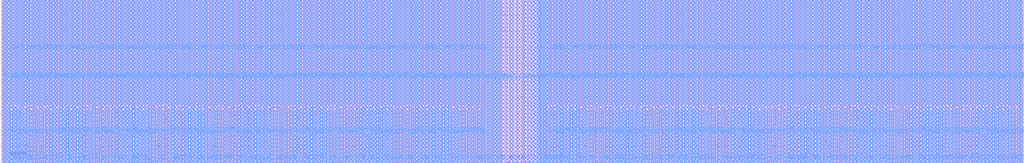
<source format=lef>
# ________________________________________________________________________________________________
# 
# 
#             Synchronous One-Port Register File Compiler
# 
#                 UMC 0.11um LL AE Logic Process
# 
# ________________________________________________________________________________________________
# 
#               
#         Copyright (C) 2024 Faraday Technology Corporation. All Rights Reserved.       
#                
#         This source code is an unpublished work belongs to Faraday Technology Corporation       
#         It is considered a trade secret and is not to be divulged or       
#         used by parties who have not received written authorization from       
#         Faraday Technology Corporation       
#                
#         Faraday's home page can be found at: http://www.faraday-tech.com/       
#                
# ________________________________________________________________________________________________
# 
#        IP Name            :  FSR0K_B_SY                
#        IP Version         :  1.4.0                     
#        IP Release Status  :  Active                    
#        Word               :  256                       
#        Bit                :  9                         
#        Byte               :  8                         
#        Mux                :  4                         
#        Output Loading     :  0.01                      
#        Clock Input Slew   :  0.016                     
#        Data Input Slew    :  0.016                     
#        Ring Type          :  Ringless Model            
#        Ring Width         :  0                         
#        Bus Format         :  0                         
#        Memaker Path       :  /home/mem/Desktop/memlib  
#        GUI Version        :  m20230904                 
#        Date               :  2024/09/10 14:48:14       
# ________________________________________________________________________________________________
# 

VERSION 5.5 ;
NAMESCASESENSITIVE ON ;
MACRO SYKB110_256X9X8CM4
CLASS BLOCK ;
FOREIGN SYKB110_256X9X8CM4 0.000 0.000 ;
ORIGIN 0.000 0.000 ;
SIZE 620.075 BY 98.967 ;
SYMMETRY x y r90 ;
SITE core ;
PIN VCC
  DIRECTION INOUT ;
  USE POWER ;
 PORT
  LAYER ME4 ;
  RECT 333.521 0.000 334.241 33.870 ;
 END
 PORT
  LAYER ME4 ;
  RECT 329.517 0.000 330.237 33.870 ;
 END
 PORT
  LAYER ME4 ;
  RECT 341.529 0.000 342.249 33.870 ;
 END
 PORT
  LAYER ME4 ;
  RECT 337.525 0.000 338.245 33.870 ;
 END
 PORT
  LAYER ME4 ;
  RECT 349.537 0.000 350.257 33.870 ;
 END
 PORT
  LAYER ME4 ;
  RECT 345.533 0.000 346.253 33.870 ;
 END
 PORT
  LAYER ME4 ;
  RECT 357.545 0.000 358.265 33.870 ;
 END
 PORT
  LAYER ME4 ;
  RECT 353.541 0.000 354.261 33.870 ;
 END
 PORT
  LAYER ME4 ;
  RECT 365.553 0.000 366.273 33.870 ;
 END
 PORT
  LAYER ME4 ;
  RECT 361.549 0.000 362.269 33.870 ;
 END
 PORT
  LAYER ME4 ;
  RECT 373.561 0.000 374.281 33.870 ;
 END
 PORT
  LAYER ME4 ;
  RECT 369.557 0.000 370.277 33.870 ;
 END
 PORT
  LAYER ME4 ;
  RECT 381.569 0.000 382.289 33.870 ;
 END
 PORT
  LAYER ME4 ;
  RECT 377.565 0.000 378.285 33.870 ;
 END
 PORT
  LAYER ME4 ;
  RECT 389.577 0.000 390.297 33.870 ;
 END
 PORT
  LAYER ME4 ;
  RECT 385.573 0.000 386.293 33.870 ;
 END
 PORT
  LAYER ME4 ;
  RECT 397.585 0.000 398.305 33.870 ;
 END
 PORT
  LAYER ME4 ;
  RECT 393.581 0.000 394.301 33.870 ;
 END
 PORT
  LAYER ME4 ;
  RECT 405.593 0.000 406.313 33.870 ;
 END
 PORT
  LAYER ME4 ;
  RECT 401.589 0.000 402.309 33.870 ;
 END
 PORT
  LAYER ME4 ;
  RECT 413.601 0.000 414.321 33.870 ;
 END
 PORT
  LAYER ME4 ;
  RECT 409.597 0.000 410.317 33.870 ;
 END
 PORT
  LAYER ME4 ;
  RECT 421.609 0.000 422.329 33.870 ;
 END
 PORT
  LAYER ME4 ;
  RECT 417.605 0.000 418.325 33.870 ;
 END
 PORT
  LAYER ME4 ;
  RECT 429.617 0.000 430.337 33.870 ;
 END
 PORT
  LAYER ME4 ;
  RECT 425.613 0.000 426.333 33.870 ;
 END
 PORT
  LAYER ME4 ;
  RECT 437.625 0.000 438.345 33.870 ;
 END
 PORT
  LAYER ME4 ;
  RECT 433.621 0.000 434.341 33.870 ;
 END
 PORT
  LAYER ME4 ;
  RECT 445.633 0.000 446.353 33.870 ;
 END
 PORT
  LAYER ME4 ;
  RECT 441.629 0.000 442.349 33.870 ;
 END
 PORT
  LAYER ME4 ;
  RECT 453.641 0.000 454.361 33.870 ;
 END
 PORT
  LAYER ME4 ;
  RECT 449.637 0.000 450.357 33.870 ;
 END
 PORT
  LAYER ME4 ;
  RECT 461.649 0.000 462.369 33.870 ;
 END
 PORT
  LAYER ME4 ;
  RECT 457.645 0.000 458.365 33.870 ;
 END
 PORT
  LAYER ME4 ;
  RECT 469.657 0.000 470.377 33.870 ;
 END
 PORT
  LAYER ME4 ;
  RECT 465.653 0.000 466.373 33.870 ;
 END
 PORT
  LAYER ME4 ;
  RECT 477.665 0.000 478.385 33.870 ;
 END
 PORT
  LAYER ME4 ;
  RECT 473.661 0.000 474.381 33.870 ;
 END
 PORT
  LAYER ME4 ;
  RECT 485.673 0.000 486.393 33.870 ;
 END
 PORT
  LAYER ME4 ;
  RECT 481.669 0.000 482.389 33.870 ;
 END
 PORT
  LAYER ME4 ;
  RECT 493.681 0.000 494.401 33.870 ;
 END
 PORT
  LAYER ME4 ;
  RECT 489.677 0.000 490.397 33.870 ;
 END
 PORT
  LAYER ME4 ;
  RECT 501.689 0.000 502.409 33.870 ;
 END
 PORT
  LAYER ME4 ;
  RECT 497.685 0.000 498.405 33.870 ;
 END
 PORT
  LAYER ME4 ;
  RECT 509.697 0.000 510.417 33.870 ;
 END
 PORT
  LAYER ME4 ;
  RECT 505.693 0.000 506.413 33.870 ;
 END
 PORT
  LAYER ME4 ;
  RECT 517.705 0.000 518.425 33.870 ;
 END
 PORT
  LAYER ME4 ;
  RECT 513.701 0.000 514.421 33.870 ;
 END
 PORT
  LAYER ME4 ;
  RECT 525.713 0.000 526.433 33.870 ;
 END
 PORT
  LAYER ME4 ;
  RECT 521.709 0.000 522.429 33.870 ;
 END
 PORT
  LAYER ME4 ;
  RECT 533.721 0.000 534.441 33.870 ;
 END
 PORT
  LAYER ME4 ;
  RECT 529.717 0.000 530.437 33.870 ;
 END
 PORT
  LAYER ME4 ;
  RECT 541.729 0.000 542.449 33.870 ;
 END
 PORT
  LAYER ME4 ;
  RECT 537.725 0.000 538.445 33.870 ;
 END
 PORT
  LAYER ME4 ;
  RECT 549.737 0.000 550.457 33.870 ;
 END
 PORT
  LAYER ME4 ;
  RECT 545.733 0.000 546.453 33.870 ;
 END
 PORT
  LAYER ME4 ;
  RECT 557.745 0.000 558.465 33.870 ;
 END
 PORT
  LAYER ME4 ;
  RECT 553.741 0.000 554.461 33.870 ;
 END
 PORT
  LAYER ME4 ;
  RECT 565.753 0.000 566.473 33.870 ;
 END
 PORT
  LAYER ME4 ;
  RECT 561.749 0.000 562.469 33.870 ;
 END
 PORT
  LAYER ME4 ;
  RECT 573.761 0.000 574.481 33.870 ;
 END
 PORT
  LAYER ME4 ;
  RECT 569.757 0.000 570.477 33.870 ;
 END
 PORT
  LAYER ME4 ;
  RECT 581.769 0.000 582.489 33.870 ;
 END
 PORT
  LAYER ME4 ;
  RECT 577.765 0.000 578.485 33.870 ;
 END
 PORT
  LAYER ME4 ;
  RECT 589.777 0.000 590.497 33.870 ;
 END
 PORT
  LAYER ME4 ;
  RECT 585.773 0.000 586.493 33.870 ;
 END
 PORT
  LAYER ME4 ;
  RECT 597.785 0.000 598.505 33.870 ;
 END
 PORT
  LAYER ME4 ;
  RECT 593.781 0.000 594.501 33.870 ;
 END
 PORT
  LAYER ME4 ;
  RECT 605.793 0.000 606.513 33.870 ;
 END
 PORT
  LAYER ME4 ;
  RECT 601.789 0.000 602.509 33.870 ;
 END
 PORT
  LAYER ME4 ;
  RECT 613.801 0.000 614.521 33.870 ;
 END
 PORT
  LAYER ME4 ;
  RECT 609.797 0.000 610.517 33.870 ;
 END
 PORT
  LAYER ME4 ;
  RECT 618.775 0.000 619.155 98.967 ;
 END
 PORT
  LAYER ME4 ;
  RECT 312.629 0.000 313.229 98.967 ;
 END
 PORT
  LAYER ME4 ;
  RECT 316.809 0.000 317.529 98.967 ;
 END
 PORT
  LAYER ME4 ;
  RECT 318.919 0.000 320.039 98.967 ;
 END
 PORT
  LAYER ME4 ;
  RECT 324.949 0.000 325.669 98.967 ;
 END
 PORT
  LAYER ME4 ;
  RECT 326.885 0.921 327.265 98.967 ;
 END
 PORT
  LAYER ME4 ;
  RECT 305.684 0.000 306.804 98.967 ;
 END
 PORT
  LAYER ME4 ;
  RECT 308.399 0.000 309.119 98.967 ;
 END
 PORT
  LAYER ME4 ;
  RECT 303.310 0.000 304.030 98.208 ;
 END
 PORT
  LAYER ME4 ;
  RECT 301.270 0.921 301.990 98.967 ;
 END
 PORT
  LAYER ME4 ;
  RECT 299.150 0.000 299.870 98.967 ;
 END
 PORT
  LAYER ME4 ;
  RECT 297.110 0.921 297.830 98.967 ;
 END
 PORT
  LAYER ME4 ;
  RECT 0.920 0.000 1.300 98.967 ;
 END
 PORT
  LAYER ME4 ;
  RECT 7.556 0.000 8.276 33.870 ;
 END
 PORT
  LAYER ME4 ;
  RECT 3.552 0.000 4.272 33.870 ;
 END
 PORT
  LAYER ME4 ;
  RECT 15.564 0.000 16.284 33.870 ;
 END
 PORT
  LAYER ME4 ;
  RECT 11.560 0.000 12.280 33.870 ;
 END
 PORT
  LAYER ME4 ;
  RECT 23.572 0.000 24.292 33.870 ;
 END
 PORT
  LAYER ME4 ;
  RECT 19.568 0.000 20.288 33.870 ;
 END
 PORT
  LAYER ME4 ;
  RECT 31.580 0.000 32.300 33.870 ;
 END
 PORT
  LAYER ME4 ;
  RECT 27.576 0.000 28.296 33.870 ;
 END
 PORT
  LAYER ME4 ;
  RECT 39.588 0.000 40.308 33.870 ;
 END
 PORT
  LAYER ME4 ;
  RECT 35.584 0.000 36.304 33.870 ;
 END
 PORT
  LAYER ME4 ;
  RECT 47.596 0.000 48.316 33.870 ;
 END
 PORT
  LAYER ME4 ;
  RECT 43.592 0.000 44.312 33.870 ;
 END
 PORT
  LAYER ME4 ;
  RECT 55.604 0.000 56.324 33.870 ;
 END
 PORT
  LAYER ME4 ;
  RECT 51.600 0.000 52.320 33.870 ;
 END
 PORT
  LAYER ME4 ;
  RECT 63.612 0.000 64.332 33.870 ;
 END
 PORT
  LAYER ME4 ;
  RECT 59.608 0.000 60.328 33.870 ;
 END
 PORT
  LAYER ME4 ;
  RECT 71.620 0.000 72.340 33.870 ;
 END
 PORT
  LAYER ME4 ;
  RECT 67.616 0.000 68.336 33.870 ;
 END
 PORT
  LAYER ME4 ;
  RECT 79.628 0.000 80.348 33.870 ;
 END
 PORT
  LAYER ME4 ;
  RECT 75.624 0.000 76.344 33.870 ;
 END
 PORT
  LAYER ME4 ;
  RECT 87.636 0.000 88.356 33.870 ;
 END
 PORT
  LAYER ME4 ;
  RECT 83.632 0.000 84.352 33.870 ;
 END
 PORT
  LAYER ME4 ;
  RECT 95.644 0.000 96.364 33.870 ;
 END
 PORT
  LAYER ME4 ;
  RECT 91.640 0.000 92.360 33.870 ;
 END
 PORT
  LAYER ME4 ;
  RECT 103.652 0.000 104.372 33.870 ;
 END
 PORT
  LAYER ME4 ;
  RECT 99.648 0.000 100.368 33.870 ;
 END
 PORT
  LAYER ME4 ;
  RECT 111.660 0.000 112.380 33.870 ;
 END
 PORT
  LAYER ME4 ;
  RECT 107.656 0.000 108.376 33.870 ;
 END
 PORT
  LAYER ME4 ;
  RECT 119.668 0.000 120.388 33.870 ;
 END
 PORT
  LAYER ME4 ;
  RECT 115.664 0.000 116.384 33.870 ;
 END
 PORT
  LAYER ME4 ;
  RECT 127.676 0.000 128.396 33.870 ;
 END
 PORT
  LAYER ME4 ;
  RECT 123.672 0.000 124.392 33.870 ;
 END
 PORT
  LAYER ME4 ;
  RECT 135.684 0.000 136.404 33.870 ;
 END
 PORT
  LAYER ME4 ;
  RECT 131.680 0.000 132.400 33.870 ;
 END
 PORT
  LAYER ME4 ;
  RECT 143.692 0.000 144.412 33.870 ;
 END
 PORT
  LAYER ME4 ;
  RECT 139.688 0.000 140.408 33.870 ;
 END
 PORT
  LAYER ME4 ;
  RECT 151.700 0.000 152.420 33.870 ;
 END
 PORT
  LAYER ME4 ;
  RECT 147.696 0.000 148.416 33.870 ;
 END
 PORT
  LAYER ME4 ;
  RECT 159.708 0.000 160.428 33.870 ;
 END
 PORT
  LAYER ME4 ;
  RECT 155.704 0.000 156.424 33.870 ;
 END
 PORT
  LAYER ME4 ;
  RECT 167.716 0.000 168.436 33.870 ;
 END
 PORT
  LAYER ME4 ;
  RECT 163.712 0.000 164.432 33.870 ;
 END
 PORT
  LAYER ME4 ;
  RECT 175.724 0.000 176.444 33.870 ;
 END
 PORT
  LAYER ME4 ;
  RECT 171.720 0.000 172.440 33.870 ;
 END
 PORT
  LAYER ME4 ;
  RECT 183.732 0.000 184.452 33.870 ;
 END
 PORT
  LAYER ME4 ;
  RECT 179.728 0.000 180.448 33.870 ;
 END
 PORT
  LAYER ME4 ;
  RECT 191.740 0.000 192.460 33.870 ;
 END
 PORT
  LAYER ME4 ;
  RECT 187.736 0.000 188.456 33.870 ;
 END
 PORT
  LAYER ME4 ;
  RECT 199.748 0.000 200.468 33.870 ;
 END
 PORT
  LAYER ME4 ;
  RECT 195.744 0.000 196.464 33.870 ;
 END
 PORT
  LAYER ME4 ;
  RECT 207.756 0.000 208.476 33.870 ;
 END
 PORT
  LAYER ME4 ;
  RECT 203.752 0.000 204.472 33.870 ;
 END
 PORT
  LAYER ME4 ;
  RECT 215.764 0.000 216.484 33.870 ;
 END
 PORT
  LAYER ME4 ;
  RECT 211.760 0.000 212.480 33.870 ;
 END
 PORT
  LAYER ME4 ;
  RECT 223.772 0.000 224.492 33.870 ;
 END
 PORT
  LAYER ME4 ;
  RECT 219.768 0.000 220.488 33.870 ;
 END
 PORT
  LAYER ME4 ;
  RECT 231.780 0.000 232.500 33.870 ;
 END
 PORT
  LAYER ME4 ;
  RECT 227.776 0.000 228.496 33.870 ;
 END
 PORT
  LAYER ME4 ;
  RECT 239.788 0.000 240.508 33.870 ;
 END
 PORT
  LAYER ME4 ;
  RECT 235.784 0.000 236.504 33.870 ;
 END
 PORT
  LAYER ME4 ;
  RECT 247.796 0.000 248.516 33.870 ;
 END
 PORT
  LAYER ME4 ;
  RECT 243.792 0.000 244.512 33.870 ;
 END
 PORT
  LAYER ME4 ;
  RECT 255.804 0.000 256.524 33.870 ;
 END
 PORT
  LAYER ME4 ;
  RECT 251.800 0.000 252.520 33.870 ;
 END
 PORT
  LAYER ME4 ;
  RECT 263.812 0.000 264.532 33.870 ;
 END
 PORT
  LAYER ME4 ;
  RECT 259.808 0.000 260.528 33.870 ;
 END
 PORT
  LAYER ME4 ;
  RECT 271.820 0.000 272.540 33.870 ;
 END
 PORT
  LAYER ME4 ;
  RECT 267.816 0.000 268.536 33.870 ;
 END
 PORT
  LAYER ME4 ;
  RECT 279.828 0.000 280.548 33.870 ;
 END
 PORT
  LAYER ME4 ;
  RECT 275.824 0.000 276.544 33.870 ;
 END
 PORT
  LAYER ME4 ;
  RECT 287.836 0.000 288.556 33.870 ;
 END
 PORT
  LAYER ME4 ;
  RECT 283.832 0.000 284.552 33.870 ;
 END
 PORT
  LAYER ME4 ;
  RECT 294.990 0.000 295.710 98.967 ;
 END
 PORT
  LAYER ME4 ;
  RECT 292.810 0.000 293.190 98.967 ;
 END
 PORT
  LAYER ME4 ;
  RECT 335.713 35.220 336.053 98.967 ;
 END
 PORT
  LAYER ME4 ;
  RECT 333.711 35.220 334.051 98.967 ;
 END
 PORT
  LAYER ME4 ;
  RECT 331.709 35.220 332.049 98.967 ;
 END
 PORT
  LAYER ME4 ;
  RECT 329.707 35.220 330.047 98.967 ;
 END
 PORT
  LAYER ME4 ;
  RECT 343.721 35.220 344.061 98.967 ;
 END
 PORT
  LAYER ME4 ;
  RECT 341.719 35.220 342.059 98.967 ;
 END
 PORT
  LAYER ME4 ;
  RECT 339.717 35.220 340.057 98.967 ;
 END
 PORT
  LAYER ME4 ;
  RECT 337.715 35.220 338.055 98.967 ;
 END
 PORT
  LAYER ME4 ;
  RECT 351.729 35.220 352.069 98.967 ;
 END
 PORT
  LAYER ME4 ;
  RECT 349.727 35.220 350.067 98.967 ;
 END
 PORT
  LAYER ME4 ;
  RECT 347.725 35.220 348.065 98.967 ;
 END
 PORT
  LAYER ME4 ;
  RECT 345.723 35.220 346.063 98.967 ;
 END
 PORT
  LAYER ME4 ;
  RECT 359.737 35.220 360.077 98.967 ;
 END
 PORT
  LAYER ME4 ;
  RECT 357.735 35.220 358.075 98.967 ;
 END
 PORT
  LAYER ME4 ;
  RECT 355.733 35.220 356.073 98.967 ;
 END
 PORT
  LAYER ME4 ;
  RECT 353.731 35.220 354.071 98.967 ;
 END
 PORT
  LAYER ME4 ;
  RECT 367.745 35.220 368.085 98.967 ;
 END
 PORT
  LAYER ME4 ;
  RECT 365.743 35.220 366.083 98.967 ;
 END
 PORT
  LAYER ME4 ;
  RECT 363.741 35.220 364.081 98.967 ;
 END
 PORT
  LAYER ME4 ;
  RECT 361.739 35.220 362.079 98.967 ;
 END
 PORT
  LAYER ME4 ;
  RECT 375.753 35.220 376.093 98.967 ;
 END
 PORT
  LAYER ME4 ;
  RECT 373.751 35.220 374.091 98.967 ;
 END
 PORT
  LAYER ME4 ;
  RECT 371.749 35.220 372.089 98.967 ;
 END
 PORT
  LAYER ME4 ;
  RECT 369.747 35.220 370.087 98.967 ;
 END
 PORT
  LAYER ME4 ;
  RECT 383.761 35.220 384.101 98.967 ;
 END
 PORT
  LAYER ME4 ;
  RECT 381.759 35.220 382.099 98.967 ;
 END
 PORT
  LAYER ME4 ;
  RECT 379.757 35.220 380.097 98.967 ;
 END
 PORT
  LAYER ME4 ;
  RECT 377.755 35.220 378.095 98.967 ;
 END
 PORT
  LAYER ME4 ;
  RECT 391.769 35.220 392.109 98.967 ;
 END
 PORT
  LAYER ME4 ;
  RECT 389.767 35.220 390.107 98.967 ;
 END
 PORT
  LAYER ME4 ;
  RECT 387.765 35.220 388.105 98.967 ;
 END
 PORT
  LAYER ME4 ;
  RECT 385.763 35.220 386.103 98.967 ;
 END
 PORT
  LAYER ME4 ;
  RECT 399.777 35.220 400.117 98.967 ;
 END
 PORT
  LAYER ME4 ;
  RECT 397.775 35.220 398.115 98.967 ;
 END
 PORT
  LAYER ME4 ;
  RECT 395.773 35.220 396.113 98.967 ;
 END
 PORT
  LAYER ME4 ;
  RECT 393.771 35.220 394.111 98.967 ;
 END
 PORT
  LAYER ME4 ;
  RECT 407.785 35.220 408.125 98.967 ;
 END
 PORT
  LAYER ME4 ;
  RECT 405.783 35.220 406.123 98.967 ;
 END
 PORT
  LAYER ME4 ;
  RECT 403.781 35.220 404.121 98.967 ;
 END
 PORT
  LAYER ME4 ;
  RECT 401.779 35.220 402.119 98.967 ;
 END
 PORT
  LAYER ME4 ;
  RECT 415.793 35.220 416.133 98.967 ;
 END
 PORT
  LAYER ME4 ;
  RECT 413.791 35.220 414.131 98.967 ;
 END
 PORT
  LAYER ME4 ;
  RECT 411.789 35.220 412.129 98.967 ;
 END
 PORT
  LAYER ME4 ;
  RECT 409.787 35.220 410.127 98.967 ;
 END
 PORT
  LAYER ME4 ;
  RECT 423.801 35.220 424.141 98.967 ;
 END
 PORT
  LAYER ME4 ;
  RECT 421.799 35.220 422.139 98.967 ;
 END
 PORT
  LAYER ME4 ;
  RECT 419.797 35.220 420.137 98.967 ;
 END
 PORT
  LAYER ME4 ;
  RECT 417.795 35.220 418.135 98.967 ;
 END
 PORT
  LAYER ME4 ;
  RECT 431.809 35.220 432.149 98.967 ;
 END
 PORT
  LAYER ME4 ;
  RECT 429.807 35.220 430.147 98.967 ;
 END
 PORT
  LAYER ME4 ;
  RECT 427.805 35.220 428.145 98.967 ;
 END
 PORT
  LAYER ME4 ;
  RECT 425.803 35.220 426.143 98.967 ;
 END
 PORT
  LAYER ME4 ;
  RECT 439.817 35.220 440.157 98.967 ;
 END
 PORT
  LAYER ME4 ;
  RECT 437.815 35.220 438.155 98.967 ;
 END
 PORT
  LAYER ME4 ;
  RECT 435.813 35.220 436.153 98.967 ;
 END
 PORT
  LAYER ME4 ;
  RECT 433.811 35.220 434.151 98.967 ;
 END
 PORT
  LAYER ME4 ;
  RECT 447.825 35.220 448.165 98.967 ;
 END
 PORT
  LAYER ME4 ;
  RECT 445.823 35.220 446.163 98.967 ;
 END
 PORT
  LAYER ME4 ;
  RECT 443.821 35.220 444.161 98.967 ;
 END
 PORT
  LAYER ME4 ;
  RECT 441.819 35.220 442.159 98.967 ;
 END
 PORT
  LAYER ME4 ;
  RECT 455.833 35.220 456.173 98.967 ;
 END
 PORT
  LAYER ME4 ;
  RECT 453.831 35.220 454.171 98.967 ;
 END
 PORT
  LAYER ME4 ;
  RECT 451.829 35.220 452.169 98.967 ;
 END
 PORT
  LAYER ME4 ;
  RECT 449.827 35.220 450.167 98.967 ;
 END
 PORT
  LAYER ME4 ;
  RECT 463.841 35.220 464.181 98.967 ;
 END
 PORT
  LAYER ME4 ;
  RECT 461.839 35.220 462.179 98.967 ;
 END
 PORT
  LAYER ME4 ;
  RECT 459.837 35.220 460.177 98.967 ;
 END
 PORT
  LAYER ME4 ;
  RECT 457.835 35.220 458.175 98.967 ;
 END
 PORT
  LAYER ME4 ;
  RECT 471.849 35.220 472.189 98.967 ;
 END
 PORT
  LAYER ME4 ;
  RECT 469.847 35.220 470.187 98.967 ;
 END
 PORT
  LAYER ME4 ;
  RECT 467.845 35.220 468.185 98.967 ;
 END
 PORT
  LAYER ME4 ;
  RECT 465.843 35.220 466.183 98.967 ;
 END
 PORT
  LAYER ME4 ;
  RECT 479.857 35.220 480.197 98.967 ;
 END
 PORT
  LAYER ME4 ;
  RECT 477.855 35.220 478.195 98.967 ;
 END
 PORT
  LAYER ME4 ;
  RECT 475.853 35.220 476.193 98.967 ;
 END
 PORT
  LAYER ME4 ;
  RECT 473.851 35.220 474.191 98.967 ;
 END
 PORT
  LAYER ME4 ;
  RECT 487.865 35.220 488.205 98.967 ;
 END
 PORT
  LAYER ME4 ;
  RECT 485.863 35.220 486.203 98.967 ;
 END
 PORT
  LAYER ME4 ;
  RECT 483.861 35.220 484.201 98.967 ;
 END
 PORT
  LAYER ME4 ;
  RECT 481.859 35.220 482.199 98.967 ;
 END
 PORT
  LAYER ME4 ;
  RECT 495.873 35.220 496.213 98.967 ;
 END
 PORT
  LAYER ME4 ;
  RECT 493.871 35.220 494.211 98.967 ;
 END
 PORT
  LAYER ME4 ;
  RECT 491.869 35.220 492.209 98.967 ;
 END
 PORT
  LAYER ME4 ;
  RECT 489.867 35.220 490.207 98.967 ;
 END
 PORT
  LAYER ME4 ;
  RECT 503.881 35.220 504.221 98.967 ;
 END
 PORT
  LAYER ME4 ;
  RECT 501.879 35.220 502.219 98.967 ;
 END
 PORT
  LAYER ME4 ;
  RECT 499.877 35.220 500.217 98.967 ;
 END
 PORT
  LAYER ME4 ;
  RECT 497.875 35.220 498.215 98.967 ;
 END
 PORT
  LAYER ME4 ;
  RECT 511.889 35.220 512.229 98.967 ;
 END
 PORT
  LAYER ME4 ;
  RECT 509.887 35.220 510.227 98.967 ;
 END
 PORT
  LAYER ME4 ;
  RECT 507.885 35.220 508.225 98.967 ;
 END
 PORT
  LAYER ME4 ;
  RECT 505.883 35.220 506.223 98.967 ;
 END
 PORT
  LAYER ME4 ;
  RECT 519.897 35.220 520.237 98.967 ;
 END
 PORT
  LAYER ME4 ;
  RECT 517.895 35.220 518.235 98.967 ;
 END
 PORT
  LAYER ME4 ;
  RECT 515.893 35.220 516.233 98.967 ;
 END
 PORT
  LAYER ME4 ;
  RECT 513.891 35.220 514.231 98.967 ;
 END
 PORT
  LAYER ME4 ;
  RECT 527.905 35.220 528.245 98.967 ;
 END
 PORT
  LAYER ME4 ;
  RECT 525.903 35.220 526.243 98.967 ;
 END
 PORT
  LAYER ME4 ;
  RECT 523.901 35.220 524.241 98.967 ;
 END
 PORT
  LAYER ME4 ;
  RECT 521.899 35.220 522.239 98.967 ;
 END
 PORT
  LAYER ME4 ;
  RECT 535.913 35.220 536.253 98.967 ;
 END
 PORT
  LAYER ME4 ;
  RECT 533.911 35.220 534.251 98.967 ;
 END
 PORT
  LAYER ME4 ;
  RECT 531.909 35.220 532.249 98.967 ;
 END
 PORT
  LAYER ME4 ;
  RECT 529.907 35.220 530.247 98.967 ;
 END
 PORT
  LAYER ME4 ;
  RECT 543.921 35.220 544.261 98.967 ;
 END
 PORT
  LAYER ME4 ;
  RECT 541.919 35.220 542.259 98.967 ;
 END
 PORT
  LAYER ME4 ;
  RECT 539.917 35.220 540.257 98.967 ;
 END
 PORT
  LAYER ME4 ;
  RECT 537.915 35.220 538.255 98.967 ;
 END
 PORT
  LAYER ME4 ;
  RECT 551.929 35.220 552.269 98.967 ;
 END
 PORT
  LAYER ME4 ;
  RECT 549.927 35.220 550.267 98.967 ;
 END
 PORT
  LAYER ME4 ;
  RECT 547.925 35.220 548.265 98.967 ;
 END
 PORT
  LAYER ME4 ;
  RECT 545.923 35.220 546.263 98.967 ;
 END
 PORT
  LAYER ME4 ;
  RECT 559.937 35.220 560.277 98.967 ;
 END
 PORT
  LAYER ME4 ;
  RECT 557.935 35.220 558.275 98.967 ;
 END
 PORT
  LAYER ME4 ;
  RECT 555.933 35.220 556.273 98.967 ;
 END
 PORT
  LAYER ME4 ;
  RECT 553.931 35.220 554.271 98.967 ;
 END
 PORT
  LAYER ME4 ;
  RECT 567.945 35.220 568.285 98.967 ;
 END
 PORT
  LAYER ME4 ;
  RECT 565.943 35.220 566.283 98.967 ;
 END
 PORT
  LAYER ME4 ;
  RECT 563.941 35.220 564.281 98.967 ;
 END
 PORT
  LAYER ME4 ;
  RECT 561.939 35.220 562.279 98.967 ;
 END
 PORT
  LAYER ME4 ;
  RECT 575.953 35.220 576.293 98.967 ;
 END
 PORT
  LAYER ME4 ;
  RECT 573.951 35.220 574.291 98.967 ;
 END
 PORT
  LAYER ME4 ;
  RECT 571.949 35.220 572.289 98.967 ;
 END
 PORT
  LAYER ME4 ;
  RECT 569.947 35.220 570.287 98.967 ;
 END
 PORT
  LAYER ME4 ;
  RECT 583.961 35.220 584.301 98.967 ;
 END
 PORT
  LAYER ME4 ;
  RECT 581.959 35.220 582.299 98.967 ;
 END
 PORT
  LAYER ME4 ;
  RECT 579.957 35.220 580.297 98.967 ;
 END
 PORT
  LAYER ME4 ;
  RECT 577.955 35.220 578.295 98.967 ;
 END
 PORT
  LAYER ME4 ;
  RECT 591.969 35.220 592.309 98.967 ;
 END
 PORT
  LAYER ME4 ;
  RECT 589.967 35.220 590.307 98.967 ;
 END
 PORT
  LAYER ME4 ;
  RECT 587.965 35.220 588.305 98.967 ;
 END
 PORT
  LAYER ME4 ;
  RECT 585.963 35.220 586.303 98.967 ;
 END
 PORT
  LAYER ME4 ;
  RECT 599.977 35.220 600.317 98.967 ;
 END
 PORT
  LAYER ME4 ;
  RECT 597.975 35.220 598.315 98.967 ;
 END
 PORT
  LAYER ME4 ;
  RECT 595.973 35.220 596.313 98.967 ;
 END
 PORT
  LAYER ME4 ;
  RECT 593.971 35.220 594.311 98.967 ;
 END
 PORT
  LAYER ME4 ;
  RECT 607.985 35.220 608.325 98.967 ;
 END
 PORT
  LAYER ME4 ;
  RECT 605.983 35.220 606.323 98.967 ;
 END
 PORT
  LAYER ME4 ;
  RECT 603.981 35.220 604.321 98.967 ;
 END
 PORT
  LAYER ME4 ;
  RECT 601.979 35.220 602.319 98.967 ;
 END
 PORT
  LAYER ME4 ;
  RECT 615.993 35.220 616.333 98.967 ;
 END
 PORT
  LAYER ME4 ;
  RECT 613.991 35.220 614.331 98.967 ;
 END
 PORT
  LAYER ME4 ;
  RECT 611.989 35.220 612.329 98.967 ;
 END
 PORT
  LAYER ME4 ;
  RECT 609.987 35.220 610.327 98.967 ;
 END
 PORT
  LAYER ME4 ;
  RECT 9.748 35.220 10.088 98.967 ;
 END
 PORT
  LAYER ME4 ;
  RECT 7.746 35.220 8.086 98.967 ;
 END
 PORT
  LAYER ME4 ;
  RECT 5.744 35.220 6.084 98.967 ;
 END
 PORT
  LAYER ME4 ;
  RECT 3.742 35.220 4.082 98.967 ;
 END
 PORT
  LAYER ME4 ;
  RECT 17.756 35.220 18.096 98.967 ;
 END
 PORT
  LAYER ME4 ;
  RECT 15.754 35.220 16.094 98.967 ;
 END
 PORT
  LAYER ME4 ;
  RECT 13.752 35.220 14.092 98.967 ;
 END
 PORT
  LAYER ME4 ;
  RECT 11.750 35.220 12.090 98.967 ;
 END
 PORT
  LAYER ME4 ;
  RECT 25.764 35.220 26.104 98.967 ;
 END
 PORT
  LAYER ME4 ;
  RECT 23.762 35.220 24.102 98.967 ;
 END
 PORT
  LAYER ME4 ;
  RECT 21.760 35.220 22.100 98.967 ;
 END
 PORT
  LAYER ME4 ;
  RECT 19.758 35.220 20.098 98.967 ;
 END
 PORT
  LAYER ME4 ;
  RECT 33.772 35.220 34.112 98.967 ;
 END
 PORT
  LAYER ME4 ;
  RECT 31.770 35.220 32.110 98.967 ;
 END
 PORT
  LAYER ME4 ;
  RECT 29.768 35.220 30.108 98.967 ;
 END
 PORT
  LAYER ME4 ;
  RECT 27.766 35.220 28.106 98.967 ;
 END
 PORT
  LAYER ME4 ;
  RECT 41.780 35.220 42.120 98.967 ;
 END
 PORT
  LAYER ME4 ;
  RECT 39.778 35.220 40.118 98.967 ;
 END
 PORT
  LAYER ME4 ;
  RECT 37.776 35.220 38.116 98.967 ;
 END
 PORT
  LAYER ME4 ;
  RECT 35.774 35.220 36.114 98.967 ;
 END
 PORT
  LAYER ME4 ;
  RECT 49.788 35.220 50.128 98.967 ;
 END
 PORT
  LAYER ME4 ;
  RECT 47.786 35.220 48.126 98.967 ;
 END
 PORT
  LAYER ME4 ;
  RECT 45.784 35.220 46.124 98.967 ;
 END
 PORT
  LAYER ME4 ;
  RECT 43.782 35.220 44.122 98.967 ;
 END
 PORT
  LAYER ME4 ;
  RECT 57.796 35.220 58.136 98.967 ;
 END
 PORT
  LAYER ME4 ;
  RECT 55.794 35.220 56.134 98.967 ;
 END
 PORT
  LAYER ME4 ;
  RECT 53.792 35.220 54.132 98.967 ;
 END
 PORT
  LAYER ME4 ;
  RECT 51.790 35.220 52.130 98.967 ;
 END
 PORT
  LAYER ME4 ;
  RECT 65.804 35.220 66.144 98.967 ;
 END
 PORT
  LAYER ME4 ;
  RECT 63.802 35.220 64.142 98.967 ;
 END
 PORT
  LAYER ME4 ;
  RECT 61.800 35.220 62.140 98.967 ;
 END
 PORT
  LAYER ME4 ;
  RECT 59.798 35.220 60.138 98.967 ;
 END
 PORT
  LAYER ME4 ;
  RECT 73.812 35.220 74.152 98.967 ;
 END
 PORT
  LAYER ME4 ;
  RECT 71.810 35.220 72.150 98.967 ;
 END
 PORT
  LAYER ME4 ;
  RECT 69.808 35.220 70.148 98.967 ;
 END
 PORT
  LAYER ME4 ;
  RECT 67.806 35.220 68.146 98.967 ;
 END
 PORT
  LAYER ME4 ;
  RECT 81.820 35.220 82.160 98.967 ;
 END
 PORT
  LAYER ME4 ;
  RECT 79.818 35.220 80.158 98.967 ;
 END
 PORT
  LAYER ME4 ;
  RECT 77.816 35.220 78.156 98.967 ;
 END
 PORT
  LAYER ME4 ;
  RECT 75.814 35.220 76.154 98.967 ;
 END
 PORT
  LAYER ME4 ;
  RECT 89.828 35.220 90.168 98.967 ;
 END
 PORT
  LAYER ME4 ;
  RECT 87.826 35.220 88.166 98.967 ;
 END
 PORT
  LAYER ME4 ;
  RECT 85.824 35.220 86.164 98.967 ;
 END
 PORT
  LAYER ME4 ;
  RECT 83.822 35.220 84.162 98.967 ;
 END
 PORT
  LAYER ME4 ;
  RECT 97.836 35.220 98.176 98.967 ;
 END
 PORT
  LAYER ME4 ;
  RECT 95.834 35.220 96.174 98.967 ;
 END
 PORT
  LAYER ME4 ;
  RECT 93.832 35.220 94.172 98.967 ;
 END
 PORT
  LAYER ME4 ;
  RECT 91.830 35.220 92.170 98.967 ;
 END
 PORT
  LAYER ME4 ;
  RECT 105.844 35.220 106.184 98.967 ;
 END
 PORT
  LAYER ME4 ;
  RECT 103.842 35.220 104.182 98.967 ;
 END
 PORT
  LAYER ME4 ;
  RECT 101.840 35.220 102.180 98.967 ;
 END
 PORT
  LAYER ME4 ;
  RECT 99.838 35.220 100.178 98.967 ;
 END
 PORT
  LAYER ME4 ;
  RECT 113.852 35.220 114.192 98.967 ;
 END
 PORT
  LAYER ME4 ;
  RECT 111.850 35.220 112.190 98.967 ;
 END
 PORT
  LAYER ME4 ;
  RECT 109.848 35.220 110.188 98.967 ;
 END
 PORT
  LAYER ME4 ;
  RECT 107.846 35.220 108.186 98.967 ;
 END
 PORT
  LAYER ME4 ;
  RECT 121.860 35.220 122.200 98.967 ;
 END
 PORT
  LAYER ME4 ;
  RECT 119.858 35.220 120.198 98.967 ;
 END
 PORT
  LAYER ME4 ;
  RECT 117.856 35.220 118.196 98.967 ;
 END
 PORT
  LAYER ME4 ;
  RECT 115.854 35.220 116.194 98.967 ;
 END
 PORT
  LAYER ME4 ;
  RECT 129.868 35.220 130.208 98.967 ;
 END
 PORT
  LAYER ME4 ;
  RECT 127.866 35.220 128.206 98.967 ;
 END
 PORT
  LAYER ME4 ;
  RECT 125.864 35.220 126.204 98.967 ;
 END
 PORT
  LAYER ME4 ;
  RECT 123.862 35.220 124.202 98.967 ;
 END
 PORT
  LAYER ME4 ;
  RECT 137.876 35.220 138.216 98.967 ;
 END
 PORT
  LAYER ME4 ;
  RECT 135.874 35.220 136.214 98.967 ;
 END
 PORT
  LAYER ME4 ;
  RECT 133.872 35.220 134.212 98.967 ;
 END
 PORT
  LAYER ME4 ;
  RECT 131.870 35.220 132.210 98.967 ;
 END
 PORT
  LAYER ME4 ;
  RECT 145.884 35.220 146.224 98.967 ;
 END
 PORT
  LAYER ME4 ;
  RECT 143.882 35.220 144.222 98.967 ;
 END
 PORT
  LAYER ME4 ;
  RECT 141.880 35.220 142.220 98.967 ;
 END
 PORT
  LAYER ME4 ;
  RECT 139.878 35.220 140.218 98.967 ;
 END
 PORT
  LAYER ME4 ;
  RECT 153.892 35.220 154.232 98.967 ;
 END
 PORT
  LAYER ME4 ;
  RECT 151.890 35.220 152.230 98.967 ;
 END
 PORT
  LAYER ME4 ;
  RECT 149.888 35.220 150.228 98.967 ;
 END
 PORT
  LAYER ME4 ;
  RECT 147.886 35.220 148.226 98.967 ;
 END
 PORT
  LAYER ME4 ;
  RECT 161.900 35.220 162.240 98.967 ;
 END
 PORT
  LAYER ME4 ;
  RECT 159.898 35.220 160.238 98.967 ;
 END
 PORT
  LAYER ME4 ;
  RECT 157.896 35.220 158.236 98.967 ;
 END
 PORT
  LAYER ME4 ;
  RECT 155.894 35.220 156.234 98.967 ;
 END
 PORT
  LAYER ME4 ;
  RECT 169.908 35.220 170.248 98.967 ;
 END
 PORT
  LAYER ME4 ;
  RECT 167.906 35.220 168.246 98.967 ;
 END
 PORT
  LAYER ME4 ;
  RECT 165.904 35.220 166.244 98.967 ;
 END
 PORT
  LAYER ME4 ;
  RECT 163.902 35.220 164.242 98.967 ;
 END
 PORT
  LAYER ME4 ;
  RECT 177.916 35.220 178.256 98.967 ;
 END
 PORT
  LAYER ME4 ;
  RECT 175.914 35.220 176.254 98.967 ;
 END
 PORT
  LAYER ME4 ;
  RECT 173.912 35.220 174.252 98.967 ;
 END
 PORT
  LAYER ME4 ;
  RECT 171.910 35.220 172.250 98.967 ;
 END
 PORT
  LAYER ME4 ;
  RECT 185.924 35.220 186.264 98.967 ;
 END
 PORT
  LAYER ME4 ;
  RECT 183.922 35.220 184.262 98.967 ;
 END
 PORT
  LAYER ME4 ;
  RECT 181.920 35.220 182.260 98.967 ;
 END
 PORT
  LAYER ME4 ;
  RECT 179.918 35.220 180.258 98.967 ;
 END
 PORT
  LAYER ME4 ;
  RECT 193.932 35.220 194.272 98.967 ;
 END
 PORT
  LAYER ME4 ;
  RECT 191.930 35.220 192.270 98.967 ;
 END
 PORT
  LAYER ME4 ;
  RECT 189.928 35.220 190.268 98.967 ;
 END
 PORT
  LAYER ME4 ;
  RECT 187.926 35.220 188.266 98.967 ;
 END
 PORT
  LAYER ME4 ;
  RECT 201.940 35.220 202.280 98.967 ;
 END
 PORT
  LAYER ME4 ;
  RECT 199.938 35.220 200.278 98.967 ;
 END
 PORT
  LAYER ME4 ;
  RECT 197.936 35.220 198.276 98.967 ;
 END
 PORT
  LAYER ME4 ;
  RECT 195.934 35.220 196.274 98.967 ;
 END
 PORT
  LAYER ME4 ;
  RECT 209.948 35.220 210.288 98.967 ;
 END
 PORT
  LAYER ME4 ;
  RECT 207.946 35.220 208.286 98.967 ;
 END
 PORT
  LAYER ME4 ;
  RECT 205.944 35.220 206.284 98.967 ;
 END
 PORT
  LAYER ME4 ;
  RECT 203.942 35.220 204.282 98.967 ;
 END
 PORT
  LAYER ME4 ;
  RECT 217.956 35.220 218.296 98.967 ;
 END
 PORT
  LAYER ME4 ;
  RECT 215.954 35.220 216.294 98.967 ;
 END
 PORT
  LAYER ME4 ;
  RECT 213.952 35.220 214.292 98.967 ;
 END
 PORT
  LAYER ME4 ;
  RECT 211.950 35.220 212.290 98.967 ;
 END
 PORT
  LAYER ME4 ;
  RECT 225.964 35.220 226.304 98.967 ;
 END
 PORT
  LAYER ME4 ;
  RECT 223.962 35.220 224.302 98.967 ;
 END
 PORT
  LAYER ME4 ;
  RECT 221.960 35.220 222.300 98.967 ;
 END
 PORT
  LAYER ME4 ;
  RECT 219.958 35.220 220.298 98.967 ;
 END
 PORT
  LAYER ME4 ;
  RECT 233.972 35.220 234.312 98.967 ;
 END
 PORT
  LAYER ME4 ;
  RECT 231.970 35.220 232.310 98.967 ;
 END
 PORT
  LAYER ME4 ;
  RECT 229.968 35.220 230.308 98.967 ;
 END
 PORT
  LAYER ME4 ;
  RECT 227.966 35.220 228.306 98.967 ;
 END
 PORT
  LAYER ME4 ;
  RECT 241.980 35.220 242.320 98.967 ;
 END
 PORT
  LAYER ME4 ;
  RECT 239.978 35.220 240.318 98.967 ;
 END
 PORT
  LAYER ME4 ;
  RECT 237.976 35.220 238.316 98.967 ;
 END
 PORT
  LAYER ME4 ;
  RECT 235.974 35.220 236.314 98.967 ;
 END
 PORT
  LAYER ME4 ;
  RECT 249.988 35.220 250.328 98.967 ;
 END
 PORT
  LAYER ME4 ;
  RECT 247.986 35.220 248.326 98.967 ;
 END
 PORT
  LAYER ME4 ;
  RECT 245.984 35.220 246.324 98.967 ;
 END
 PORT
  LAYER ME4 ;
  RECT 243.982 35.220 244.322 98.967 ;
 END
 PORT
  LAYER ME4 ;
  RECT 257.996 35.220 258.336 98.967 ;
 END
 PORT
  LAYER ME4 ;
  RECT 255.994 35.220 256.334 98.967 ;
 END
 PORT
  LAYER ME4 ;
  RECT 253.992 35.220 254.332 98.967 ;
 END
 PORT
  LAYER ME4 ;
  RECT 251.990 35.220 252.330 98.967 ;
 END
 PORT
  LAYER ME4 ;
  RECT 266.004 35.220 266.344 98.967 ;
 END
 PORT
  LAYER ME4 ;
  RECT 264.002 35.220 264.342 98.967 ;
 END
 PORT
  LAYER ME4 ;
  RECT 262.000 35.220 262.340 98.967 ;
 END
 PORT
  LAYER ME4 ;
  RECT 259.998 35.220 260.338 98.967 ;
 END
 PORT
  LAYER ME4 ;
  RECT 274.012 35.220 274.352 98.967 ;
 END
 PORT
  LAYER ME4 ;
  RECT 272.010 35.220 272.350 98.967 ;
 END
 PORT
  LAYER ME4 ;
  RECT 270.008 35.220 270.348 98.967 ;
 END
 PORT
  LAYER ME4 ;
  RECT 268.006 35.220 268.346 98.967 ;
 END
 PORT
  LAYER ME4 ;
  RECT 282.020 35.220 282.360 98.967 ;
 END
 PORT
  LAYER ME4 ;
  RECT 280.018 35.220 280.358 98.967 ;
 END
 PORT
  LAYER ME4 ;
  RECT 278.016 35.220 278.356 98.967 ;
 END
 PORT
  LAYER ME4 ;
  RECT 276.014 35.220 276.354 98.967 ;
 END
 PORT
  LAYER ME4 ;
  RECT 290.028 35.220 290.368 98.967 ;
 END
 PORT
  LAYER ME4 ;
  RECT 288.026 35.220 288.366 98.967 ;
 END
 PORT
  LAYER ME4 ;
  RECT 286.024 35.220 286.364 98.967 ;
 END
 PORT
  LAYER ME4 ;
  RECT 284.022 35.220 284.362 98.967 ;
 END
END VCC
PIN GND
  DIRECTION INOUT ;
  USE GROUND ;
 PORT
  LAYER ME4 ;
  RECT 328.706 0.921 329.046 98.967 ;
 END
 PORT
  LAYER ME4 ;
  RECT 335.523 0.000 336.243 31.570 ;
 END
 PORT
  LAYER ME4 ;
  RECT 336.714 0.000 337.054 98.967 ;
 END
 PORT
  LAYER ME4 ;
  RECT 330.708 0.000 331.048 98.967 ;
 END
 PORT
  LAYER ME4 ;
  RECT 331.519 0.000 332.239 31.570 ;
 END
 PORT
  LAYER ME4 ;
  RECT 332.710 0.921 333.050 98.967 ;
 END
 PORT
  LAYER ME4 ;
  RECT 334.712 0.921 335.052 98.967 ;
 END
 PORT
  LAYER ME4 ;
  RECT 343.531 0.000 344.251 31.570 ;
 END
 PORT
  LAYER ME4 ;
  RECT 344.722 0.000 345.062 98.967 ;
 END
 PORT
  LAYER ME4 ;
  RECT 338.716 0.000 339.056 98.967 ;
 END
 PORT
  LAYER ME4 ;
  RECT 339.527 0.000 340.247 31.570 ;
 END
 PORT
  LAYER ME4 ;
  RECT 340.718 0.921 341.058 98.967 ;
 END
 PORT
  LAYER ME4 ;
  RECT 342.720 0.921 343.060 98.967 ;
 END
 PORT
  LAYER ME4 ;
  RECT 351.539 0.000 352.259 31.570 ;
 END
 PORT
  LAYER ME4 ;
  RECT 352.730 0.000 353.070 98.967 ;
 END
 PORT
  LAYER ME4 ;
  RECT 346.724 0.000 347.064 98.967 ;
 END
 PORT
  LAYER ME4 ;
  RECT 347.535 0.000 348.255 31.570 ;
 END
 PORT
  LAYER ME4 ;
  RECT 348.726 0.921 349.066 98.967 ;
 END
 PORT
  LAYER ME4 ;
  RECT 350.728 0.921 351.068 98.967 ;
 END
 PORT
  LAYER ME4 ;
  RECT 359.547 0.000 360.267 31.570 ;
 END
 PORT
  LAYER ME4 ;
  RECT 360.738 0.000 361.078 98.967 ;
 END
 PORT
  LAYER ME4 ;
  RECT 354.732 0.000 355.072 98.967 ;
 END
 PORT
  LAYER ME4 ;
  RECT 355.543 0.000 356.263 31.570 ;
 END
 PORT
  LAYER ME4 ;
  RECT 356.734 0.921 357.074 98.967 ;
 END
 PORT
  LAYER ME4 ;
  RECT 358.736 0.921 359.076 98.967 ;
 END
 PORT
  LAYER ME4 ;
  RECT 367.555 0.000 368.275 31.570 ;
 END
 PORT
  LAYER ME4 ;
  RECT 368.746 0.000 369.086 98.967 ;
 END
 PORT
  LAYER ME4 ;
  RECT 362.740 0.000 363.080 98.967 ;
 END
 PORT
  LAYER ME4 ;
  RECT 363.551 0.000 364.271 31.570 ;
 END
 PORT
  LAYER ME4 ;
  RECT 364.742 0.921 365.082 98.967 ;
 END
 PORT
  LAYER ME4 ;
  RECT 366.744 0.921 367.084 98.967 ;
 END
 PORT
  LAYER ME4 ;
  RECT 375.563 0.000 376.283 31.570 ;
 END
 PORT
  LAYER ME4 ;
  RECT 376.754 0.000 377.094 98.967 ;
 END
 PORT
  LAYER ME4 ;
  RECT 370.748 0.000 371.088 98.967 ;
 END
 PORT
  LAYER ME4 ;
  RECT 371.559 0.000 372.279 31.570 ;
 END
 PORT
  LAYER ME4 ;
  RECT 372.750 0.921 373.090 98.967 ;
 END
 PORT
  LAYER ME4 ;
  RECT 374.752 0.921 375.092 98.967 ;
 END
 PORT
  LAYER ME4 ;
  RECT 383.571 0.000 384.291 31.570 ;
 END
 PORT
  LAYER ME4 ;
  RECT 384.762 0.000 385.102 98.967 ;
 END
 PORT
  LAYER ME4 ;
  RECT 378.756 0.000 379.096 98.967 ;
 END
 PORT
  LAYER ME4 ;
  RECT 379.567 0.000 380.287 31.570 ;
 END
 PORT
  LAYER ME4 ;
  RECT 380.758 0.921 381.098 98.967 ;
 END
 PORT
  LAYER ME4 ;
  RECT 382.760 0.921 383.100 98.967 ;
 END
 PORT
  LAYER ME4 ;
  RECT 391.579 0.000 392.299 31.570 ;
 END
 PORT
  LAYER ME4 ;
  RECT 392.770 0.000 393.110 98.967 ;
 END
 PORT
  LAYER ME4 ;
  RECT 386.764 0.000 387.104 98.967 ;
 END
 PORT
  LAYER ME4 ;
  RECT 387.575 0.000 388.295 31.570 ;
 END
 PORT
  LAYER ME4 ;
  RECT 388.766 0.921 389.106 98.967 ;
 END
 PORT
  LAYER ME4 ;
  RECT 390.768 0.921 391.108 98.967 ;
 END
 PORT
  LAYER ME4 ;
  RECT 399.587 0.000 400.307 31.570 ;
 END
 PORT
  LAYER ME4 ;
  RECT 400.778 0.000 401.118 98.967 ;
 END
 PORT
  LAYER ME4 ;
  RECT 394.772 0.000 395.112 98.967 ;
 END
 PORT
  LAYER ME4 ;
  RECT 395.583 0.000 396.303 31.570 ;
 END
 PORT
  LAYER ME4 ;
  RECT 396.774 0.921 397.114 98.967 ;
 END
 PORT
  LAYER ME4 ;
  RECT 398.776 0.921 399.116 98.967 ;
 END
 PORT
  LAYER ME4 ;
  RECT 407.595 0.000 408.315 31.570 ;
 END
 PORT
  LAYER ME4 ;
  RECT 408.786 0.000 409.126 98.967 ;
 END
 PORT
  LAYER ME4 ;
  RECT 402.780 0.000 403.120 98.967 ;
 END
 PORT
  LAYER ME4 ;
  RECT 403.591 0.000 404.311 31.570 ;
 END
 PORT
  LAYER ME4 ;
  RECT 404.782 0.921 405.122 98.967 ;
 END
 PORT
  LAYER ME4 ;
  RECT 406.784 0.921 407.124 98.967 ;
 END
 PORT
  LAYER ME4 ;
  RECT 415.603 0.000 416.323 31.570 ;
 END
 PORT
  LAYER ME4 ;
  RECT 416.794 0.000 417.134 98.967 ;
 END
 PORT
  LAYER ME4 ;
  RECT 410.788 0.000 411.128 98.967 ;
 END
 PORT
  LAYER ME4 ;
  RECT 411.599 0.000 412.319 31.570 ;
 END
 PORT
  LAYER ME4 ;
  RECT 412.790 0.921 413.130 98.967 ;
 END
 PORT
  LAYER ME4 ;
  RECT 414.792 0.921 415.132 98.967 ;
 END
 PORT
  LAYER ME4 ;
  RECT 423.611 0.000 424.331 31.570 ;
 END
 PORT
  LAYER ME4 ;
  RECT 424.802 0.000 425.142 98.967 ;
 END
 PORT
  LAYER ME4 ;
  RECT 418.796 0.000 419.136 98.967 ;
 END
 PORT
  LAYER ME4 ;
  RECT 419.607 0.000 420.327 31.570 ;
 END
 PORT
  LAYER ME4 ;
  RECT 420.798 0.921 421.138 98.967 ;
 END
 PORT
  LAYER ME4 ;
  RECT 422.800 0.921 423.140 98.967 ;
 END
 PORT
  LAYER ME4 ;
  RECT 431.619 0.000 432.339 31.570 ;
 END
 PORT
  LAYER ME4 ;
  RECT 432.810 0.000 433.150 98.967 ;
 END
 PORT
  LAYER ME4 ;
  RECT 426.804 0.000 427.144 98.967 ;
 END
 PORT
  LAYER ME4 ;
  RECT 427.615 0.000 428.335 31.570 ;
 END
 PORT
  LAYER ME4 ;
  RECT 428.806 0.921 429.146 98.967 ;
 END
 PORT
  LAYER ME4 ;
  RECT 430.808 0.921 431.148 98.967 ;
 END
 PORT
  LAYER ME4 ;
  RECT 439.627 0.000 440.347 31.570 ;
 END
 PORT
  LAYER ME4 ;
  RECT 440.818 0.000 441.158 98.967 ;
 END
 PORT
  LAYER ME4 ;
  RECT 434.812 0.000 435.152 98.967 ;
 END
 PORT
  LAYER ME4 ;
  RECT 435.623 0.000 436.343 31.570 ;
 END
 PORT
  LAYER ME4 ;
  RECT 436.814 0.921 437.154 98.967 ;
 END
 PORT
  LAYER ME4 ;
  RECT 438.816 0.921 439.156 98.967 ;
 END
 PORT
  LAYER ME4 ;
  RECT 447.635 0.000 448.355 31.570 ;
 END
 PORT
  LAYER ME4 ;
  RECT 448.826 0.000 449.166 98.967 ;
 END
 PORT
  LAYER ME4 ;
  RECT 442.820 0.000 443.160 98.967 ;
 END
 PORT
  LAYER ME4 ;
  RECT 443.631 0.000 444.351 31.570 ;
 END
 PORT
  LAYER ME4 ;
  RECT 444.822 0.921 445.162 98.967 ;
 END
 PORT
  LAYER ME4 ;
  RECT 446.824 0.921 447.164 98.967 ;
 END
 PORT
  LAYER ME4 ;
  RECT 455.643 0.000 456.363 31.570 ;
 END
 PORT
  LAYER ME4 ;
  RECT 456.834 0.000 457.174 98.967 ;
 END
 PORT
  LAYER ME4 ;
  RECT 450.828 0.000 451.168 98.967 ;
 END
 PORT
  LAYER ME4 ;
  RECT 451.639 0.000 452.359 31.570 ;
 END
 PORT
  LAYER ME4 ;
  RECT 452.830 0.921 453.170 98.967 ;
 END
 PORT
  LAYER ME4 ;
  RECT 454.832 0.921 455.172 98.967 ;
 END
 PORT
  LAYER ME4 ;
  RECT 463.651 0.000 464.371 31.570 ;
 END
 PORT
  LAYER ME4 ;
  RECT 464.842 0.000 465.182 98.967 ;
 END
 PORT
  LAYER ME4 ;
  RECT 458.836 0.000 459.176 98.967 ;
 END
 PORT
  LAYER ME4 ;
  RECT 459.647 0.000 460.367 31.570 ;
 END
 PORT
  LAYER ME4 ;
  RECT 460.838 0.921 461.178 98.967 ;
 END
 PORT
  LAYER ME4 ;
  RECT 462.840 0.921 463.180 98.967 ;
 END
 PORT
  LAYER ME4 ;
  RECT 471.659 0.000 472.379 31.570 ;
 END
 PORT
  LAYER ME4 ;
  RECT 472.850 0.000 473.190 98.967 ;
 END
 PORT
  LAYER ME4 ;
  RECT 466.844 0.000 467.184 98.967 ;
 END
 PORT
  LAYER ME4 ;
  RECT 467.655 0.000 468.375 31.570 ;
 END
 PORT
  LAYER ME4 ;
  RECT 468.846 0.921 469.186 98.967 ;
 END
 PORT
  LAYER ME4 ;
  RECT 470.848 0.921 471.188 98.967 ;
 END
 PORT
  LAYER ME4 ;
  RECT 479.667 0.000 480.387 31.570 ;
 END
 PORT
  LAYER ME4 ;
  RECT 480.858 0.000 481.198 98.967 ;
 END
 PORT
  LAYER ME4 ;
  RECT 474.852 0.000 475.192 98.967 ;
 END
 PORT
  LAYER ME4 ;
  RECT 475.663 0.000 476.383 31.570 ;
 END
 PORT
  LAYER ME4 ;
  RECT 476.854 0.921 477.194 98.967 ;
 END
 PORT
  LAYER ME4 ;
  RECT 478.856 0.921 479.196 98.967 ;
 END
 PORT
  LAYER ME4 ;
  RECT 487.675 0.000 488.395 31.570 ;
 END
 PORT
  LAYER ME4 ;
  RECT 488.866 0.000 489.206 98.967 ;
 END
 PORT
  LAYER ME4 ;
  RECT 482.860 0.000 483.200 98.967 ;
 END
 PORT
  LAYER ME4 ;
  RECT 483.671 0.000 484.391 31.570 ;
 END
 PORT
  LAYER ME4 ;
  RECT 484.862 0.921 485.202 98.967 ;
 END
 PORT
  LAYER ME4 ;
  RECT 486.864 0.921 487.204 98.967 ;
 END
 PORT
  LAYER ME4 ;
  RECT 495.683 0.000 496.403 31.570 ;
 END
 PORT
  LAYER ME4 ;
  RECT 496.874 0.000 497.214 98.967 ;
 END
 PORT
  LAYER ME4 ;
  RECT 490.868 0.000 491.208 98.967 ;
 END
 PORT
  LAYER ME4 ;
  RECT 491.679 0.000 492.399 31.570 ;
 END
 PORT
  LAYER ME4 ;
  RECT 492.870 0.921 493.210 98.967 ;
 END
 PORT
  LAYER ME4 ;
  RECT 494.872 0.921 495.212 98.967 ;
 END
 PORT
  LAYER ME4 ;
  RECT 503.691 0.000 504.411 31.570 ;
 END
 PORT
  LAYER ME4 ;
  RECT 504.882 0.000 505.222 98.967 ;
 END
 PORT
  LAYER ME4 ;
  RECT 498.876 0.000 499.216 98.967 ;
 END
 PORT
  LAYER ME4 ;
  RECT 499.687 0.000 500.407 31.570 ;
 END
 PORT
  LAYER ME4 ;
  RECT 500.878 0.921 501.218 98.967 ;
 END
 PORT
  LAYER ME4 ;
  RECT 502.880 0.921 503.220 98.967 ;
 END
 PORT
  LAYER ME4 ;
  RECT 511.699 0.000 512.419 31.570 ;
 END
 PORT
  LAYER ME4 ;
  RECT 512.890 0.000 513.230 98.967 ;
 END
 PORT
  LAYER ME4 ;
  RECT 506.884 0.000 507.224 98.967 ;
 END
 PORT
  LAYER ME4 ;
  RECT 507.695 0.000 508.415 31.570 ;
 END
 PORT
  LAYER ME4 ;
  RECT 508.886 0.921 509.226 98.967 ;
 END
 PORT
  LAYER ME4 ;
  RECT 510.888 0.921 511.228 98.967 ;
 END
 PORT
  LAYER ME4 ;
  RECT 519.707 0.000 520.427 31.570 ;
 END
 PORT
  LAYER ME4 ;
  RECT 520.898 0.000 521.238 98.967 ;
 END
 PORT
  LAYER ME4 ;
  RECT 514.892 0.000 515.232 98.967 ;
 END
 PORT
  LAYER ME4 ;
  RECT 515.703 0.000 516.423 31.570 ;
 END
 PORT
  LAYER ME4 ;
  RECT 516.894 0.921 517.234 98.967 ;
 END
 PORT
  LAYER ME4 ;
  RECT 518.896 0.921 519.236 98.967 ;
 END
 PORT
  LAYER ME4 ;
  RECT 527.715 0.000 528.435 31.570 ;
 END
 PORT
  LAYER ME4 ;
  RECT 528.906 0.000 529.246 98.967 ;
 END
 PORT
  LAYER ME4 ;
  RECT 522.900 0.000 523.240 98.967 ;
 END
 PORT
  LAYER ME4 ;
  RECT 523.711 0.000 524.431 31.570 ;
 END
 PORT
  LAYER ME4 ;
  RECT 524.902 0.921 525.242 98.967 ;
 END
 PORT
  LAYER ME4 ;
  RECT 526.904 0.921 527.244 98.967 ;
 END
 PORT
  LAYER ME4 ;
  RECT 535.723 0.000 536.443 31.570 ;
 END
 PORT
  LAYER ME4 ;
  RECT 536.914 0.000 537.254 98.967 ;
 END
 PORT
  LAYER ME4 ;
  RECT 530.908 0.000 531.248 98.967 ;
 END
 PORT
  LAYER ME4 ;
  RECT 531.719 0.000 532.439 31.570 ;
 END
 PORT
  LAYER ME4 ;
  RECT 532.910 0.921 533.250 98.967 ;
 END
 PORT
  LAYER ME4 ;
  RECT 534.912 0.921 535.252 98.967 ;
 END
 PORT
  LAYER ME4 ;
  RECT 543.731 0.000 544.451 31.570 ;
 END
 PORT
  LAYER ME4 ;
  RECT 544.922 0.000 545.262 98.967 ;
 END
 PORT
  LAYER ME4 ;
  RECT 538.916 0.000 539.256 98.967 ;
 END
 PORT
  LAYER ME4 ;
  RECT 539.727 0.000 540.447 31.570 ;
 END
 PORT
  LAYER ME4 ;
  RECT 540.918 0.921 541.258 98.967 ;
 END
 PORT
  LAYER ME4 ;
  RECT 542.920 0.921 543.260 98.967 ;
 END
 PORT
  LAYER ME4 ;
  RECT 551.739 0.000 552.459 31.570 ;
 END
 PORT
  LAYER ME4 ;
  RECT 552.930 0.000 553.270 98.967 ;
 END
 PORT
  LAYER ME4 ;
  RECT 546.924 0.000 547.264 98.967 ;
 END
 PORT
  LAYER ME4 ;
  RECT 547.735 0.000 548.455 31.570 ;
 END
 PORT
  LAYER ME4 ;
  RECT 548.926 0.921 549.266 98.967 ;
 END
 PORT
  LAYER ME4 ;
  RECT 550.928 0.921 551.268 98.967 ;
 END
 PORT
  LAYER ME4 ;
  RECT 559.747 0.000 560.467 31.570 ;
 END
 PORT
  LAYER ME4 ;
  RECT 560.938 0.000 561.278 98.967 ;
 END
 PORT
  LAYER ME4 ;
  RECT 554.932 0.000 555.272 98.967 ;
 END
 PORT
  LAYER ME4 ;
  RECT 555.743 0.000 556.463 31.570 ;
 END
 PORT
  LAYER ME4 ;
  RECT 556.934 0.921 557.274 98.967 ;
 END
 PORT
  LAYER ME4 ;
  RECT 558.936 0.921 559.276 98.967 ;
 END
 PORT
  LAYER ME4 ;
  RECT 567.755 0.000 568.475 31.570 ;
 END
 PORT
  LAYER ME4 ;
  RECT 568.946 0.000 569.286 98.967 ;
 END
 PORT
  LAYER ME4 ;
  RECT 562.940 0.000 563.280 98.967 ;
 END
 PORT
  LAYER ME4 ;
  RECT 563.751 0.000 564.471 31.570 ;
 END
 PORT
  LAYER ME4 ;
  RECT 564.942 0.921 565.282 98.967 ;
 END
 PORT
  LAYER ME4 ;
  RECT 566.944 0.921 567.284 98.967 ;
 END
 PORT
  LAYER ME4 ;
  RECT 575.763 0.000 576.483 31.570 ;
 END
 PORT
  LAYER ME4 ;
  RECT 576.954 0.000 577.294 98.967 ;
 END
 PORT
  LAYER ME4 ;
  RECT 570.948 0.000 571.288 98.967 ;
 END
 PORT
  LAYER ME4 ;
  RECT 571.759 0.000 572.479 31.570 ;
 END
 PORT
  LAYER ME4 ;
  RECT 572.950 0.921 573.290 98.967 ;
 END
 PORT
  LAYER ME4 ;
  RECT 574.952 0.921 575.292 98.967 ;
 END
 PORT
  LAYER ME4 ;
  RECT 583.771 0.000 584.491 31.570 ;
 END
 PORT
  LAYER ME4 ;
  RECT 584.962 0.000 585.302 98.967 ;
 END
 PORT
  LAYER ME4 ;
  RECT 578.956 0.000 579.296 98.967 ;
 END
 PORT
  LAYER ME4 ;
  RECT 579.767 0.000 580.487 31.570 ;
 END
 PORT
  LAYER ME4 ;
  RECT 580.958 0.921 581.298 98.967 ;
 END
 PORT
  LAYER ME4 ;
  RECT 582.960 0.921 583.300 98.967 ;
 END
 PORT
  LAYER ME4 ;
  RECT 591.779 0.000 592.499 31.570 ;
 END
 PORT
  LAYER ME4 ;
  RECT 592.970 0.000 593.310 98.967 ;
 END
 PORT
  LAYER ME4 ;
  RECT 586.964 0.000 587.304 98.967 ;
 END
 PORT
  LAYER ME4 ;
  RECT 587.775 0.000 588.495 31.570 ;
 END
 PORT
  LAYER ME4 ;
  RECT 588.966 0.921 589.306 98.967 ;
 END
 PORT
  LAYER ME4 ;
  RECT 590.968 0.921 591.308 98.967 ;
 END
 PORT
  LAYER ME4 ;
  RECT 599.787 0.000 600.507 31.570 ;
 END
 PORT
  LAYER ME4 ;
  RECT 600.978 0.000 601.318 98.967 ;
 END
 PORT
  LAYER ME4 ;
  RECT 594.972 0.000 595.312 98.967 ;
 END
 PORT
  LAYER ME4 ;
  RECT 595.783 0.000 596.503 31.570 ;
 END
 PORT
  LAYER ME4 ;
  RECT 596.974 0.921 597.314 98.967 ;
 END
 PORT
  LAYER ME4 ;
  RECT 598.976 0.921 599.316 98.967 ;
 END
 PORT
  LAYER ME4 ;
  RECT 607.795 0.000 608.515 31.570 ;
 END
 PORT
  LAYER ME4 ;
  RECT 608.986 0.000 609.326 98.967 ;
 END
 PORT
  LAYER ME4 ;
  RECT 602.980 0.000 603.320 98.967 ;
 END
 PORT
  LAYER ME4 ;
  RECT 603.791 0.000 604.511 31.570 ;
 END
 PORT
  LAYER ME4 ;
  RECT 604.982 0.921 605.322 98.967 ;
 END
 PORT
  LAYER ME4 ;
  RECT 606.984 0.921 607.324 98.967 ;
 END
 PORT
  LAYER ME4 ;
  RECT 615.803 0.000 616.523 31.570 ;
 END
 PORT
  LAYER ME4 ;
  RECT 616.994 0.000 617.334 98.967 ;
 END
 PORT
  LAYER ME4 ;
  RECT 610.988 0.000 611.328 98.967 ;
 END
 PORT
  LAYER ME4 ;
  RECT 611.799 0.000 612.519 31.570 ;
 END
 PORT
  LAYER ME4 ;
  RECT 612.990 0.921 613.330 98.967 ;
 END
 PORT
  LAYER ME4 ;
  RECT 614.992 0.921 615.332 98.967 ;
 END
 PORT
  LAYER ME4 ;
  RECT 617.995 0.000 618.335 98.967 ;
 END
 PORT
  LAYER ME4 ;
  RECT 309.849 0.000 310.569 98.967 ;
 END
 PORT
  LAYER ME4 ;
  RECT 315.843 0.000 316.563 98.967 ;
 END
 PORT
  LAYER ME4 ;
  RECT 321.314 0.000 322.034 98.967 ;
 END
 PORT
  LAYER ME4 ;
  RECT 323.029 0.000 323.749 98.967 ;
 END
 PORT
  LAYER ME4 ;
  RECT 326.025 0.000 326.625 98.967 ;
 END
 PORT
  LAYER ME4 ;
  RECT 327.705 0.921 328.045 98.967 ;
 END
 PORT
  LAYER ME4 ;
  RECT 302.290 0.000 303.010 98.967 ;
 END
 PORT
  LAYER ME4 ;
  RECT 300.250 0.921 300.970 98.208 ;
 END
 PORT
  LAYER ME4 ;
  RECT 298.130 0.000 298.850 98.967 ;
 END
 PORT
  LAYER ME4 ;
  RECT 296.090 0.921 296.810 98.967 ;
 END
 PORT
  LAYER ME4 ;
  RECT 1.740 0.000 2.080 98.967 ;
 END
 PORT
  LAYER ME4 ;
  RECT 2.741 0.921 3.081 98.967 ;
 END
 PORT
  LAYER ME4 ;
  RECT 9.558 0.000 10.278 31.570 ;
 END
 PORT
  LAYER ME4 ;
  RECT 10.749 0.000 11.089 98.967 ;
 END
 PORT
  LAYER ME4 ;
  RECT 4.743 0.000 5.083 98.967 ;
 END
 PORT
  LAYER ME4 ;
  RECT 5.554 0.000 6.274 31.570 ;
 END
 PORT
  LAYER ME4 ;
  RECT 6.745 0.921 7.085 98.967 ;
 END
 PORT
  LAYER ME4 ;
  RECT 8.747 0.921 9.087 98.967 ;
 END
 PORT
  LAYER ME4 ;
  RECT 17.566 0.000 18.286 31.570 ;
 END
 PORT
  LAYER ME4 ;
  RECT 18.757 0.000 19.097 98.967 ;
 END
 PORT
  LAYER ME4 ;
  RECT 12.751 0.000 13.091 98.967 ;
 END
 PORT
  LAYER ME4 ;
  RECT 13.562 0.000 14.282 31.570 ;
 END
 PORT
  LAYER ME4 ;
  RECT 14.753 0.921 15.093 98.967 ;
 END
 PORT
  LAYER ME4 ;
  RECT 16.755 0.921 17.095 98.967 ;
 END
 PORT
  LAYER ME4 ;
  RECT 25.574 0.000 26.294 31.570 ;
 END
 PORT
  LAYER ME4 ;
  RECT 26.765 0.000 27.105 98.967 ;
 END
 PORT
  LAYER ME4 ;
  RECT 20.759 0.000 21.099 98.967 ;
 END
 PORT
  LAYER ME4 ;
  RECT 21.570 0.000 22.290 31.570 ;
 END
 PORT
  LAYER ME4 ;
  RECT 22.761 0.921 23.101 98.967 ;
 END
 PORT
  LAYER ME4 ;
  RECT 24.763 0.921 25.103 98.967 ;
 END
 PORT
  LAYER ME4 ;
  RECT 33.582 0.000 34.302 31.570 ;
 END
 PORT
  LAYER ME4 ;
  RECT 34.773 0.000 35.113 98.967 ;
 END
 PORT
  LAYER ME4 ;
  RECT 28.767 0.000 29.107 98.967 ;
 END
 PORT
  LAYER ME4 ;
  RECT 29.578 0.000 30.298 31.570 ;
 END
 PORT
  LAYER ME4 ;
  RECT 30.769 0.921 31.109 98.967 ;
 END
 PORT
  LAYER ME4 ;
  RECT 32.771 0.921 33.111 98.967 ;
 END
 PORT
  LAYER ME4 ;
  RECT 41.590 0.000 42.310 31.570 ;
 END
 PORT
  LAYER ME4 ;
  RECT 42.781 0.000 43.121 98.967 ;
 END
 PORT
  LAYER ME4 ;
  RECT 36.775 0.000 37.115 98.967 ;
 END
 PORT
  LAYER ME4 ;
  RECT 37.586 0.000 38.306 31.570 ;
 END
 PORT
  LAYER ME4 ;
  RECT 38.777 0.921 39.117 98.967 ;
 END
 PORT
  LAYER ME4 ;
  RECT 40.779 0.921 41.119 98.967 ;
 END
 PORT
  LAYER ME4 ;
  RECT 49.598 0.000 50.318 31.570 ;
 END
 PORT
  LAYER ME4 ;
  RECT 50.789 0.000 51.129 98.967 ;
 END
 PORT
  LAYER ME4 ;
  RECT 44.783 0.000 45.123 98.967 ;
 END
 PORT
  LAYER ME4 ;
  RECT 45.594 0.000 46.314 31.570 ;
 END
 PORT
  LAYER ME4 ;
  RECT 46.785 0.921 47.125 98.967 ;
 END
 PORT
  LAYER ME4 ;
  RECT 48.787 0.921 49.127 98.967 ;
 END
 PORT
  LAYER ME4 ;
  RECT 57.606 0.000 58.326 31.570 ;
 END
 PORT
  LAYER ME4 ;
  RECT 58.797 0.000 59.137 98.967 ;
 END
 PORT
  LAYER ME4 ;
  RECT 52.791 0.000 53.131 98.967 ;
 END
 PORT
  LAYER ME4 ;
  RECT 53.602 0.000 54.322 31.570 ;
 END
 PORT
  LAYER ME4 ;
  RECT 54.793 0.921 55.133 98.967 ;
 END
 PORT
  LAYER ME4 ;
  RECT 56.795 0.921 57.135 98.967 ;
 END
 PORT
  LAYER ME4 ;
  RECT 65.614 0.000 66.334 31.570 ;
 END
 PORT
  LAYER ME4 ;
  RECT 66.805 0.000 67.145 98.967 ;
 END
 PORT
  LAYER ME4 ;
  RECT 60.799 0.000 61.139 98.967 ;
 END
 PORT
  LAYER ME4 ;
  RECT 61.610 0.000 62.330 31.570 ;
 END
 PORT
  LAYER ME4 ;
  RECT 62.801 0.921 63.141 98.967 ;
 END
 PORT
  LAYER ME4 ;
  RECT 64.803 0.921 65.143 98.967 ;
 END
 PORT
  LAYER ME4 ;
  RECT 73.622 0.000 74.342 31.570 ;
 END
 PORT
  LAYER ME4 ;
  RECT 74.813 0.000 75.153 98.967 ;
 END
 PORT
  LAYER ME4 ;
  RECT 68.807 0.000 69.147 98.967 ;
 END
 PORT
  LAYER ME4 ;
  RECT 69.618 0.000 70.338 31.570 ;
 END
 PORT
  LAYER ME4 ;
  RECT 70.809 0.921 71.149 98.967 ;
 END
 PORT
  LAYER ME4 ;
  RECT 72.811 0.921 73.151 98.967 ;
 END
 PORT
  LAYER ME4 ;
  RECT 81.630 0.000 82.350 31.570 ;
 END
 PORT
  LAYER ME4 ;
  RECT 82.821 0.000 83.161 98.967 ;
 END
 PORT
  LAYER ME4 ;
  RECT 76.815 0.000 77.155 98.967 ;
 END
 PORT
  LAYER ME4 ;
  RECT 77.626 0.000 78.346 31.570 ;
 END
 PORT
  LAYER ME4 ;
  RECT 78.817 0.921 79.157 98.967 ;
 END
 PORT
  LAYER ME4 ;
  RECT 80.819 0.921 81.159 98.967 ;
 END
 PORT
  LAYER ME4 ;
  RECT 89.638 0.000 90.358 31.570 ;
 END
 PORT
  LAYER ME4 ;
  RECT 90.829 0.000 91.169 98.967 ;
 END
 PORT
  LAYER ME4 ;
  RECT 84.823 0.000 85.163 98.967 ;
 END
 PORT
  LAYER ME4 ;
  RECT 85.634 0.000 86.354 31.570 ;
 END
 PORT
  LAYER ME4 ;
  RECT 86.825 0.921 87.165 98.967 ;
 END
 PORT
  LAYER ME4 ;
  RECT 88.827 0.921 89.167 98.967 ;
 END
 PORT
  LAYER ME4 ;
  RECT 97.646 0.000 98.366 31.570 ;
 END
 PORT
  LAYER ME4 ;
  RECT 98.837 0.000 99.177 98.967 ;
 END
 PORT
  LAYER ME4 ;
  RECT 92.831 0.000 93.171 98.967 ;
 END
 PORT
  LAYER ME4 ;
  RECT 93.642 0.000 94.362 31.570 ;
 END
 PORT
  LAYER ME4 ;
  RECT 94.833 0.921 95.173 98.967 ;
 END
 PORT
  LAYER ME4 ;
  RECT 96.835 0.921 97.175 98.967 ;
 END
 PORT
  LAYER ME4 ;
  RECT 105.654 0.000 106.374 31.570 ;
 END
 PORT
  LAYER ME4 ;
  RECT 106.845 0.000 107.185 98.967 ;
 END
 PORT
  LAYER ME4 ;
  RECT 100.839 0.000 101.179 98.967 ;
 END
 PORT
  LAYER ME4 ;
  RECT 101.650 0.000 102.370 31.570 ;
 END
 PORT
  LAYER ME4 ;
  RECT 102.841 0.921 103.181 98.967 ;
 END
 PORT
  LAYER ME4 ;
  RECT 104.843 0.921 105.183 98.967 ;
 END
 PORT
  LAYER ME4 ;
  RECT 113.662 0.000 114.382 31.570 ;
 END
 PORT
  LAYER ME4 ;
  RECT 114.853 0.000 115.193 98.967 ;
 END
 PORT
  LAYER ME4 ;
  RECT 108.847 0.000 109.187 98.967 ;
 END
 PORT
  LAYER ME4 ;
  RECT 109.658 0.000 110.378 31.570 ;
 END
 PORT
  LAYER ME4 ;
  RECT 110.849 0.921 111.189 98.967 ;
 END
 PORT
  LAYER ME4 ;
  RECT 112.851 0.921 113.191 98.967 ;
 END
 PORT
  LAYER ME4 ;
  RECT 121.670 0.000 122.390 31.570 ;
 END
 PORT
  LAYER ME4 ;
  RECT 122.861 0.000 123.201 98.967 ;
 END
 PORT
  LAYER ME4 ;
  RECT 116.855 0.000 117.195 98.967 ;
 END
 PORT
  LAYER ME4 ;
  RECT 117.666 0.000 118.386 31.570 ;
 END
 PORT
  LAYER ME4 ;
  RECT 118.857 0.921 119.197 98.967 ;
 END
 PORT
  LAYER ME4 ;
  RECT 120.859 0.921 121.199 98.967 ;
 END
 PORT
  LAYER ME4 ;
  RECT 129.678 0.000 130.398 31.570 ;
 END
 PORT
  LAYER ME4 ;
  RECT 130.869 0.000 131.209 98.967 ;
 END
 PORT
  LAYER ME4 ;
  RECT 124.863 0.000 125.203 98.967 ;
 END
 PORT
  LAYER ME4 ;
  RECT 125.674 0.000 126.394 31.570 ;
 END
 PORT
  LAYER ME4 ;
  RECT 126.865 0.921 127.205 98.967 ;
 END
 PORT
  LAYER ME4 ;
  RECT 128.867 0.921 129.207 98.967 ;
 END
 PORT
  LAYER ME4 ;
  RECT 137.686 0.000 138.406 31.570 ;
 END
 PORT
  LAYER ME4 ;
  RECT 138.877 0.000 139.217 98.967 ;
 END
 PORT
  LAYER ME4 ;
  RECT 132.871 0.000 133.211 98.967 ;
 END
 PORT
  LAYER ME4 ;
  RECT 133.682 0.000 134.402 31.570 ;
 END
 PORT
  LAYER ME4 ;
  RECT 134.873 0.921 135.213 98.967 ;
 END
 PORT
  LAYER ME4 ;
  RECT 136.875 0.921 137.215 98.967 ;
 END
 PORT
  LAYER ME4 ;
  RECT 145.694 0.000 146.414 31.570 ;
 END
 PORT
  LAYER ME4 ;
  RECT 146.885 0.000 147.225 98.967 ;
 END
 PORT
  LAYER ME4 ;
  RECT 140.879 0.000 141.219 98.967 ;
 END
 PORT
  LAYER ME4 ;
  RECT 141.690 0.000 142.410 31.570 ;
 END
 PORT
  LAYER ME4 ;
  RECT 142.881 0.921 143.221 98.967 ;
 END
 PORT
  LAYER ME4 ;
  RECT 144.883 0.921 145.223 98.967 ;
 END
 PORT
  LAYER ME4 ;
  RECT 153.702 0.000 154.422 31.570 ;
 END
 PORT
  LAYER ME4 ;
  RECT 154.893 0.000 155.233 98.967 ;
 END
 PORT
  LAYER ME4 ;
  RECT 148.887 0.000 149.227 98.967 ;
 END
 PORT
  LAYER ME4 ;
  RECT 149.698 0.000 150.418 31.570 ;
 END
 PORT
  LAYER ME4 ;
  RECT 150.889 0.921 151.229 98.967 ;
 END
 PORT
  LAYER ME4 ;
  RECT 152.891 0.921 153.231 98.967 ;
 END
 PORT
  LAYER ME4 ;
  RECT 161.710 0.000 162.430 31.570 ;
 END
 PORT
  LAYER ME4 ;
  RECT 162.901 0.000 163.241 98.967 ;
 END
 PORT
  LAYER ME4 ;
  RECT 156.895 0.000 157.235 98.967 ;
 END
 PORT
  LAYER ME4 ;
  RECT 157.706 0.000 158.426 31.570 ;
 END
 PORT
  LAYER ME4 ;
  RECT 158.897 0.921 159.237 98.967 ;
 END
 PORT
  LAYER ME4 ;
  RECT 160.899 0.921 161.239 98.967 ;
 END
 PORT
  LAYER ME4 ;
  RECT 169.718 0.000 170.438 31.570 ;
 END
 PORT
  LAYER ME4 ;
  RECT 170.909 0.000 171.249 98.967 ;
 END
 PORT
  LAYER ME4 ;
  RECT 164.903 0.000 165.243 98.967 ;
 END
 PORT
  LAYER ME4 ;
  RECT 165.714 0.000 166.434 31.570 ;
 END
 PORT
  LAYER ME4 ;
  RECT 166.905 0.921 167.245 98.967 ;
 END
 PORT
  LAYER ME4 ;
  RECT 168.907 0.921 169.247 98.967 ;
 END
 PORT
  LAYER ME4 ;
  RECT 177.726 0.000 178.446 31.570 ;
 END
 PORT
  LAYER ME4 ;
  RECT 178.917 0.000 179.257 98.967 ;
 END
 PORT
  LAYER ME4 ;
  RECT 172.911 0.000 173.251 98.967 ;
 END
 PORT
  LAYER ME4 ;
  RECT 173.722 0.000 174.442 31.570 ;
 END
 PORT
  LAYER ME4 ;
  RECT 174.913 0.921 175.253 98.967 ;
 END
 PORT
  LAYER ME4 ;
  RECT 176.915 0.921 177.255 98.967 ;
 END
 PORT
  LAYER ME4 ;
  RECT 185.734 0.000 186.454 31.570 ;
 END
 PORT
  LAYER ME4 ;
  RECT 186.925 0.000 187.265 98.967 ;
 END
 PORT
  LAYER ME4 ;
  RECT 180.919 0.000 181.259 98.967 ;
 END
 PORT
  LAYER ME4 ;
  RECT 181.730 0.000 182.450 31.570 ;
 END
 PORT
  LAYER ME4 ;
  RECT 182.921 0.921 183.261 98.967 ;
 END
 PORT
  LAYER ME4 ;
  RECT 184.923 0.921 185.263 98.967 ;
 END
 PORT
  LAYER ME4 ;
  RECT 193.742 0.000 194.462 31.570 ;
 END
 PORT
  LAYER ME4 ;
  RECT 194.933 0.000 195.273 98.967 ;
 END
 PORT
  LAYER ME4 ;
  RECT 188.927 0.000 189.267 98.967 ;
 END
 PORT
  LAYER ME4 ;
  RECT 189.738 0.000 190.458 31.570 ;
 END
 PORT
  LAYER ME4 ;
  RECT 190.929 0.921 191.269 98.967 ;
 END
 PORT
  LAYER ME4 ;
  RECT 192.931 0.921 193.271 98.967 ;
 END
 PORT
  LAYER ME4 ;
  RECT 201.750 0.000 202.470 31.570 ;
 END
 PORT
  LAYER ME4 ;
  RECT 202.941 0.000 203.281 98.967 ;
 END
 PORT
  LAYER ME4 ;
  RECT 196.935 0.000 197.275 98.967 ;
 END
 PORT
  LAYER ME4 ;
  RECT 197.746 0.000 198.466 31.570 ;
 END
 PORT
  LAYER ME4 ;
  RECT 198.937 0.921 199.277 98.967 ;
 END
 PORT
  LAYER ME4 ;
  RECT 200.939 0.921 201.279 98.967 ;
 END
 PORT
  LAYER ME4 ;
  RECT 209.758 0.000 210.478 31.570 ;
 END
 PORT
  LAYER ME4 ;
  RECT 210.949 0.000 211.289 98.967 ;
 END
 PORT
  LAYER ME4 ;
  RECT 204.943 0.000 205.283 98.967 ;
 END
 PORT
  LAYER ME4 ;
  RECT 205.754 0.000 206.474 31.570 ;
 END
 PORT
  LAYER ME4 ;
  RECT 206.945 0.921 207.285 98.967 ;
 END
 PORT
  LAYER ME4 ;
  RECT 208.947 0.921 209.287 98.967 ;
 END
 PORT
  LAYER ME4 ;
  RECT 217.766 0.000 218.486 31.570 ;
 END
 PORT
  LAYER ME4 ;
  RECT 218.957 0.000 219.297 98.967 ;
 END
 PORT
  LAYER ME4 ;
  RECT 212.951 0.000 213.291 98.967 ;
 END
 PORT
  LAYER ME4 ;
  RECT 213.762 0.000 214.482 31.570 ;
 END
 PORT
  LAYER ME4 ;
  RECT 214.953 0.921 215.293 98.967 ;
 END
 PORT
  LAYER ME4 ;
  RECT 216.955 0.921 217.295 98.967 ;
 END
 PORT
  LAYER ME4 ;
  RECT 225.774 0.000 226.494 31.570 ;
 END
 PORT
  LAYER ME4 ;
  RECT 226.965 0.000 227.305 98.967 ;
 END
 PORT
  LAYER ME4 ;
  RECT 220.959 0.000 221.299 98.967 ;
 END
 PORT
  LAYER ME4 ;
  RECT 221.770 0.000 222.490 31.570 ;
 END
 PORT
  LAYER ME4 ;
  RECT 222.961 0.921 223.301 98.967 ;
 END
 PORT
  LAYER ME4 ;
  RECT 224.963 0.921 225.303 98.967 ;
 END
 PORT
  LAYER ME4 ;
  RECT 233.782 0.000 234.502 31.570 ;
 END
 PORT
  LAYER ME4 ;
  RECT 234.973 0.000 235.313 98.967 ;
 END
 PORT
  LAYER ME4 ;
  RECT 228.967 0.000 229.307 98.967 ;
 END
 PORT
  LAYER ME4 ;
  RECT 229.778 0.000 230.498 31.570 ;
 END
 PORT
  LAYER ME4 ;
  RECT 230.969 0.921 231.309 98.967 ;
 END
 PORT
  LAYER ME4 ;
  RECT 232.971 0.921 233.311 98.967 ;
 END
 PORT
  LAYER ME4 ;
  RECT 241.790 0.000 242.510 31.570 ;
 END
 PORT
  LAYER ME4 ;
  RECT 242.981 0.000 243.321 98.967 ;
 END
 PORT
  LAYER ME4 ;
  RECT 236.975 0.000 237.315 98.967 ;
 END
 PORT
  LAYER ME4 ;
  RECT 237.786 0.000 238.506 31.570 ;
 END
 PORT
  LAYER ME4 ;
  RECT 238.977 0.921 239.317 98.967 ;
 END
 PORT
  LAYER ME4 ;
  RECT 240.979 0.921 241.319 98.967 ;
 END
 PORT
  LAYER ME4 ;
  RECT 249.798 0.000 250.518 31.570 ;
 END
 PORT
  LAYER ME4 ;
  RECT 250.989 0.000 251.329 98.967 ;
 END
 PORT
  LAYER ME4 ;
  RECT 244.983 0.000 245.323 98.967 ;
 END
 PORT
  LAYER ME4 ;
  RECT 245.794 0.000 246.514 31.570 ;
 END
 PORT
  LAYER ME4 ;
  RECT 246.985 0.921 247.325 98.967 ;
 END
 PORT
  LAYER ME4 ;
  RECT 248.987 0.921 249.327 98.967 ;
 END
 PORT
  LAYER ME4 ;
  RECT 257.806 0.000 258.526 31.570 ;
 END
 PORT
  LAYER ME4 ;
  RECT 258.997 0.000 259.337 98.967 ;
 END
 PORT
  LAYER ME4 ;
  RECT 252.991 0.000 253.331 98.967 ;
 END
 PORT
  LAYER ME4 ;
  RECT 253.802 0.000 254.522 31.570 ;
 END
 PORT
  LAYER ME4 ;
  RECT 254.993 0.921 255.333 98.967 ;
 END
 PORT
  LAYER ME4 ;
  RECT 256.995 0.921 257.335 98.967 ;
 END
 PORT
  LAYER ME4 ;
  RECT 265.814 0.000 266.534 31.570 ;
 END
 PORT
  LAYER ME4 ;
  RECT 267.005 0.000 267.345 98.967 ;
 END
 PORT
  LAYER ME4 ;
  RECT 260.999 0.000 261.339 98.967 ;
 END
 PORT
  LAYER ME4 ;
  RECT 261.810 0.000 262.530 31.570 ;
 END
 PORT
  LAYER ME4 ;
  RECT 263.001 0.921 263.341 98.967 ;
 END
 PORT
  LAYER ME4 ;
  RECT 265.003 0.921 265.343 98.967 ;
 END
 PORT
  LAYER ME4 ;
  RECT 273.822 0.000 274.542 31.570 ;
 END
 PORT
  LAYER ME4 ;
  RECT 275.013 0.000 275.353 98.967 ;
 END
 PORT
  LAYER ME4 ;
  RECT 269.007 0.000 269.347 98.967 ;
 END
 PORT
  LAYER ME4 ;
  RECT 269.818 0.000 270.538 31.570 ;
 END
 PORT
  LAYER ME4 ;
  RECT 271.009 0.921 271.349 98.967 ;
 END
 PORT
  LAYER ME4 ;
  RECT 273.011 0.921 273.351 98.967 ;
 END
 PORT
  LAYER ME4 ;
  RECT 281.830 0.000 282.550 31.570 ;
 END
 PORT
  LAYER ME4 ;
  RECT 283.021 0.000 283.361 98.967 ;
 END
 PORT
  LAYER ME4 ;
  RECT 277.015 0.000 277.355 98.967 ;
 END
 PORT
  LAYER ME4 ;
  RECT 277.826 0.000 278.546 31.570 ;
 END
 PORT
  LAYER ME4 ;
  RECT 279.017 0.921 279.357 98.967 ;
 END
 PORT
  LAYER ME4 ;
  RECT 281.019 0.921 281.359 98.967 ;
 END
 PORT
  LAYER ME4 ;
  RECT 289.838 0.000 290.558 31.570 ;
 END
 PORT
  LAYER ME4 ;
  RECT 291.029 0.000 291.369 98.967 ;
 END
 PORT
  LAYER ME4 ;
  RECT 285.023 0.000 285.363 98.967 ;
 END
 PORT
  LAYER ME4 ;
  RECT 285.834 0.000 286.554 31.570 ;
 END
 PORT
  LAYER ME4 ;
  RECT 287.025 0.921 287.365 98.967 ;
 END
 PORT
  LAYER ME4 ;
  RECT 289.027 0.921 289.367 98.967 ;
 END
 PORT
  LAYER ME4 ;
  RECT 293.970 0.000 294.690 98.967 ;
 END
 PORT
  LAYER ME4 ;
  RECT 292.030 0.000 292.370 98.967 ;
 END
END GND
PIN DI35
  DIRECTION INPUT ;
 PORT
  LAYER ME4 ;
  RECT 288.886 0.000 289.166 0.720 ;
  LAYER ME3 ;
  RECT 288.886 0.000 289.166 0.720 ;
  LAYER ME2 ;
  RECT 288.886 0.000 289.166 0.720 ;
  LAYER ME1 ;
  RECT 288.886 0.000 289.166 0.720 ;
 END
 ANTENNAPARTIALMETALAREA                  0.805 LAYER ME1 ;
 ANTENNAGATEAREA                          0.072 LAYER ME1 ;
 ANTENNAGATEAREA                          0.072 LAYER ME2 ;
 ANTENNAGATEAREA                          0.072 LAYER ME3 ;
 ANTENNAGATEAREA                          0.072 LAYER ME4 ;
 ANTENNADIFFAREA                          0.218 LAYER ME1 ;
 ANTENNADIFFAREA                          0.218 LAYER ME2 ;
 ANTENNADIFFAREA                          0.218 LAYER ME3 ;
 ANTENNADIFFAREA                          0.218 LAYER ME4 ;
 ANTENNAMAXAREACAR                       13.984 LAYER ME1 ;
 ANTENNAMAXAREACAR                       16.784 LAYER ME2 ;
 ANTENNAMAXAREACAR                       19.584 LAYER ME3 ;
 ANTENNAMAXAREACAR                       22.384 LAYER ME4 ;
END DI35
PIN DO35
  DIRECTION OUTPUT ;
 PORT
  LAYER ME4 ;
  RECT 286.908 0.000 287.188 0.720 ;
  LAYER ME3 ;
  RECT 286.908 0.000 287.188 0.720 ;
  LAYER ME2 ;
  RECT 286.908 0.000 287.188 0.720 ;
  LAYER ME1 ;
  RECT 286.908 0.000 287.188 0.720 ;
 END
 ANTENNAPARTIALMETALAREA                  2.030 LAYER ME2 ;
 ANTENNADIFFAREA                          1.293 LAYER ME2 ;
 ANTENNADIFFAREA                          1.293 LAYER ME3 ;
 ANTENNADIFFAREA                          1.293 LAYER ME4 ;
END DO35
PIN DI34
  DIRECTION INPUT ;
 PORT
  LAYER ME4 ;
  RECT 280.878 0.000 281.158 0.720 ;
  LAYER ME3 ;
  RECT 280.878 0.000 281.158 0.720 ;
  LAYER ME2 ;
  RECT 280.878 0.000 281.158 0.720 ;
  LAYER ME1 ;
  RECT 280.878 0.000 281.158 0.720 ;
 END
 ANTENNAPARTIALMETALAREA                  0.805 LAYER ME1 ;
 ANTENNAGATEAREA                          0.072 LAYER ME1 ;
 ANTENNAGATEAREA                          0.072 LAYER ME2 ;
 ANTENNAGATEAREA                          0.072 LAYER ME3 ;
 ANTENNAGATEAREA                          0.072 LAYER ME4 ;
 ANTENNADIFFAREA                          0.218 LAYER ME1 ;
 ANTENNADIFFAREA                          0.218 LAYER ME2 ;
 ANTENNADIFFAREA                          0.218 LAYER ME3 ;
 ANTENNADIFFAREA                          0.218 LAYER ME4 ;
 ANTENNAMAXAREACAR                       13.984 LAYER ME1 ;
 ANTENNAMAXAREACAR                       16.784 LAYER ME2 ;
 ANTENNAMAXAREACAR                       19.584 LAYER ME3 ;
 ANTENNAMAXAREACAR                       22.384 LAYER ME4 ;
END DI34
PIN DO34
  DIRECTION OUTPUT ;
 PORT
  LAYER ME4 ;
  RECT 278.900 0.000 279.180 0.720 ;
  LAYER ME3 ;
  RECT 278.900 0.000 279.180 0.720 ;
  LAYER ME2 ;
  RECT 278.900 0.000 279.180 0.720 ;
  LAYER ME1 ;
  RECT 278.900 0.000 279.180 0.720 ;
 END
 ANTENNAPARTIALMETALAREA                  2.030 LAYER ME2 ;
 ANTENNADIFFAREA                          1.293 LAYER ME2 ;
 ANTENNADIFFAREA                          1.293 LAYER ME3 ;
 ANTENNADIFFAREA                          1.293 LAYER ME4 ;
END DO34
PIN DI33
  DIRECTION INPUT ;
 PORT
  LAYER ME4 ;
  RECT 272.870 0.000 273.150 0.720 ;
  LAYER ME3 ;
  RECT 272.870 0.000 273.150 0.720 ;
  LAYER ME2 ;
  RECT 272.870 0.000 273.150 0.720 ;
  LAYER ME1 ;
  RECT 272.870 0.000 273.150 0.720 ;
 END
 ANTENNAPARTIALMETALAREA                  0.805 LAYER ME1 ;
 ANTENNAGATEAREA                          0.072 LAYER ME1 ;
 ANTENNAGATEAREA                          0.072 LAYER ME2 ;
 ANTENNAGATEAREA                          0.072 LAYER ME3 ;
 ANTENNAGATEAREA                          0.072 LAYER ME4 ;
 ANTENNADIFFAREA                          0.218 LAYER ME1 ;
 ANTENNADIFFAREA                          0.218 LAYER ME2 ;
 ANTENNADIFFAREA                          0.218 LAYER ME3 ;
 ANTENNADIFFAREA                          0.218 LAYER ME4 ;
 ANTENNAMAXAREACAR                       13.984 LAYER ME1 ;
 ANTENNAMAXAREACAR                       16.784 LAYER ME2 ;
 ANTENNAMAXAREACAR                       19.584 LAYER ME3 ;
 ANTENNAMAXAREACAR                       22.384 LAYER ME4 ;
END DI33
PIN DO33
  DIRECTION OUTPUT ;
 PORT
  LAYER ME4 ;
  RECT 270.892 0.000 271.172 0.720 ;
  LAYER ME3 ;
  RECT 270.892 0.000 271.172 0.720 ;
  LAYER ME2 ;
  RECT 270.892 0.000 271.172 0.720 ;
  LAYER ME1 ;
  RECT 270.892 0.000 271.172 0.720 ;
 END
 ANTENNAPARTIALMETALAREA                  2.030 LAYER ME2 ;
 ANTENNADIFFAREA                          1.293 LAYER ME2 ;
 ANTENNADIFFAREA                          1.293 LAYER ME3 ;
 ANTENNADIFFAREA                          1.293 LAYER ME4 ;
END DO33
PIN DI32
  DIRECTION INPUT ;
 PORT
  LAYER ME4 ;
  RECT 264.862 0.000 265.142 0.720 ;
  LAYER ME3 ;
  RECT 264.862 0.000 265.142 0.720 ;
  LAYER ME2 ;
  RECT 264.862 0.000 265.142 0.720 ;
  LAYER ME1 ;
  RECT 264.862 0.000 265.142 0.720 ;
 END
 ANTENNAPARTIALMETALAREA                  0.805 LAYER ME1 ;
 ANTENNAGATEAREA                          0.072 LAYER ME1 ;
 ANTENNAGATEAREA                          0.072 LAYER ME2 ;
 ANTENNAGATEAREA                          0.072 LAYER ME3 ;
 ANTENNAGATEAREA                          0.072 LAYER ME4 ;
 ANTENNADIFFAREA                          0.218 LAYER ME1 ;
 ANTENNADIFFAREA                          0.218 LAYER ME2 ;
 ANTENNADIFFAREA                          0.218 LAYER ME3 ;
 ANTENNADIFFAREA                          0.218 LAYER ME4 ;
 ANTENNAMAXAREACAR                       13.984 LAYER ME1 ;
 ANTENNAMAXAREACAR                       16.784 LAYER ME2 ;
 ANTENNAMAXAREACAR                       19.584 LAYER ME3 ;
 ANTENNAMAXAREACAR                       22.384 LAYER ME4 ;
END DI32
PIN DO32
  DIRECTION OUTPUT ;
 PORT
  LAYER ME4 ;
  RECT 262.884 0.000 263.164 0.720 ;
  LAYER ME3 ;
  RECT 262.884 0.000 263.164 0.720 ;
  LAYER ME2 ;
  RECT 262.884 0.000 263.164 0.720 ;
  LAYER ME1 ;
  RECT 262.884 0.000 263.164 0.720 ;
 END
 ANTENNAPARTIALMETALAREA                  2.030 LAYER ME2 ;
 ANTENNADIFFAREA                          1.293 LAYER ME2 ;
 ANTENNADIFFAREA                          1.293 LAYER ME3 ;
 ANTENNADIFFAREA                          1.293 LAYER ME4 ;
END DO32
PIN DI31
  DIRECTION INPUT ;
 PORT
  LAYER ME4 ;
  RECT 256.854 0.000 257.134 0.720 ;
  LAYER ME3 ;
  RECT 256.854 0.000 257.134 0.720 ;
  LAYER ME2 ;
  RECT 256.854 0.000 257.134 0.720 ;
  LAYER ME1 ;
  RECT 256.854 0.000 257.134 0.720 ;
 END
 ANTENNAPARTIALMETALAREA                  0.805 LAYER ME1 ;
 ANTENNAGATEAREA                          0.072 LAYER ME1 ;
 ANTENNAGATEAREA                          0.072 LAYER ME2 ;
 ANTENNAGATEAREA                          0.072 LAYER ME3 ;
 ANTENNAGATEAREA                          0.072 LAYER ME4 ;
 ANTENNADIFFAREA                          0.218 LAYER ME1 ;
 ANTENNADIFFAREA                          0.218 LAYER ME2 ;
 ANTENNADIFFAREA                          0.218 LAYER ME3 ;
 ANTENNADIFFAREA                          0.218 LAYER ME4 ;
 ANTENNAMAXAREACAR                       13.984 LAYER ME1 ;
 ANTENNAMAXAREACAR                       16.784 LAYER ME2 ;
 ANTENNAMAXAREACAR                       19.584 LAYER ME3 ;
 ANTENNAMAXAREACAR                       22.384 LAYER ME4 ;
END DI31
PIN DO31
  DIRECTION OUTPUT ;
 PORT
  LAYER ME4 ;
  RECT 254.876 0.000 255.156 0.720 ;
  LAYER ME3 ;
  RECT 254.876 0.000 255.156 0.720 ;
  LAYER ME2 ;
  RECT 254.876 0.000 255.156 0.720 ;
  LAYER ME1 ;
  RECT 254.876 0.000 255.156 0.720 ;
 END
 ANTENNAPARTIALMETALAREA                  2.030 LAYER ME2 ;
 ANTENNADIFFAREA                          1.293 LAYER ME2 ;
 ANTENNADIFFAREA                          1.293 LAYER ME3 ;
 ANTENNADIFFAREA                          1.293 LAYER ME4 ;
END DO31
PIN DI30
  DIRECTION INPUT ;
 PORT
  LAYER ME4 ;
  RECT 248.846 0.000 249.126 0.720 ;
  LAYER ME3 ;
  RECT 248.846 0.000 249.126 0.720 ;
  LAYER ME2 ;
  RECT 248.846 0.000 249.126 0.720 ;
  LAYER ME1 ;
  RECT 248.846 0.000 249.126 0.720 ;
 END
 ANTENNAPARTIALMETALAREA                  0.805 LAYER ME1 ;
 ANTENNAGATEAREA                          0.072 LAYER ME1 ;
 ANTENNAGATEAREA                          0.072 LAYER ME2 ;
 ANTENNAGATEAREA                          0.072 LAYER ME3 ;
 ANTENNAGATEAREA                          0.072 LAYER ME4 ;
 ANTENNADIFFAREA                          0.218 LAYER ME1 ;
 ANTENNADIFFAREA                          0.218 LAYER ME2 ;
 ANTENNADIFFAREA                          0.218 LAYER ME3 ;
 ANTENNADIFFAREA                          0.218 LAYER ME4 ;
 ANTENNAMAXAREACAR                       13.984 LAYER ME1 ;
 ANTENNAMAXAREACAR                       16.784 LAYER ME2 ;
 ANTENNAMAXAREACAR                       19.584 LAYER ME3 ;
 ANTENNAMAXAREACAR                       22.384 LAYER ME4 ;
END DI30
PIN DO30
  DIRECTION OUTPUT ;
 PORT
  LAYER ME4 ;
  RECT 246.868 0.000 247.148 0.720 ;
  LAYER ME3 ;
  RECT 246.868 0.000 247.148 0.720 ;
  LAYER ME2 ;
  RECT 246.868 0.000 247.148 0.720 ;
  LAYER ME1 ;
  RECT 246.868 0.000 247.148 0.720 ;
 END
 ANTENNAPARTIALMETALAREA                  2.030 LAYER ME2 ;
 ANTENNADIFFAREA                          1.293 LAYER ME2 ;
 ANTENNADIFFAREA                          1.293 LAYER ME3 ;
 ANTENNADIFFAREA                          1.293 LAYER ME4 ;
END DO30
PIN DI29
  DIRECTION INPUT ;
 PORT
  LAYER ME4 ;
  RECT 240.838 0.000 241.118 0.720 ;
  LAYER ME3 ;
  RECT 240.838 0.000 241.118 0.720 ;
  LAYER ME2 ;
  RECT 240.838 0.000 241.118 0.720 ;
  LAYER ME1 ;
  RECT 240.838 0.000 241.118 0.720 ;
 END
 ANTENNAPARTIALMETALAREA                  0.805 LAYER ME1 ;
 ANTENNAGATEAREA                          0.072 LAYER ME1 ;
 ANTENNAGATEAREA                          0.072 LAYER ME2 ;
 ANTENNAGATEAREA                          0.072 LAYER ME3 ;
 ANTENNAGATEAREA                          0.072 LAYER ME4 ;
 ANTENNADIFFAREA                          0.218 LAYER ME1 ;
 ANTENNADIFFAREA                          0.218 LAYER ME2 ;
 ANTENNADIFFAREA                          0.218 LAYER ME3 ;
 ANTENNADIFFAREA                          0.218 LAYER ME4 ;
 ANTENNAMAXAREACAR                       13.984 LAYER ME1 ;
 ANTENNAMAXAREACAR                       16.784 LAYER ME2 ;
 ANTENNAMAXAREACAR                       19.584 LAYER ME3 ;
 ANTENNAMAXAREACAR                       22.384 LAYER ME4 ;
END DI29
PIN DO29
  DIRECTION OUTPUT ;
 PORT
  LAYER ME4 ;
  RECT 238.860 0.000 239.140 0.720 ;
  LAYER ME3 ;
  RECT 238.860 0.000 239.140 0.720 ;
  LAYER ME2 ;
  RECT 238.860 0.000 239.140 0.720 ;
  LAYER ME1 ;
  RECT 238.860 0.000 239.140 0.720 ;
 END
 ANTENNAPARTIALMETALAREA                  2.030 LAYER ME2 ;
 ANTENNADIFFAREA                          1.293 LAYER ME2 ;
 ANTENNADIFFAREA                          1.293 LAYER ME3 ;
 ANTENNADIFFAREA                          1.293 LAYER ME4 ;
END DO29
PIN DI28
  DIRECTION INPUT ;
 PORT
  LAYER ME4 ;
  RECT 232.830 0.000 233.110 0.720 ;
  LAYER ME3 ;
  RECT 232.830 0.000 233.110 0.720 ;
  LAYER ME2 ;
  RECT 232.830 0.000 233.110 0.720 ;
  LAYER ME1 ;
  RECT 232.830 0.000 233.110 0.720 ;
 END
 ANTENNAPARTIALMETALAREA                  0.805 LAYER ME1 ;
 ANTENNAGATEAREA                          0.072 LAYER ME1 ;
 ANTENNAGATEAREA                          0.072 LAYER ME2 ;
 ANTENNAGATEAREA                          0.072 LAYER ME3 ;
 ANTENNAGATEAREA                          0.072 LAYER ME4 ;
 ANTENNADIFFAREA                          0.218 LAYER ME1 ;
 ANTENNADIFFAREA                          0.218 LAYER ME2 ;
 ANTENNADIFFAREA                          0.218 LAYER ME3 ;
 ANTENNADIFFAREA                          0.218 LAYER ME4 ;
 ANTENNAMAXAREACAR                       13.984 LAYER ME1 ;
 ANTENNAMAXAREACAR                       16.784 LAYER ME2 ;
 ANTENNAMAXAREACAR                       19.584 LAYER ME3 ;
 ANTENNAMAXAREACAR                       22.384 LAYER ME4 ;
END DI28
PIN DO28
  DIRECTION OUTPUT ;
 PORT
  LAYER ME4 ;
  RECT 230.852 0.000 231.132 0.720 ;
  LAYER ME3 ;
  RECT 230.852 0.000 231.132 0.720 ;
  LAYER ME2 ;
  RECT 230.852 0.000 231.132 0.720 ;
  LAYER ME1 ;
  RECT 230.852 0.000 231.132 0.720 ;
 END
 ANTENNAPARTIALMETALAREA                  2.030 LAYER ME2 ;
 ANTENNADIFFAREA                          1.293 LAYER ME2 ;
 ANTENNADIFFAREA                          1.293 LAYER ME3 ;
 ANTENNADIFFAREA                          1.293 LAYER ME4 ;
END DO28
PIN DI27
  DIRECTION INPUT ;
 PORT
  LAYER ME4 ;
  RECT 224.822 0.000 225.102 0.720 ;
  LAYER ME3 ;
  RECT 224.822 0.000 225.102 0.720 ;
  LAYER ME2 ;
  RECT 224.822 0.000 225.102 0.720 ;
  LAYER ME1 ;
  RECT 224.822 0.000 225.102 0.720 ;
 END
 ANTENNAPARTIALMETALAREA                  0.522 LAYER ME1 ;
 ANTENNAGATEAREA                          0.072 LAYER ME1 ;
 ANTENNAGATEAREA                          0.072 LAYER ME2 ;
 ANTENNAGATEAREA                          0.072 LAYER ME3 ;
 ANTENNAGATEAREA                          0.072 LAYER ME4 ;
 ANTENNADIFFAREA                          0.218 LAYER ME1 ;
 ANTENNADIFFAREA                          0.218 LAYER ME2 ;
 ANTENNADIFFAREA                          0.218 LAYER ME3 ;
 ANTENNADIFFAREA                          0.218 LAYER ME4 ;
 ANTENNAMAXAREACAR                       10.048 LAYER ME1 ;
 ANTENNAMAXAREACAR                       12.848 LAYER ME2 ;
 ANTENNAMAXAREACAR                       15.648 LAYER ME3 ;
 ANTENNAMAXAREACAR                       18.448 LAYER ME4 ;
END DI27
PIN DO27
  DIRECTION OUTPUT ;
 PORT
  LAYER ME4 ;
  RECT 222.764 0.000 223.044 0.720 ;
  LAYER ME3 ;
  RECT 222.764 0.000 223.044 0.720 ;
  LAYER ME2 ;
  RECT 222.764 0.000 223.044 0.720 ;
  LAYER ME1 ;
  RECT 222.764 0.000 223.044 0.720 ;
 END
 ANTENNAPARTIALMETALAREA                  2.030 LAYER ME2 ;
 ANTENNADIFFAREA                          1.293 LAYER ME2 ;
 ANTENNADIFFAREA                          1.293 LAYER ME3 ;
 ANTENNADIFFAREA                          1.293 LAYER ME4 ;
END DO27
PIN WEB3
  DIRECTION INPUT ;
 PORT
  LAYER ME4 ;
  RECT 223.244 0.000 223.524 0.720 ;
  LAYER ME3 ;
  RECT 223.244 0.000 223.524 0.720 ;
  LAYER ME2 ;
  RECT 223.244 0.000 223.524 0.720 ;
  LAYER ME1 ;
  RECT 223.244 0.000 223.524 0.720 ;
 END
 ANTENNAPARTIALMETALAREA                  0.436 LAYER ME2 ;
 ANTENNAGATEAREA                          0.288 LAYER ME2 ;
 ANTENNAGATEAREA                          0.288 LAYER ME3 ;
 ANTENNAGATEAREA                          0.288 LAYER ME4 ;
 ANTENNADIFFAREA                          0.218 LAYER ME2 ;
 ANTENNADIFFAREA                          0.218 LAYER ME3 ;
 ANTENNADIFFAREA                          0.218 LAYER ME4 ;
 ANTENNAMAXAREACAR                        4.602 LAYER ME2 ;
 ANTENNAMAXAREACAR                        5.302 LAYER ME3 ;
 ANTENNAMAXAREACAR                        6.002 LAYER ME4 ;
END WEB3
PIN DI26
  DIRECTION INPUT ;
 PORT
  LAYER ME4 ;
  RECT 216.814 0.000 217.094 0.720 ;
  LAYER ME3 ;
  RECT 216.814 0.000 217.094 0.720 ;
  LAYER ME2 ;
  RECT 216.814 0.000 217.094 0.720 ;
  LAYER ME1 ;
  RECT 216.814 0.000 217.094 0.720 ;
 END
 ANTENNAPARTIALMETALAREA                  0.805 LAYER ME1 ;
 ANTENNAGATEAREA                          0.072 LAYER ME1 ;
 ANTENNAGATEAREA                          0.072 LAYER ME2 ;
 ANTENNAGATEAREA                          0.072 LAYER ME3 ;
 ANTENNAGATEAREA                          0.072 LAYER ME4 ;
 ANTENNADIFFAREA                          0.218 LAYER ME1 ;
 ANTENNADIFFAREA                          0.218 LAYER ME2 ;
 ANTENNADIFFAREA                          0.218 LAYER ME3 ;
 ANTENNADIFFAREA                          0.218 LAYER ME4 ;
 ANTENNAMAXAREACAR                       13.984 LAYER ME1 ;
 ANTENNAMAXAREACAR                       16.784 LAYER ME2 ;
 ANTENNAMAXAREACAR                       19.584 LAYER ME3 ;
 ANTENNAMAXAREACAR                       22.384 LAYER ME4 ;
END DI26
PIN DO26
  DIRECTION OUTPUT ;
 PORT
  LAYER ME4 ;
  RECT 214.836 0.000 215.116 0.720 ;
  LAYER ME3 ;
  RECT 214.836 0.000 215.116 0.720 ;
  LAYER ME2 ;
  RECT 214.836 0.000 215.116 0.720 ;
  LAYER ME1 ;
  RECT 214.836 0.000 215.116 0.720 ;
 END
 ANTENNAPARTIALMETALAREA                  2.030 LAYER ME2 ;
 ANTENNADIFFAREA                          1.293 LAYER ME2 ;
 ANTENNADIFFAREA                          1.293 LAYER ME3 ;
 ANTENNADIFFAREA                          1.293 LAYER ME4 ;
END DO26
PIN DI25
  DIRECTION INPUT ;
 PORT
  LAYER ME4 ;
  RECT 208.806 0.000 209.086 0.720 ;
  LAYER ME3 ;
  RECT 208.806 0.000 209.086 0.720 ;
  LAYER ME2 ;
  RECT 208.806 0.000 209.086 0.720 ;
  LAYER ME1 ;
  RECT 208.806 0.000 209.086 0.720 ;
 END
 ANTENNAPARTIALMETALAREA                  0.805 LAYER ME1 ;
 ANTENNAGATEAREA                          0.072 LAYER ME1 ;
 ANTENNAGATEAREA                          0.072 LAYER ME2 ;
 ANTENNAGATEAREA                          0.072 LAYER ME3 ;
 ANTENNAGATEAREA                          0.072 LAYER ME4 ;
 ANTENNADIFFAREA                          0.218 LAYER ME1 ;
 ANTENNADIFFAREA                          0.218 LAYER ME2 ;
 ANTENNADIFFAREA                          0.218 LAYER ME3 ;
 ANTENNADIFFAREA                          0.218 LAYER ME4 ;
 ANTENNAMAXAREACAR                       13.984 LAYER ME1 ;
 ANTENNAMAXAREACAR                       16.784 LAYER ME2 ;
 ANTENNAMAXAREACAR                       19.584 LAYER ME3 ;
 ANTENNAMAXAREACAR                       22.384 LAYER ME4 ;
END DI25
PIN DO25
  DIRECTION OUTPUT ;
 PORT
  LAYER ME4 ;
  RECT 206.828 0.000 207.108 0.720 ;
  LAYER ME3 ;
  RECT 206.828 0.000 207.108 0.720 ;
  LAYER ME2 ;
  RECT 206.828 0.000 207.108 0.720 ;
  LAYER ME1 ;
  RECT 206.828 0.000 207.108 0.720 ;
 END
 ANTENNAPARTIALMETALAREA                  2.030 LAYER ME2 ;
 ANTENNADIFFAREA                          1.293 LAYER ME2 ;
 ANTENNADIFFAREA                          1.293 LAYER ME3 ;
 ANTENNADIFFAREA                          1.293 LAYER ME4 ;
END DO25
PIN DI24
  DIRECTION INPUT ;
 PORT
  LAYER ME4 ;
  RECT 200.798 0.000 201.078 0.720 ;
  LAYER ME3 ;
  RECT 200.798 0.000 201.078 0.720 ;
  LAYER ME2 ;
  RECT 200.798 0.000 201.078 0.720 ;
  LAYER ME1 ;
  RECT 200.798 0.000 201.078 0.720 ;
 END
 ANTENNAPARTIALMETALAREA                  0.805 LAYER ME1 ;
 ANTENNAGATEAREA                          0.072 LAYER ME1 ;
 ANTENNAGATEAREA                          0.072 LAYER ME2 ;
 ANTENNAGATEAREA                          0.072 LAYER ME3 ;
 ANTENNAGATEAREA                          0.072 LAYER ME4 ;
 ANTENNADIFFAREA                          0.218 LAYER ME1 ;
 ANTENNADIFFAREA                          0.218 LAYER ME2 ;
 ANTENNADIFFAREA                          0.218 LAYER ME3 ;
 ANTENNADIFFAREA                          0.218 LAYER ME4 ;
 ANTENNAMAXAREACAR                       13.984 LAYER ME1 ;
 ANTENNAMAXAREACAR                       16.784 LAYER ME2 ;
 ANTENNAMAXAREACAR                       19.584 LAYER ME3 ;
 ANTENNAMAXAREACAR                       22.384 LAYER ME4 ;
END DI24
PIN DO24
  DIRECTION OUTPUT ;
 PORT
  LAYER ME4 ;
  RECT 198.820 0.000 199.100 0.720 ;
  LAYER ME3 ;
  RECT 198.820 0.000 199.100 0.720 ;
  LAYER ME2 ;
  RECT 198.820 0.000 199.100 0.720 ;
  LAYER ME1 ;
  RECT 198.820 0.000 199.100 0.720 ;
 END
 ANTENNAPARTIALMETALAREA                  2.030 LAYER ME2 ;
 ANTENNADIFFAREA                          1.293 LAYER ME2 ;
 ANTENNADIFFAREA                          1.293 LAYER ME3 ;
 ANTENNADIFFAREA                          1.293 LAYER ME4 ;
END DO24
PIN DI23
  DIRECTION INPUT ;
 PORT
  LAYER ME4 ;
  RECT 192.790 0.000 193.070 0.720 ;
  LAYER ME3 ;
  RECT 192.790 0.000 193.070 0.720 ;
  LAYER ME2 ;
  RECT 192.790 0.000 193.070 0.720 ;
  LAYER ME1 ;
  RECT 192.790 0.000 193.070 0.720 ;
 END
 ANTENNAPARTIALMETALAREA                  0.805 LAYER ME1 ;
 ANTENNAGATEAREA                          0.072 LAYER ME1 ;
 ANTENNAGATEAREA                          0.072 LAYER ME2 ;
 ANTENNAGATEAREA                          0.072 LAYER ME3 ;
 ANTENNAGATEAREA                          0.072 LAYER ME4 ;
 ANTENNADIFFAREA                          0.218 LAYER ME1 ;
 ANTENNADIFFAREA                          0.218 LAYER ME2 ;
 ANTENNADIFFAREA                          0.218 LAYER ME3 ;
 ANTENNADIFFAREA                          0.218 LAYER ME4 ;
 ANTENNAMAXAREACAR                       13.984 LAYER ME1 ;
 ANTENNAMAXAREACAR                       16.784 LAYER ME2 ;
 ANTENNAMAXAREACAR                       19.584 LAYER ME3 ;
 ANTENNAMAXAREACAR                       22.384 LAYER ME4 ;
END DI23
PIN DO23
  DIRECTION OUTPUT ;
 PORT
  LAYER ME4 ;
  RECT 190.812 0.000 191.092 0.720 ;
  LAYER ME3 ;
  RECT 190.812 0.000 191.092 0.720 ;
  LAYER ME2 ;
  RECT 190.812 0.000 191.092 0.720 ;
  LAYER ME1 ;
  RECT 190.812 0.000 191.092 0.720 ;
 END
 ANTENNAPARTIALMETALAREA                  2.030 LAYER ME2 ;
 ANTENNADIFFAREA                          1.293 LAYER ME2 ;
 ANTENNADIFFAREA                          1.293 LAYER ME3 ;
 ANTENNADIFFAREA                          1.293 LAYER ME4 ;
END DO23
PIN DI22
  DIRECTION INPUT ;
 PORT
  LAYER ME4 ;
  RECT 184.782 0.000 185.062 0.720 ;
  LAYER ME3 ;
  RECT 184.782 0.000 185.062 0.720 ;
  LAYER ME2 ;
  RECT 184.782 0.000 185.062 0.720 ;
  LAYER ME1 ;
  RECT 184.782 0.000 185.062 0.720 ;
 END
 ANTENNAPARTIALMETALAREA                  0.805 LAYER ME1 ;
 ANTENNAGATEAREA                          0.072 LAYER ME1 ;
 ANTENNAGATEAREA                          0.072 LAYER ME2 ;
 ANTENNAGATEAREA                          0.072 LAYER ME3 ;
 ANTENNAGATEAREA                          0.072 LAYER ME4 ;
 ANTENNADIFFAREA                          0.218 LAYER ME1 ;
 ANTENNADIFFAREA                          0.218 LAYER ME2 ;
 ANTENNADIFFAREA                          0.218 LAYER ME3 ;
 ANTENNADIFFAREA                          0.218 LAYER ME4 ;
 ANTENNAMAXAREACAR                       13.984 LAYER ME1 ;
 ANTENNAMAXAREACAR                       16.784 LAYER ME2 ;
 ANTENNAMAXAREACAR                       19.584 LAYER ME3 ;
 ANTENNAMAXAREACAR                       22.384 LAYER ME4 ;
END DI22
PIN DO22
  DIRECTION OUTPUT ;
 PORT
  LAYER ME4 ;
  RECT 182.804 0.000 183.084 0.720 ;
  LAYER ME3 ;
  RECT 182.804 0.000 183.084 0.720 ;
  LAYER ME2 ;
  RECT 182.804 0.000 183.084 0.720 ;
  LAYER ME1 ;
  RECT 182.804 0.000 183.084 0.720 ;
 END
 ANTENNAPARTIALMETALAREA                  2.030 LAYER ME2 ;
 ANTENNADIFFAREA                          1.293 LAYER ME2 ;
 ANTENNADIFFAREA                          1.293 LAYER ME3 ;
 ANTENNADIFFAREA                          1.293 LAYER ME4 ;
END DO22
PIN DI21
  DIRECTION INPUT ;
 PORT
  LAYER ME4 ;
  RECT 176.774 0.000 177.054 0.720 ;
  LAYER ME3 ;
  RECT 176.774 0.000 177.054 0.720 ;
  LAYER ME2 ;
  RECT 176.774 0.000 177.054 0.720 ;
  LAYER ME1 ;
  RECT 176.774 0.000 177.054 0.720 ;
 END
 ANTENNAPARTIALMETALAREA                  0.805 LAYER ME1 ;
 ANTENNAGATEAREA                          0.072 LAYER ME1 ;
 ANTENNAGATEAREA                          0.072 LAYER ME2 ;
 ANTENNAGATEAREA                          0.072 LAYER ME3 ;
 ANTENNAGATEAREA                          0.072 LAYER ME4 ;
 ANTENNADIFFAREA                          0.218 LAYER ME1 ;
 ANTENNADIFFAREA                          0.218 LAYER ME2 ;
 ANTENNADIFFAREA                          0.218 LAYER ME3 ;
 ANTENNADIFFAREA                          0.218 LAYER ME4 ;
 ANTENNAMAXAREACAR                       13.984 LAYER ME1 ;
 ANTENNAMAXAREACAR                       16.784 LAYER ME2 ;
 ANTENNAMAXAREACAR                       19.584 LAYER ME3 ;
 ANTENNAMAXAREACAR                       22.384 LAYER ME4 ;
END DI21
PIN DO21
  DIRECTION OUTPUT ;
 PORT
  LAYER ME4 ;
  RECT 174.796 0.000 175.076 0.720 ;
  LAYER ME3 ;
  RECT 174.796 0.000 175.076 0.720 ;
  LAYER ME2 ;
  RECT 174.796 0.000 175.076 0.720 ;
  LAYER ME1 ;
  RECT 174.796 0.000 175.076 0.720 ;
 END
 ANTENNAPARTIALMETALAREA                  2.030 LAYER ME2 ;
 ANTENNADIFFAREA                          1.293 LAYER ME2 ;
 ANTENNADIFFAREA                          1.293 LAYER ME3 ;
 ANTENNADIFFAREA                          1.293 LAYER ME4 ;
END DO21
PIN DI20
  DIRECTION INPUT ;
 PORT
  LAYER ME4 ;
  RECT 168.766 0.000 169.046 0.720 ;
  LAYER ME3 ;
  RECT 168.766 0.000 169.046 0.720 ;
  LAYER ME2 ;
  RECT 168.766 0.000 169.046 0.720 ;
  LAYER ME1 ;
  RECT 168.766 0.000 169.046 0.720 ;
 END
 ANTENNAPARTIALMETALAREA                  0.805 LAYER ME1 ;
 ANTENNAGATEAREA                          0.072 LAYER ME1 ;
 ANTENNAGATEAREA                          0.072 LAYER ME2 ;
 ANTENNAGATEAREA                          0.072 LAYER ME3 ;
 ANTENNAGATEAREA                          0.072 LAYER ME4 ;
 ANTENNADIFFAREA                          0.218 LAYER ME1 ;
 ANTENNADIFFAREA                          0.218 LAYER ME2 ;
 ANTENNADIFFAREA                          0.218 LAYER ME3 ;
 ANTENNADIFFAREA                          0.218 LAYER ME4 ;
 ANTENNAMAXAREACAR                       13.984 LAYER ME1 ;
 ANTENNAMAXAREACAR                       16.784 LAYER ME2 ;
 ANTENNAMAXAREACAR                       19.584 LAYER ME3 ;
 ANTENNAMAXAREACAR                       22.384 LAYER ME4 ;
END DI20
PIN DO20
  DIRECTION OUTPUT ;
 PORT
  LAYER ME4 ;
  RECT 166.788 0.000 167.068 0.720 ;
  LAYER ME3 ;
  RECT 166.788 0.000 167.068 0.720 ;
  LAYER ME2 ;
  RECT 166.788 0.000 167.068 0.720 ;
  LAYER ME1 ;
  RECT 166.788 0.000 167.068 0.720 ;
 END
 ANTENNAPARTIALMETALAREA                  2.030 LAYER ME2 ;
 ANTENNADIFFAREA                          1.293 LAYER ME2 ;
 ANTENNADIFFAREA                          1.293 LAYER ME3 ;
 ANTENNADIFFAREA                          1.293 LAYER ME4 ;
END DO20
PIN DI19
  DIRECTION INPUT ;
 PORT
  LAYER ME4 ;
  RECT 160.758 0.000 161.038 0.720 ;
  LAYER ME3 ;
  RECT 160.758 0.000 161.038 0.720 ;
  LAYER ME2 ;
  RECT 160.758 0.000 161.038 0.720 ;
  LAYER ME1 ;
  RECT 160.758 0.000 161.038 0.720 ;
 END
 ANTENNAPARTIALMETALAREA                  0.805 LAYER ME1 ;
 ANTENNAGATEAREA                          0.072 LAYER ME1 ;
 ANTENNAGATEAREA                          0.072 LAYER ME2 ;
 ANTENNAGATEAREA                          0.072 LAYER ME3 ;
 ANTENNAGATEAREA                          0.072 LAYER ME4 ;
 ANTENNADIFFAREA                          0.218 LAYER ME1 ;
 ANTENNADIFFAREA                          0.218 LAYER ME2 ;
 ANTENNADIFFAREA                          0.218 LAYER ME3 ;
 ANTENNADIFFAREA                          0.218 LAYER ME4 ;
 ANTENNAMAXAREACAR                       13.984 LAYER ME1 ;
 ANTENNAMAXAREACAR                       16.784 LAYER ME2 ;
 ANTENNAMAXAREACAR                       19.584 LAYER ME3 ;
 ANTENNAMAXAREACAR                       22.384 LAYER ME4 ;
END DI19
PIN DO19
  DIRECTION OUTPUT ;
 PORT
  LAYER ME4 ;
  RECT 158.780 0.000 159.060 0.720 ;
  LAYER ME3 ;
  RECT 158.780 0.000 159.060 0.720 ;
  LAYER ME2 ;
  RECT 158.780 0.000 159.060 0.720 ;
  LAYER ME1 ;
  RECT 158.780 0.000 159.060 0.720 ;
 END
 ANTENNAPARTIALMETALAREA                  2.030 LAYER ME2 ;
 ANTENNADIFFAREA                          1.293 LAYER ME2 ;
 ANTENNADIFFAREA                          1.293 LAYER ME3 ;
 ANTENNADIFFAREA                          1.293 LAYER ME4 ;
END DO19
PIN DI18
  DIRECTION INPUT ;
 PORT
  LAYER ME4 ;
  RECT 152.750 0.000 153.030 0.720 ;
  LAYER ME3 ;
  RECT 152.750 0.000 153.030 0.720 ;
  LAYER ME2 ;
  RECT 152.750 0.000 153.030 0.720 ;
  LAYER ME1 ;
  RECT 152.750 0.000 153.030 0.720 ;
 END
 ANTENNAPARTIALMETALAREA                  0.522 LAYER ME1 ;
 ANTENNAGATEAREA                          0.072 LAYER ME1 ;
 ANTENNAGATEAREA                          0.072 LAYER ME2 ;
 ANTENNAGATEAREA                          0.072 LAYER ME3 ;
 ANTENNAGATEAREA                          0.072 LAYER ME4 ;
 ANTENNADIFFAREA                          0.218 LAYER ME1 ;
 ANTENNADIFFAREA                          0.218 LAYER ME2 ;
 ANTENNADIFFAREA                          0.218 LAYER ME3 ;
 ANTENNADIFFAREA                          0.218 LAYER ME4 ;
 ANTENNAMAXAREACAR                       10.048 LAYER ME1 ;
 ANTENNAMAXAREACAR                       12.848 LAYER ME2 ;
 ANTENNAMAXAREACAR                       15.648 LAYER ME3 ;
 ANTENNAMAXAREACAR                       18.448 LAYER ME4 ;
END DI18
PIN DO18
  DIRECTION OUTPUT ;
 PORT
  LAYER ME4 ;
  RECT 150.692 0.000 150.972 0.720 ;
  LAYER ME3 ;
  RECT 150.692 0.000 150.972 0.720 ;
  LAYER ME2 ;
  RECT 150.692 0.000 150.972 0.720 ;
  LAYER ME1 ;
  RECT 150.692 0.000 150.972 0.720 ;
 END
 ANTENNAPARTIALMETALAREA                  2.030 LAYER ME2 ;
 ANTENNADIFFAREA                          1.293 LAYER ME2 ;
 ANTENNADIFFAREA                          1.293 LAYER ME3 ;
 ANTENNADIFFAREA                          1.293 LAYER ME4 ;
END DO18
PIN WEB2
  DIRECTION INPUT ;
 PORT
  LAYER ME4 ;
  RECT 151.172 0.000 151.452 0.720 ;
  LAYER ME3 ;
  RECT 151.172 0.000 151.452 0.720 ;
  LAYER ME2 ;
  RECT 151.172 0.000 151.452 0.720 ;
  LAYER ME1 ;
  RECT 151.172 0.000 151.452 0.720 ;
 END
 ANTENNAPARTIALMETALAREA                  0.436 LAYER ME2 ;
 ANTENNAGATEAREA                          0.288 LAYER ME2 ;
 ANTENNAGATEAREA                          0.288 LAYER ME3 ;
 ANTENNAGATEAREA                          0.288 LAYER ME4 ;
 ANTENNADIFFAREA                          0.218 LAYER ME2 ;
 ANTENNADIFFAREA                          0.218 LAYER ME3 ;
 ANTENNADIFFAREA                          0.218 LAYER ME4 ;
 ANTENNAMAXAREACAR                        4.602 LAYER ME2 ;
 ANTENNAMAXAREACAR                        5.302 LAYER ME3 ;
 ANTENNAMAXAREACAR                        6.002 LAYER ME4 ;
END WEB2
PIN DI17
  DIRECTION INPUT ;
 PORT
  LAYER ME4 ;
  RECT 144.742 0.000 145.022 0.720 ;
  LAYER ME3 ;
  RECT 144.742 0.000 145.022 0.720 ;
  LAYER ME2 ;
  RECT 144.742 0.000 145.022 0.720 ;
  LAYER ME1 ;
  RECT 144.742 0.000 145.022 0.720 ;
 END
 ANTENNAPARTIALMETALAREA                  0.805 LAYER ME1 ;
 ANTENNAGATEAREA                          0.072 LAYER ME1 ;
 ANTENNAGATEAREA                          0.072 LAYER ME2 ;
 ANTENNAGATEAREA                          0.072 LAYER ME3 ;
 ANTENNAGATEAREA                          0.072 LAYER ME4 ;
 ANTENNADIFFAREA                          0.218 LAYER ME1 ;
 ANTENNADIFFAREA                          0.218 LAYER ME2 ;
 ANTENNADIFFAREA                          0.218 LAYER ME3 ;
 ANTENNADIFFAREA                          0.218 LAYER ME4 ;
 ANTENNAMAXAREACAR                       13.984 LAYER ME1 ;
 ANTENNAMAXAREACAR                       16.784 LAYER ME2 ;
 ANTENNAMAXAREACAR                       19.584 LAYER ME3 ;
 ANTENNAMAXAREACAR                       22.384 LAYER ME4 ;
END DI17
PIN DO17
  DIRECTION OUTPUT ;
 PORT
  LAYER ME4 ;
  RECT 142.764 0.000 143.044 0.720 ;
  LAYER ME3 ;
  RECT 142.764 0.000 143.044 0.720 ;
  LAYER ME2 ;
  RECT 142.764 0.000 143.044 0.720 ;
  LAYER ME1 ;
  RECT 142.764 0.000 143.044 0.720 ;
 END
 ANTENNAPARTIALMETALAREA                  2.030 LAYER ME2 ;
 ANTENNADIFFAREA                          1.293 LAYER ME2 ;
 ANTENNADIFFAREA                          1.293 LAYER ME3 ;
 ANTENNADIFFAREA                          1.293 LAYER ME4 ;
END DO17
PIN DI16
  DIRECTION INPUT ;
 PORT
  LAYER ME4 ;
  RECT 136.734 0.000 137.014 0.720 ;
  LAYER ME3 ;
  RECT 136.734 0.000 137.014 0.720 ;
  LAYER ME2 ;
  RECT 136.734 0.000 137.014 0.720 ;
  LAYER ME1 ;
  RECT 136.734 0.000 137.014 0.720 ;
 END
 ANTENNAPARTIALMETALAREA                  0.805 LAYER ME1 ;
 ANTENNAGATEAREA                          0.072 LAYER ME1 ;
 ANTENNAGATEAREA                          0.072 LAYER ME2 ;
 ANTENNAGATEAREA                          0.072 LAYER ME3 ;
 ANTENNAGATEAREA                          0.072 LAYER ME4 ;
 ANTENNADIFFAREA                          0.218 LAYER ME1 ;
 ANTENNADIFFAREA                          0.218 LAYER ME2 ;
 ANTENNADIFFAREA                          0.218 LAYER ME3 ;
 ANTENNADIFFAREA                          0.218 LAYER ME4 ;
 ANTENNAMAXAREACAR                       13.984 LAYER ME1 ;
 ANTENNAMAXAREACAR                       16.784 LAYER ME2 ;
 ANTENNAMAXAREACAR                       19.584 LAYER ME3 ;
 ANTENNAMAXAREACAR                       22.384 LAYER ME4 ;
END DI16
PIN DO16
  DIRECTION OUTPUT ;
 PORT
  LAYER ME4 ;
  RECT 134.756 0.000 135.036 0.720 ;
  LAYER ME3 ;
  RECT 134.756 0.000 135.036 0.720 ;
  LAYER ME2 ;
  RECT 134.756 0.000 135.036 0.720 ;
  LAYER ME1 ;
  RECT 134.756 0.000 135.036 0.720 ;
 END
 ANTENNAPARTIALMETALAREA                  2.030 LAYER ME2 ;
 ANTENNADIFFAREA                          1.293 LAYER ME2 ;
 ANTENNADIFFAREA                          1.293 LAYER ME3 ;
 ANTENNADIFFAREA                          1.293 LAYER ME4 ;
END DO16
PIN DI15
  DIRECTION INPUT ;
 PORT
  LAYER ME4 ;
  RECT 128.726 0.000 129.006 0.720 ;
  LAYER ME3 ;
  RECT 128.726 0.000 129.006 0.720 ;
  LAYER ME2 ;
  RECT 128.726 0.000 129.006 0.720 ;
  LAYER ME1 ;
  RECT 128.726 0.000 129.006 0.720 ;
 END
 ANTENNAPARTIALMETALAREA                  0.805 LAYER ME1 ;
 ANTENNAGATEAREA                          0.072 LAYER ME1 ;
 ANTENNAGATEAREA                          0.072 LAYER ME2 ;
 ANTENNAGATEAREA                          0.072 LAYER ME3 ;
 ANTENNAGATEAREA                          0.072 LAYER ME4 ;
 ANTENNADIFFAREA                          0.218 LAYER ME1 ;
 ANTENNADIFFAREA                          0.218 LAYER ME2 ;
 ANTENNADIFFAREA                          0.218 LAYER ME3 ;
 ANTENNADIFFAREA                          0.218 LAYER ME4 ;
 ANTENNAMAXAREACAR                       13.984 LAYER ME1 ;
 ANTENNAMAXAREACAR                       16.784 LAYER ME2 ;
 ANTENNAMAXAREACAR                       19.584 LAYER ME3 ;
 ANTENNAMAXAREACAR                       22.384 LAYER ME4 ;
END DI15
PIN DO15
  DIRECTION OUTPUT ;
 PORT
  LAYER ME4 ;
  RECT 126.748 0.000 127.028 0.720 ;
  LAYER ME3 ;
  RECT 126.748 0.000 127.028 0.720 ;
  LAYER ME2 ;
  RECT 126.748 0.000 127.028 0.720 ;
  LAYER ME1 ;
  RECT 126.748 0.000 127.028 0.720 ;
 END
 ANTENNAPARTIALMETALAREA                  2.030 LAYER ME2 ;
 ANTENNADIFFAREA                          1.293 LAYER ME2 ;
 ANTENNADIFFAREA                          1.293 LAYER ME3 ;
 ANTENNADIFFAREA                          1.293 LAYER ME4 ;
END DO15
PIN DI14
  DIRECTION INPUT ;
 PORT
  LAYER ME4 ;
  RECT 120.718 0.000 120.998 0.720 ;
  LAYER ME3 ;
  RECT 120.718 0.000 120.998 0.720 ;
  LAYER ME2 ;
  RECT 120.718 0.000 120.998 0.720 ;
  LAYER ME1 ;
  RECT 120.718 0.000 120.998 0.720 ;
 END
 ANTENNAPARTIALMETALAREA                  0.805 LAYER ME1 ;
 ANTENNAGATEAREA                          0.072 LAYER ME1 ;
 ANTENNAGATEAREA                          0.072 LAYER ME2 ;
 ANTENNAGATEAREA                          0.072 LAYER ME3 ;
 ANTENNAGATEAREA                          0.072 LAYER ME4 ;
 ANTENNADIFFAREA                          0.218 LAYER ME1 ;
 ANTENNADIFFAREA                          0.218 LAYER ME2 ;
 ANTENNADIFFAREA                          0.218 LAYER ME3 ;
 ANTENNADIFFAREA                          0.218 LAYER ME4 ;
 ANTENNAMAXAREACAR                       13.984 LAYER ME1 ;
 ANTENNAMAXAREACAR                       16.784 LAYER ME2 ;
 ANTENNAMAXAREACAR                       19.584 LAYER ME3 ;
 ANTENNAMAXAREACAR                       22.384 LAYER ME4 ;
END DI14
PIN DO14
  DIRECTION OUTPUT ;
 PORT
  LAYER ME4 ;
  RECT 118.740 0.000 119.020 0.720 ;
  LAYER ME3 ;
  RECT 118.740 0.000 119.020 0.720 ;
  LAYER ME2 ;
  RECT 118.740 0.000 119.020 0.720 ;
  LAYER ME1 ;
  RECT 118.740 0.000 119.020 0.720 ;
 END
 ANTENNAPARTIALMETALAREA                  2.030 LAYER ME2 ;
 ANTENNADIFFAREA                          1.293 LAYER ME2 ;
 ANTENNADIFFAREA                          1.293 LAYER ME3 ;
 ANTENNADIFFAREA                          1.293 LAYER ME4 ;
END DO14
PIN DI13
  DIRECTION INPUT ;
 PORT
  LAYER ME4 ;
  RECT 112.710 0.000 112.990 0.720 ;
  LAYER ME3 ;
  RECT 112.710 0.000 112.990 0.720 ;
  LAYER ME2 ;
  RECT 112.710 0.000 112.990 0.720 ;
  LAYER ME1 ;
  RECT 112.710 0.000 112.990 0.720 ;
 END
 ANTENNAPARTIALMETALAREA                  0.805 LAYER ME1 ;
 ANTENNAGATEAREA                          0.072 LAYER ME1 ;
 ANTENNAGATEAREA                          0.072 LAYER ME2 ;
 ANTENNAGATEAREA                          0.072 LAYER ME3 ;
 ANTENNAGATEAREA                          0.072 LAYER ME4 ;
 ANTENNADIFFAREA                          0.218 LAYER ME1 ;
 ANTENNADIFFAREA                          0.218 LAYER ME2 ;
 ANTENNADIFFAREA                          0.218 LAYER ME3 ;
 ANTENNADIFFAREA                          0.218 LAYER ME4 ;
 ANTENNAMAXAREACAR                       13.984 LAYER ME1 ;
 ANTENNAMAXAREACAR                       16.784 LAYER ME2 ;
 ANTENNAMAXAREACAR                       19.584 LAYER ME3 ;
 ANTENNAMAXAREACAR                       22.384 LAYER ME4 ;
END DI13
PIN DO13
  DIRECTION OUTPUT ;
 PORT
  LAYER ME4 ;
  RECT 110.732 0.000 111.012 0.720 ;
  LAYER ME3 ;
  RECT 110.732 0.000 111.012 0.720 ;
  LAYER ME2 ;
  RECT 110.732 0.000 111.012 0.720 ;
  LAYER ME1 ;
  RECT 110.732 0.000 111.012 0.720 ;
 END
 ANTENNAPARTIALMETALAREA                  2.030 LAYER ME2 ;
 ANTENNADIFFAREA                          1.293 LAYER ME2 ;
 ANTENNADIFFAREA                          1.293 LAYER ME3 ;
 ANTENNADIFFAREA                          1.293 LAYER ME4 ;
END DO13
PIN DI12
  DIRECTION INPUT ;
 PORT
  LAYER ME4 ;
  RECT 104.702 0.000 104.982 0.720 ;
  LAYER ME3 ;
  RECT 104.702 0.000 104.982 0.720 ;
  LAYER ME2 ;
  RECT 104.702 0.000 104.982 0.720 ;
  LAYER ME1 ;
  RECT 104.702 0.000 104.982 0.720 ;
 END
 ANTENNAPARTIALMETALAREA                  0.805 LAYER ME1 ;
 ANTENNAGATEAREA                          0.072 LAYER ME1 ;
 ANTENNAGATEAREA                          0.072 LAYER ME2 ;
 ANTENNAGATEAREA                          0.072 LAYER ME3 ;
 ANTENNAGATEAREA                          0.072 LAYER ME4 ;
 ANTENNADIFFAREA                          0.218 LAYER ME1 ;
 ANTENNADIFFAREA                          0.218 LAYER ME2 ;
 ANTENNADIFFAREA                          0.218 LAYER ME3 ;
 ANTENNADIFFAREA                          0.218 LAYER ME4 ;
 ANTENNAMAXAREACAR                       13.984 LAYER ME1 ;
 ANTENNAMAXAREACAR                       16.784 LAYER ME2 ;
 ANTENNAMAXAREACAR                       19.584 LAYER ME3 ;
 ANTENNAMAXAREACAR                       22.384 LAYER ME4 ;
END DI12
PIN DO12
  DIRECTION OUTPUT ;
 PORT
  LAYER ME4 ;
  RECT 102.724 0.000 103.004 0.720 ;
  LAYER ME3 ;
  RECT 102.724 0.000 103.004 0.720 ;
  LAYER ME2 ;
  RECT 102.724 0.000 103.004 0.720 ;
  LAYER ME1 ;
  RECT 102.724 0.000 103.004 0.720 ;
 END
 ANTENNAPARTIALMETALAREA                  2.030 LAYER ME2 ;
 ANTENNADIFFAREA                          1.293 LAYER ME2 ;
 ANTENNADIFFAREA                          1.293 LAYER ME3 ;
 ANTENNADIFFAREA                          1.293 LAYER ME4 ;
END DO12
PIN DI11
  DIRECTION INPUT ;
 PORT
  LAYER ME4 ;
  RECT 96.694 0.000 96.974 0.720 ;
  LAYER ME3 ;
  RECT 96.694 0.000 96.974 0.720 ;
  LAYER ME2 ;
  RECT 96.694 0.000 96.974 0.720 ;
  LAYER ME1 ;
  RECT 96.694 0.000 96.974 0.720 ;
 END
 ANTENNAPARTIALMETALAREA                  0.805 LAYER ME1 ;
 ANTENNAGATEAREA                          0.072 LAYER ME1 ;
 ANTENNAGATEAREA                          0.072 LAYER ME2 ;
 ANTENNAGATEAREA                          0.072 LAYER ME3 ;
 ANTENNAGATEAREA                          0.072 LAYER ME4 ;
 ANTENNADIFFAREA                          0.218 LAYER ME1 ;
 ANTENNADIFFAREA                          0.218 LAYER ME2 ;
 ANTENNADIFFAREA                          0.218 LAYER ME3 ;
 ANTENNADIFFAREA                          0.218 LAYER ME4 ;
 ANTENNAMAXAREACAR                       13.984 LAYER ME1 ;
 ANTENNAMAXAREACAR                       16.784 LAYER ME2 ;
 ANTENNAMAXAREACAR                       19.584 LAYER ME3 ;
 ANTENNAMAXAREACAR                       22.384 LAYER ME4 ;
END DI11
PIN DO11
  DIRECTION OUTPUT ;
 PORT
  LAYER ME4 ;
  RECT 94.716 0.000 94.996 0.720 ;
  LAYER ME3 ;
  RECT 94.716 0.000 94.996 0.720 ;
  LAYER ME2 ;
  RECT 94.716 0.000 94.996 0.720 ;
  LAYER ME1 ;
  RECT 94.716 0.000 94.996 0.720 ;
 END
 ANTENNAPARTIALMETALAREA                  2.030 LAYER ME2 ;
 ANTENNADIFFAREA                          1.293 LAYER ME2 ;
 ANTENNADIFFAREA                          1.293 LAYER ME3 ;
 ANTENNADIFFAREA                          1.293 LAYER ME4 ;
END DO11
PIN DI10
  DIRECTION INPUT ;
 PORT
  LAYER ME4 ;
  RECT 88.686 0.000 88.966 0.720 ;
  LAYER ME3 ;
  RECT 88.686 0.000 88.966 0.720 ;
  LAYER ME2 ;
  RECT 88.686 0.000 88.966 0.720 ;
  LAYER ME1 ;
  RECT 88.686 0.000 88.966 0.720 ;
 END
 ANTENNAPARTIALMETALAREA                  0.805 LAYER ME1 ;
 ANTENNAGATEAREA                          0.072 LAYER ME1 ;
 ANTENNAGATEAREA                          0.072 LAYER ME2 ;
 ANTENNAGATEAREA                          0.072 LAYER ME3 ;
 ANTENNAGATEAREA                          0.072 LAYER ME4 ;
 ANTENNADIFFAREA                          0.218 LAYER ME1 ;
 ANTENNADIFFAREA                          0.218 LAYER ME2 ;
 ANTENNADIFFAREA                          0.218 LAYER ME3 ;
 ANTENNADIFFAREA                          0.218 LAYER ME4 ;
 ANTENNAMAXAREACAR                       13.984 LAYER ME1 ;
 ANTENNAMAXAREACAR                       16.784 LAYER ME2 ;
 ANTENNAMAXAREACAR                       19.584 LAYER ME3 ;
 ANTENNAMAXAREACAR                       22.384 LAYER ME4 ;
END DI10
PIN DO10
  DIRECTION OUTPUT ;
 PORT
  LAYER ME4 ;
  RECT 86.708 0.000 86.988 0.720 ;
  LAYER ME3 ;
  RECT 86.708 0.000 86.988 0.720 ;
  LAYER ME2 ;
  RECT 86.708 0.000 86.988 0.720 ;
  LAYER ME1 ;
  RECT 86.708 0.000 86.988 0.720 ;
 END
 ANTENNAPARTIALMETALAREA                  2.030 LAYER ME2 ;
 ANTENNADIFFAREA                          1.293 LAYER ME2 ;
 ANTENNADIFFAREA                          1.293 LAYER ME3 ;
 ANTENNADIFFAREA                          1.293 LAYER ME4 ;
END DO10
PIN DI9
  DIRECTION INPUT ;
 PORT
  LAYER ME4 ;
  RECT 80.678 0.000 80.958 0.720 ;
  LAYER ME3 ;
  RECT 80.678 0.000 80.958 0.720 ;
  LAYER ME2 ;
  RECT 80.678 0.000 80.958 0.720 ;
  LAYER ME1 ;
  RECT 80.678 0.000 80.958 0.720 ;
 END
 ANTENNAPARTIALMETALAREA                  0.522 LAYER ME1 ;
 ANTENNAGATEAREA                          0.072 LAYER ME1 ;
 ANTENNAGATEAREA                          0.072 LAYER ME2 ;
 ANTENNAGATEAREA                          0.072 LAYER ME3 ;
 ANTENNAGATEAREA                          0.072 LAYER ME4 ;
 ANTENNADIFFAREA                          0.218 LAYER ME1 ;
 ANTENNADIFFAREA                          0.218 LAYER ME2 ;
 ANTENNADIFFAREA                          0.218 LAYER ME3 ;
 ANTENNADIFFAREA                          0.218 LAYER ME4 ;
 ANTENNAMAXAREACAR                       10.048 LAYER ME1 ;
 ANTENNAMAXAREACAR                       12.848 LAYER ME2 ;
 ANTENNAMAXAREACAR                       15.648 LAYER ME3 ;
 ANTENNAMAXAREACAR                       18.448 LAYER ME4 ;
END DI9
PIN DO9
  DIRECTION OUTPUT ;
 PORT
  LAYER ME4 ;
  RECT 78.620 0.000 78.900 0.720 ;
  LAYER ME3 ;
  RECT 78.620 0.000 78.900 0.720 ;
  LAYER ME2 ;
  RECT 78.620 0.000 78.900 0.720 ;
  LAYER ME1 ;
  RECT 78.620 0.000 78.900 0.720 ;
 END
 ANTENNAPARTIALMETALAREA                  2.030 LAYER ME2 ;
 ANTENNADIFFAREA                          1.293 LAYER ME2 ;
 ANTENNADIFFAREA                          1.293 LAYER ME3 ;
 ANTENNADIFFAREA                          1.293 LAYER ME4 ;
END DO9
PIN WEB1
  DIRECTION INPUT ;
 PORT
  LAYER ME4 ;
  RECT 79.100 0.000 79.380 0.720 ;
  LAYER ME3 ;
  RECT 79.100 0.000 79.380 0.720 ;
  LAYER ME2 ;
  RECT 79.100 0.000 79.380 0.720 ;
  LAYER ME1 ;
  RECT 79.100 0.000 79.380 0.720 ;
 END
 ANTENNAPARTIALMETALAREA                  0.436 LAYER ME2 ;
 ANTENNAGATEAREA                          0.288 LAYER ME2 ;
 ANTENNAGATEAREA                          0.288 LAYER ME3 ;
 ANTENNAGATEAREA                          0.288 LAYER ME4 ;
 ANTENNADIFFAREA                          0.218 LAYER ME2 ;
 ANTENNADIFFAREA                          0.218 LAYER ME3 ;
 ANTENNADIFFAREA                          0.218 LAYER ME4 ;
 ANTENNAMAXAREACAR                        4.602 LAYER ME2 ;
 ANTENNAMAXAREACAR                        5.302 LAYER ME3 ;
 ANTENNAMAXAREACAR                        6.002 LAYER ME4 ;
END WEB1
PIN DI8
  DIRECTION INPUT ;
 PORT
  LAYER ME4 ;
  RECT 72.670 0.000 72.950 0.720 ;
  LAYER ME3 ;
  RECT 72.670 0.000 72.950 0.720 ;
  LAYER ME2 ;
  RECT 72.670 0.000 72.950 0.720 ;
  LAYER ME1 ;
  RECT 72.670 0.000 72.950 0.720 ;
 END
 ANTENNAPARTIALMETALAREA                  0.805 LAYER ME1 ;
 ANTENNAGATEAREA                          0.072 LAYER ME1 ;
 ANTENNAGATEAREA                          0.072 LAYER ME2 ;
 ANTENNAGATEAREA                          0.072 LAYER ME3 ;
 ANTENNAGATEAREA                          0.072 LAYER ME4 ;
 ANTENNADIFFAREA                          0.218 LAYER ME1 ;
 ANTENNADIFFAREA                          0.218 LAYER ME2 ;
 ANTENNADIFFAREA                          0.218 LAYER ME3 ;
 ANTENNADIFFAREA                          0.218 LAYER ME4 ;
 ANTENNAMAXAREACAR                       13.984 LAYER ME1 ;
 ANTENNAMAXAREACAR                       16.784 LAYER ME2 ;
 ANTENNAMAXAREACAR                       19.584 LAYER ME3 ;
 ANTENNAMAXAREACAR                       22.384 LAYER ME4 ;
END DI8
PIN DO8
  DIRECTION OUTPUT ;
 PORT
  LAYER ME4 ;
  RECT 70.692 0.000 70.972 0.720 ;
  LAYER ME3 ;
  RECT 70.692 0.000 70.972 0.720 ;
  LAYER ME2 ;
  RECT 70.692 0.000 70.972 0.720 ;
  LAYER ME1 ;
  RECT 70.692 0.000 70.972 0.720 ;
 END
 ANTENNAPARTIALMETALAREA                  2.030 LAYER ME2 ;
 ANTENNADIFFAREA                          1.293 LAYER ME2 ;
 ANTENNADIFFAREA                          1.293 LAYER ME3 ;
 ANTENNADIFFAREA                          1.293 LAYER ME4 ;
END DO8
PIN DI7
  DIRECTION INPUT ;
 PORT
  LAYER ME4 ;
  RECT 64.662 0.000 64.942 0.720 ;
  LAYER ME3 ;
  RECT 64.662 0.000 64.942 0.720 ;
  LAYER ME2 ;
  RECT 64.662 0.000 64.942 0.720 ;
  LAYER ME1 ;
  RECT 64.662 0.000 64.942 0.720 ;
 END
 ANTENNAPARTIALMETALAREA                  0.805 LAYER ME1 ;
 ANTENNAGATEAREA                          0.072 LAYER ME1 ;
 ANTENNAGATEAREA                          0.072 LAYER ME2 ;
 ANTENNAGATEAREA                          0.072 LAYER ME3 ;
 ANTENNAGATEAREA                          0.072 LAYER ME4 ;
 ANTENNADIFFAREA                          0.218 LAYER ME1 ;
 ANTENNADIFFAREA                          0.218 LAYER ME2 ;
 ANTENNADIFFAREA                          0.218 LAYER ME3 ;
 ANTENNADIFFAREA                          0.218 LAYER ME4 ;
 ANTENNAMAXAREACAR                       13.984 LAYER ME1 ;
 ANTENNAMAXAREACAR                       16.784 LAYER ME2 ;
 ANTENNAMAXAREACAR                       19.584 LAYER ME3 ;
 ANTENNAMAXAREACAR                       22.384 LAYER ME4 ;
END DI7
PIN DO7
  DIRECTION OUTPUT ;
 PORT
  LAYER ME4 ;
  RECT 62.684 0.000 62.964 0.720 ;
  LAYER ME3 ;
  RECT 62.684 0.000 62.964 0.720 ;
  LAYER ME2 ;
  RECT 62.684 0.000 62.964 0.720 ;
  LAYER ME1 ;
  RECT 62.684 0.000 62.964 0.720 ;
 END
 ANTENNAPARTIALMETALAREA                  2.030 LAYER ME2 ;
 ANTENNADIFFAREA                          1.293 LAYER ME2 ;
 ANTENNADIFFAREA                          1.293 LAYER ME3 ;
 ANTENNADIFFAREA                          1.293 LAYER ME4 ;
END DO7
PIN DI6
  DIRECTION INPUT ;
 PORT
  LAYER ME4 ;
  RECT 56.654 0.000 56.934 0.720 ;
  LAYER ME3 ;
  RECT 56.654 0.000 56.934 0.720 ;
  LAYER ME2 ;
  RECT 56.654 0.000 56.934 0.720 ;
  LAYER ME1 ;
  RECT 56.654 0.000 56.934 0.720 ;
 END
 ANTENNAPARTIALMETALAREA                  0.805 LAYER ME1 ;
 ANTENNAGATEAREA                          0.072 LAYER ME1 ;
 ANTENNAGATEAREA                          0.072 LAYER ME2 ;
 ANTENNAGATEAREA                          0.072 LAYER ME3 ;
 ANTENNAGATEAREA                          0.072 LAYER ME4 ;
 ANTENNADIFFAREA                          0.218 LAYER ME1 ;
 ANTENNADIFFAREA                          0.218 LAYER ME2 ;
 ANTENNADIFFAREA                          0.218 LAYER ME3 ;
 ANTENNADIFFAREA                          0.218 LAYER ME4 ;
 ANTENNAMAXAREACAR                       13.984 LAYER ME1 ;
 ANTENNAMAXAREACAR                       16.784 LAYER ME2 ;
 ANTENNAMAXAREACAR                       19.584 LAYER ME3 ;
 ANTENNAMAXAREACAR                       22.384 LAYER ME4 ;
END DI6
PIN DO6
  DIRECTION OUTPUT ;
 PORT
  LAYER ME4 ;
  RECT 54.676 0.000 54.956 0.720 ;
  LAYER ME3 ;
  RECT 54.676 0.000 54.956 0.720 ;
  LAYER ME2 ;
  RECT 54.676 0.000 54.956 0.720 ;
  LAYER ME1 ;
  RECT 54.676 0.000 54.956 0.720 ;
 END
 ANTENNAPARTIALMETALAREA                  2.030 LAYER ME2 ;
 ANTENNADIFFAREA                          1.293 LAYER ME2 ;
 ANTENNADIFFAREA                          1.293 LAYER ME3 ;
 ANTENNADIFFAREA                          1.293 LAYER ME4 ;
END DO6
PIN DI5
  DIRECTION INPUT ;
 PORT
  LAYER ME4 ;
  RECT 48.646 0.000 48.926 0.720 ;
  LAYER ME3 ;
  RECT 48.646 0.000 48.926 0.720 ;
  LAYER ME2 ;
  RECT 48.646 0.000 48.926 0.720 ;
  LAYER ME1 ;
  RECT 48.646 0.000 48.926 0.720 ;
 END
 ANTENNAPARTIALMETALAREA                  0.805 LAYER ME1 ;
 ANTENNAGATEAREA                          0.072 LAYER ME1 ;
 ANTENNAGATEAREA                          0.072 LAYER ME2 ;
 ANTENNAGATEAREA                          0.072 LAYER ME3 ;
 ANTENNAGATEAREA                          0.072 LAYER ME4 ;
 ANTENNADIFFAREA                          0.218 LAYER ME1 ;
 ANTENNADIFFAREA                          0.218 LAYER ME2 ;
 ANTENNADIFFAREA                          0.218 LAYER ME3 ;
 ANTENNADIFFAREA                          0.218 LAYER ME4 ;
 ANTENNAMAXAREACAR                       13.984 LAYER ME1 ;
 ANTENNAMAXAREACAR                       16.784 LAYER ME2 ;
 ANTENNAMAXAREACAR                       19.584 LAYER ME3 ;
 ANTENNAMAXAREACAR                       22.384 LAYER ME4 ;
END DI5
PIN DO5
  DIRECTION OUTPUT ;
 PORT
  LAYER ME4 ;
  RECT 46.668 0.000 46.948 0.720 ;
  LAYER ME3 ;
  RECT 46.668 0.000 46.948 0.720 ;
  LAYER ME2 ;
  RECT 46.668 0.000 46.948 0.720 ;
  LAYER ME1 ;
  RECT 46.668 0.000 46.948 0.720 ;
 END
 ANTENNAPARTIALMETALAREA                  2.030 LAYER ME2 ;
 ANTENNADIFFAREA                          1.293 LAYER ME2 ;
 ANTENNADIFFAREA                          1.293 LAYER ME3 ;
 ANTENNADIFFAREA                          1.293 LAYER ME4 ;
END DO5
PIN DI4
  DIRECTION INPUT ;
 PORT
  LAYER ME4 ;
  RECT 40.638 0.000 40.918 0.720 ;
  LAYER ME3 ;
  RECT 40.638 0.000 40.918 0.720 ;
  LAYER ME2 ;
  RECT 40.638 0.000 40.918 0.720 ;
  LAYER ME1 ;
  RECT 40.638 0.000 40.918 0.720 ;
 END
 ANTENNAPARTIALMETALAREA                  0.805 LAYER ME1 ;
 ANTENNAGATEAREA                          0.072 LAYER ME1 ;
 ANTENNAGATEAREA                          0.072 LAYER ME2 ;
 ANTENNAGATEAREA                          0.072 LAYER ME3 ;
 ANTENNAGATEAREA                          0.072 LAYER ME4 ;
 ANTENNADIFFAREA                          0.218 LAYER ME1 ;
 ANTENNADIFFAREA                          0.218 LAYER ME2 ;
 ANTENNADIFFAREA                          0.218 LAYER ME3 ;
 ANTENNADIFFAREA                          0.218 LAYER ME4 ;
 ANTENNAMAXAREACAR                       13.984 LAYER ME1 ;
 ANTENNAMAXAREACAR                       16.784 LAYER ME2 ;
 ANTENNAMAXAREACAR                       19.584 LAYER ME3 ;
 ANTENNAMAXAREACAR                       22.384 LAYER ME4 ;
END DI4
PIN DO4
  DIRECTION OUTPUT ;
 PORT
  LAYER ME4 ;
  RECT 38.660 0.000 38.940 0.720 ;
  LAYER ME3 ;
  RECT 38.660 0.000 38.940 0.720 ;
  LAYER ME2 ;
  RECT 38.660 0.000 38.940 0.720 ;
  LAYER ME1 ;
  RECT 38.660 0.000 38.940 0.720 ;
 END
 ANTENNAPARTIALMETALAREA                  2.030 LAYER ME2 ;
 ANTENNADIFFAREA                          1.293 LAYER ME2 ;
 ANTENNADIFFAREA                          1.293 LAYER ME3 ;
 ANTENNADIFFAREA                          1.293 LAYER ME4 ;
END DO4
PIN DI3
  DIRECTION INPUT ;
 PORT
  LAYER ME4 ;
  RECT 32.630 0.000 32.910 0.720 ;
  LAYER ME3 ;
  RECT 32.630 0.000 32.910 0.720 ;
  LAYER ME2 ;
  RECT 32.630 0.000 32.910 0.720 ;
  LAYER ME1 ;
  RECT 32.630 0.000 32.910 0.720 ;
 END
 ANTENNAPARTIALMETALAREA                  0.805 LAYER ME1 ;
 ANTENNAGATEAREA                          0.072 LAYER ME1 ;
 ANTENNAGATEAREA                          0.072 LAYER ME2 ;
 ANTENNAGATEAREA                          0.072 LAYER ME3 ;
 ANTENNAGATEAREA                          0.072 LAYER ME4 ;
 ANTENNADIFFAREA                          0.218 LAYER ME1 ;
 ANTENNADIFFAREA                          0.218 LAYER ME2 ;
 ANTENNADIFFAREA                          0.218 LAYER ME3 ;
 ANTENNADIFFAREA                          0.218 LAYER ME4 ;
 ANTENNAMAXAREACAR                       13.984 LAYER ME1 ;
 ANTENNAMAXAREACAR                       16.784 LAYER ME2 ;
 ANTENNAMAXAREACAR                       19.584 LAYER ME3 ;
 ANTENNAMAXAREACAR                       22.384 LAYER ME4 ;
END DI3
PIN DO3
  DIRECTION OUTPUT ;
 PORT
  LAYER ME4 ;
  RECT 30.652 0.000 30.932 0.720 ;
  LAYER ME3 ;
  RECT 30.652 0.000 30.932 0.720 ;
  LAYER ME2 ;
  RECT 30.652 0.000 30.932 0.720 ;
  LAYER ME1 ;
  RECT 30.652 0.000 30.932 0.720 ;
 END
 ANTENNAPARTIALMETALAREA                  2.030 LAYER ME2 ;
 ANTENNADIFFAREA                          1.293 LAYER ME2 ;
 ANTENNADIFFAREA                          1.293 LAYER ME3 ;
 ANTENNADIFFAREA                          1.293 LAYER ME4 ;
END DO3
PIN DI2
  DIRECTION INPUT ;
 PORT
  LAYER ME4 ;
  RECT 24.622 0.000 24.902 0.720 ;
  LAYER ME3 ;
  RECT 24.622 0.000 24.902 0.720 ;
  LAYER ME2 ;
  RECT 24.622 0.000 24.902 0.720 ;
  LAYER ME1 ;
  RECT 24.622 0.000 24.902 0.720 ;
 END
 ANTENNAPARTIALMETALAREA                  0.805 LAYER ME1 ;
 ANTENNAGATEAREA                          0.072 LAYER ME1 ;
 ANTENNAGATEAREA                          0.072 LAYER ME2 ;
 ANTENNAGATEAREA                          0.072 LAYER ME3 ;
 ANTENNAGATEAREA                          0.072 LAYER ME4 ;
 ANTENNADIFFAREA                          0.218 LAYER ME1 ;
 ANTENNADIFFAREA                          0.218 LAYER ME2 ;
 ANTENNADIFFAREA                          0.218 LAYER ME3 ;
 ANTENNADIFFAREA                          0.218 LAYER ME4 ;
 ANTENNAMAXAREACAR                       13.984 LAYER ME1 ;
 ANTENNAMAXAREACAR                       16.784 LAYER ME2 ;
 ANTENNAMAXAREACAR                       19.584 LAYER ME3 ;
 ANTENNAMAXAREACAR                       22.384 LAYER ME4 ;
END DI2
PIN DO2
  DIRECTION OUTPUT ;
 PORT
  LAYER ME4 ;
  RECT 22.644 0.000 22.924 0.720 ;
  LAYER ME3 ;
  RECT 22.644 0.000 22.924 0.720 ;
  LAYER ME2 ;
  RECT 22.644 0.000 22.924 0.720 ;
  LAYER ME1 ;
  RECT 22.644 0.000 22.924 0.720 ;
 END
 ANTENNAPARTIALMETALAREA                  2.030 LAYER ME2 ;
 ANTENNADIFFAREA                          1.293 LAYER ME2 ;
 ANTENNADIFFAREA                          1.293 LAYER ME3 ;
 ANTENNADIFFAREA                          1.293 LAYER ME4 ;
END DO2
PIN DI1
  DIRECTION INPUT ;
 PORT
  LAYER ME4 ;
  RECT 16.614 0.000 16.894 0.720 ;
  LAYER ME3 ;
  RECT 16.614 0.000 16.894 0.720 ;
  LAYER ME2 ;
  RECT 16.614 0.000 16.894 0.720 ;
  LAYER ME1 ;
  RECT 16.614 0.000 16.894 0.720 ;
 END
 ANTENNAPARTIALMETALAREA                  0.805 LAYER ME1 ;
 ANTENNAGATEAREA                          0.072 LAYER ME1 ;
 ANTENNAGATEAREA                          0.072 LAYER ME2 ;
 ANTENNAGATEAREA                          0.072 LAYER ME3 ;
 ANTENNAGATEAREA                          0.072 LAYER ME4 ;
 ANTENNADIFFAREA                          0.218 LAYER ME1 ;
 ANTENNADIFFAREA                          0.218 LAYER ME2 ;
 ANTENNADIFFAREA                          0.218 LAYER ME3 ;
 ANTENNADIFFAREA                          0.218 LAYER ME4 ;
 ANTENNAMAXAREACAR                       13.984 LAYER ME1 ;
 ANTENNAMAXAREACAR                       16.784 LAYER ME2 ;
 ANTENNAMAXAREACAR                       19.584 LAYER ME3 ;
 ANTENNAMAXAREACAR                       22.384 LAYER ME4 ;
END DI1
PIN DO1
  DIRECTION OUTPUT ;
 PORT
  LAYER ME4 ;
  RECT 14.636 0.000 14.916 0.720 ;
  LAYER ME3 ;
  RECT 14.636 0.000 14.916 0.720 ;
  LAYER ME2 ;
  RECT 14.636 0.000 14.916 0.720 ;
  LAYER ME1 ;
  RECT 14.636 0.000 14.916 0.720 ;
 END
 ANTENNAPARTIALMETALAREA                  2.030 LAYER ME2 ;
 ANTENNADIFFAREA                          1.293 LAYER ME2 ;
 ANTENNADIFFAREA                          1.293 LAYER ME3 ;
 ANTENNADIFFAREA                          1.293 LAYER ME4 ;
END DO1
PIN DI0
  DIRECTION INPUT ;
 PORT
  LAYER ME4 ;
  RECT 8.606 0.000 8.886 0.720 ;
  LAYER ME3 ;
  RECT 8.606 0.000 8.886 0.720 ;
  LAYER ME2 ;
  RECT 8.606 0.000 8.886 0.720 ;
  LAYER ME1 ;
  RECT 8.606 0.000 8.886 0.720 ;
 END
 ANTENNAPARTIALMETALAREA                  0.522 LAYER ME1 ;
 ANTENNAGATEAREA                          0.072 LAYER ME1 ;
 ANTENNAGATEAREA                          0.072 LAYER ME2 ;
 ANTENNAGATEAREA                          0.072 LAYER ME3 ;
 ANTENNAGATEAREA                          0.072 LAYER ME4 ;
 ANTENNADIFFAREA                          0.218 LAYER ME1 ;
 ANTENNADIFFAREA                          0.218 LAYER ME2 ;
 ANTENNADIFFAREA                          0.218 LAYER ME3 ;
 ANTENNADIFFAREA                          0.218 LAYER ME4 ;
 ANTENNAMAXAREACAR                       10.048 LAYER ME1 ;
 ANTENNAMAXAREACAR                       12.848 LAYER ME2 ;
 ANTENNAMAXAREACAR                       15.648 LAYER ME3 ;
 ANTENNAMAXAREACAR                       18.448 LAYER ME4 ;
END DI0
PIN DO0
  DIRECTION OUTPUT ;
 PORT
  LAYER ME4 ;
  RECT 6.548 0.000 6.828 0.720 ;
  LAYER ME3 ;
  RECT 6.548 0.000 6.828 0.720 ;
  LAYER ME2 ;
  RECT 6.548 0.000 6.828 0.720 ;
  LAYER ME1 ;
  RECT 6.548 0.000 6.828 0.720 ;
 END
 ANTENNAPARTIALMETALAREA                  2.030 LAYER ME2 ;
 ANTENNADIFFAREA                          1.293 LAYER ME2 ;
 ANTENNADIFFAREA                          1.293 LAYER ME3 ;
 ANTENNADIFFAREA                          1.293 LAYER ME4 ;
END DO0
PIN WEB0
  DIRECTION INPUT ;
 PORT
  LAYER ME4 ;
  RECT 7.028 0.000 7.308 0.720 ;
  LAYER ME3 ;
  RECT 7.028 0.000 7.308 0.720 ;
  LAYER ME2 ;
  RECT 7.028 0.000 7.308 0.720 ;
  LAYER ME1 ;
  RECT 7.028 0.000 7.308 0.720 ;
 END
 ANTENNAPARTIALMETALAREA                  0.436 LAYER ME2 ;
 ANTENNAGATEAREA                          0.288 LAYER ME2 ;
 ANTENNAGATEAREA                          0.288 LAYER ME3 ;
 ANTENNAGATEAREA                          0.288 LAYER ME4 ;
 ANTENNADIFFAREA                          0.218 LAYER ME2 ;
 ANTENNADIFFAREA                          0.218 LAYER ME3 ;
 ANTENNADIFFAREA                          0.218 LAYER ME4 ;
 ANTENNAMAXAREACAR                        4.602 LAYER ME2 ;
 ANTENNAMAXAREACAR                        5.302 LAYER ME3 ;
 ANTENNAMAXAREACAR                        6.002 LAYER ME4 ;
END WEB0
PIN A2
  DIRECTION INPUT ;
 PORT
  LAYER ME3 ;
  RECT 307.172 0.000 307.492 0.600 ;
  LAYER ME2 ;
  RECT 307.172 0.000 307.492 0.600 ;
  LAYER ME1 ;
  RECT 307.172 0.000 307.492 0.600 ;
 END
 ANTENNAPARTIALMETALAREA                  1.067 LAYER ME2 ;
 ANTENNAGATEAREA                          0.144 LAYER ME2 ;
 ANTENNAGATEAREA                          0.144 LAYER ME3 ;
 ANTENNADIFFAREA                          0.218 LAYER ME2 ;
 ANTENNADIFFAREA                          0.218 LAYER ME3 ;
 ANTENNAMAXAREACAR                        9.746 LAYER ME2 ;
 ANTENNAMAXAREACAR                       11.079 LAYER ME3 ;
END A2
PIN A3
  DIRECTION INPUT ;
 PORT
  LAYER ME3 ;
  RECT 307.759 0.000 308.079 0.600 ;
  LAYER ME2 ;
  RECT 307.759 0.000 308.079 0.600 ;
  LAYER ME1 ;
  RECT 307.759 0.000 308.079 0.600 ;
 END
 ANTENNAPARTIALMETALAREA                  1.188 LAYER ME2 ;
 ANTENNAGATEAREA                          0.144 LAYER ME2 ;
 ANTENNAGATEAREA                          0.144 LAYER ME3 ;
 ANTENNADIFFAREA                          0.218 LAYER ME2 ;
 ANTENNADIFFAREA                          0.218 LAYER ME3 ;
 ANTENNAMAXAREACAR                       10.582 LAYER ME2 ;
 ANTENNAMAXAREACAR                       11.915 LAYER ME3 ;
END A3
PIN A4
  DIRECTION INPUT ;
 PORT
  LAYER ME4 ;
  RECT 300.920 0.000 301.240 0.600 ;
  LAYER ME3 ;
  RECT 300.920 0.000 301.240 0.600 ;
  LAYER ME2 ;
  RECT 300.920 0.000 301.240 0.600 ;
  LAYER ME1 ;
  RECT 300.920 0.000 301.240 0.600 ;
 END
 ANTENNAPARTIALMETALAREA                  1.910 LAYER ME2 ;
 ANTENNAGATEAREA                          0.180 LAYER ME2 ;
 ANTENNAGATEAREA                          0.180 LAYER ME3 ;
 ANTENNAGATEAREA                          0.180 LAYER ME4 ;
 ANTENNADIFFAREA                          0.218 LAYER ME2 ;
 ANTENNADIFFAREA                          0.218 LAYER ME3 ;
 ANTENNADIFFAREA                          0.218 LAYER ME4 ;
 ANTENNAMAXAREACAR                       13.456 LAYER ME2 ;
 ANTENNAMAXAREACAR                       14.522 LAYER ME3 ;
 ANTENNAMAXAREACAR                       15.589 LAYER ME4 ;
END A4
PIN A5
  DIRECTION INPUT ;
 PORT
  LAYER ME4 ;
  RECT 300.300 0.000 300.620 0.600 ;
  LAYER ME3 ;
  RECT 300.300 0.000 300.620 0.600 ;
  LAYER ME2 ;
  RECT 300.300 0.000 300.620 0.600 ;
  LAYER ME1 ;
  RECT 300.300 0.000 300.620 0.600 ;
 END
 ANTENNAPARTIALMETALAREA                  1.447 LAYER ME2 ;
 ANTENNAGATEAREA                          0.180 LAYER ME2 ;
 ANTENNAGATEAREA                          0.180 LAYER ME3 ;
 ANTENNAGATEAREA                          0.180 LAYER ME4 ;
 ANTENNADIFFAREA                          0.218 LAYER ME2 ;
 ANTENNADIFFAREA                          0.218 LAYER ME3 ;
 ANTENNADIFFAREA                          0.218 LAYER ME4 ;
 ANTENNAMAXAREACAR                       12.818 LAYER ME2 ;
 ANTENNAMAXAREACAR                       13.884 LAYER ME3 ;
 ANTENNAMAXAREACAR                       14.951 LAYER ME4 ;
END A5
PIN A6
  DIRECTION INPUT ;
 PORT
  LAYER ME4 ;
  RECT 296.760 0.000 297.080 0.600 ;
  LAYER ME3 ;
  RECT 296.760 0.000 297.080 0.600 ;
  LAYER ME2 ;
  RECT 296.760 0.000 297.080 0.600 ;
  LAYER ME1 ;
  RECT 296.760 0.000 297.080 0.600 ;
 END
 ANTENNAPARTIALMETALAREA                  1.910 LAYER ME2 ;
 ANTENNAGATEAREA                          0.180 LAYER ME2 ;
 ANTENNAGATEAREA                          0.180 LAYER ME3 ;
 ANTENNAGATEAREA                          0.180 LAYER ME4 ;
 ANTENNADIFFAREA                          0.218 LAYER ME2 ;
 ANTENNADIFFAREA                          0.218 LAYER ME3 ;
 ANTENNADIFFAREA                          0.218 LAYER ME4 ;
 ANTENNAMAXAREACAR                       13.456 LAYER ME2 ;
 ANTENNAMAXAREACAR                       14.522 LAYER ME3 ;
 ANTENNAMAXAREACAR                       15.589 LAYER ME4 ;
END A6
PIN A7
  DIRECTION INPUT ;
 PORT
  LAYER ME4 ;
  RECT 296.140 0.000 296.460 0.600 ;
  LAYER ME3 ;
  RECT 296.140 0.000 296.460 0.600 ;
  LAYER ME2 ;
  RECT 296.140 0.000 296.460 0.600 ;
  LAYER ME1 ;
  RECT 296.140 0.000 296.460 0.600 ;
 END
 ANTENNAPARTIALMETALAREA                  1.447 LAYER ME2 ;
 ANTENNAGATEAREA                          0.180 LAYER ME2 ;
 ANTENNAGATEAREA                          0.180 LAYER ME3 ;
 ANTENNAGATEAREA                          0.180 LAYER ME4 ;
 ANTENNADIFFAREA                          0.218 LAYER ME2 ;
 ANTENNADIFFAREA                          0.218 LAYER ME3 ;
 ANTENNADIFFAREA                          0.218 LAYER ME4 ;
 ANTENNAMAXAREACAR                       12.818 LAYER ME2 ;
 ANTENNAMAXAREACAR                       13.884 LAYER ME3 ;
 ANTENNAMAXAREACAR                       14.951 LAYER ME4 ;
END A7
PIN A1
  DIRECTION INPUT ;
 PORT
  LAYER ME3 ;
  RECT 312.045 0.000 312.365 0.712 ;
  LAYER ME2 ;
  RECT 312.045 0.000 312.365 0.712 ;
  LAYER ME1 ;
  RECT 312.045 0.000 312.365 0.712 ;
 END
 ANTENNAPARTIALMETALAREA                  3.219 LAYER ME2 ;
 ANTENNAGATEAREA                          0.108 LAYER ME2 ;
 ANTENNAGATEAREA                          0.108 LAYER ME3 ;
 ANTENNADIFFAREA                          0.218 LAYER ME2 ;
 ANTENNADIFFAREA                          0.218 LAYER ME3 ;
 ANTENNAMAXAREACAR                       33.245 LAYER ME2 ;
 ANTENNAMAXAREACAR                       35.355 LAYER ME3 ;
END A1
PIN A0
  DIRECTION INPUT ;
 PORT
  LAYER ME3 ;
  RECT 315.274 0.000 315.594 0.712 ;
  LAYER ME2 ;
  RECT 315.274 0.000 315.594 0.712 ;
  LAYER ME1 ;
  RECT 315.274 0.000 315.594 0.712 ;
 END
 ANTENNAPARTIALMETALAREA                  3.457 LAYER ME2 ;
 ANTENNAGATEAREA                          0.108 LAYER ME2 ;
 ANTENNAGATEAREA                          0.108 LAYER ME3 ;
 ANTENNADIFFAREA                          0.218 LAYER ME2 ;
 ANTENNADIFFAREA                          0.218 LAYER ME3 ;
 ANTENNAMAXAREACAR                       35.986 LAYER ME2 ;
 ANTENNAMAXAREACAR                       38.095 LAYER ME3 ;
END A0
PIN DVSE
  DIRECTION INPUT ;
 PORT
  LAYER ME4 ;
  RECT 327.865 0.000 328.185 0.717 ;
  LAYER ME3 ;
  RECT 327.865 0.000 328.185 0.717 ;
  LAYER ME3 ;
  RECT 327.865 0.000 328.185 0.717 ;
  LAYER ME2 ;
  RECT 327.865 0.000 328.185 0.717 ;
  LAYER ME2 ;
  RECT 327.865 0.000 328.185 0.717 ;
  LAYER ME1 ;
  RECT 327.865 0.000 328.185 0.717 ;
  LAYER ME1 ;
  RECT 327.865 0.000 328.185 0.717 ;
 END
 ANTENNAPARTIALMETALAREA                  5.305 LAYER ME2 ;
 ANTENNAGATEAREA                          0.612 LAYER ME2 ;
 ANTENNAGATEAREA                          0.612 LAYER ME3 ;
 ANTENNAGATEAREA                          0.612 LAYER ME4 ;
 ANTENNADIFFAREA                          0.218 LAYER ME2 ;
 ANTENNADIFFAREA                          0.218 LAYER ME3 ;
 ANTENNADIFFAREA                          0.218 LAYER ME4 ;
 ANTENNAMAXAREACAR                       53.132 LAYER ME2 ;
 ANTENNAMAXAREACAR                       55.256 LAYER ME3 ;
 ANTENNAMAXAREACAR                       57.381 LAYER ME4 ;
END DVSE
PIN DVS3
  DIRECTION INPUT ;
 PORT
  LAYER ME4 ;
  RECT 327.345 0.000 327.665 0.717 ;
  LAYER ME3 ;
  RECT 327.345 0.000 327.665 0.717 ;
  LAYER ME3 ;
  RECT 327.345 0.000 327.665 0.717 ;
  LAYER ME2 ;
  RECT 327.345 0.000 327.665 0.717 ;
  LAYER ME2 ;
  RECT 327.345 0.000 327.665 0.717 ;
  LAYER ME1 ;
  RECT 327.345 0.000 327.665 0.717 ;
  LAYER ME1 ;
  RECT 327.345 0.000 327.665 0.717 ;
 END
 ANTENNAPARTIALMETALAREA                  3.675 LAYER ME2 ;
 ANTENNAGATEAREA                          0.108 LAYER ME2 ;
 ANTENNAGATEAREA                          0.108 LAYER ME3 ;
 ANTENNAGATEAREA                          0.108 LAYER ME4 ;
 ANTENNADIFFAREA                          0.218 LAYER ME2 ;
 ANTENNADIFFAREA                          0.218 LAYER ME3 ;
 ANTENNADIFFAREA                          0.218 LAYER ME4 ;
 ANTENNAMAXAREACAR                       45.625 LAYER ME2 ;
 ANTENNAMAXAREACAR                       47.749 LAYER ME3 ;
 ANTENNAMAXAREACAR                       49.874 LAYER ME4 ;
END DVS3
PIN DVS2
  DIRECTION INPUT ;
 PORT
  LAYER ME4 ;
  RECT 328.385 0.000 328.705 0.717 ;
  LAYER ME3 ;
  RECT 328.385 0.000 328.705 0.717 ;
  LAYER ME3 ;
  RECT 328.385 0.000 328.705 0.717 ;
  LAYER ME2 ;
  RECT 328.385 0.000 328.705 0.717 ;
  LAYER ME2 ;
  RECT 328.385 0.000 328.705 0.717 ;
  LAYER ME1 ;
  RECT 328.385 0.000 328.705 0.717 ;
  LAYER ME1 ;
  RECT 328.385 0.000 328.705 0.717 ;
 END
 ANTENNAPARTIALMETALAREA                  5.371 LAYER ME2 ;
 ANTENNAGATEAREA                          0.108 LAYER ME2 ;
 ANTENNAGATEAREA                          0.108 LAYER ME3 ;
 ANTENNAGATEAREA                          0.108 LAYER ME4 ;
 ANTENNADIFFAREA                          0.218 LAYER ME2 ;
 ANTENNADIFFAREA                          0.218 LAYER ME3 ;
 ANTENNADIFFAREA                          0.218 LAYER ME4 ;
 ANTENNAMAXAREACAR                       60.060 LAYER ME2 ;
 ANTENNAMAXAREACAR                       62.184 LAYER ME3 ;
 ANTENNAMAXAREACAR                       64.309 LAYER ME4 ;
END DVS2
PIN DVS1
  DIRECTION INPUT ;
 PORT
  LAYER ME4 ;
  RECT 326.825 0.000 327.145 0.717 ;
  LAYER ME3 ;
  RECT 326.825 0.000 327.145 0.717 ;
  LAYER ME3 ;
  RECT 326.825 0.000 327.145 0.717 ;
  LAYER ME2 ;
  RECT 326.825 0.000 327.145 0.717 ;
  LAYER ME2 ;
  RECT 326.825 0.000 327.145 0.717 ;
  LAYER ME1 ;
  RECT 326.825 0.000 327.145 0.717 ;
  LAYER ME1 ;
  RECT 326.825 0.000 327.145 0.717 ;
 END
 ANTENNAPARTIALMETALAREA                  3.307 LAYER ME2 ;
 ANTENNAGATEAREA                          0.108 LAYER ME2 ;
 ANTENNAGATEAREA                          0.108 LAYER ME3 ;
 ANTENNAGATEAREA                          0.108 LAYER ME4 ;
 ANTENNADIFFAREA                          0.218 LAYER ME2 ;
 ANTENNADIFFAREA                          0.218 LAYER ME3 ;
 ANTENNADIFFAREA                          0.218 LAYER ME4 ;
 ANTENNAMAXAREACAR                       42.063 LAYER ME2 ;
 ANTENNAMAXAREACAR                       44.188 LAYER ME3 ;
 ANTENNAMAXAREACAR                       46.312 LAYER ME4 ;
END DVS1
PIN DVS0
  DIRECTION INPUT ;
 PORT
  LAYER ME4 ;
  RECT 328.905 0.000 329.225 0.693 ;
  LAYER ME3 ;
  RECT 328.905 0.000 329.225 0.693 ;
  LAYER ME3 ;
  RECT 328.905 0.000 329.225 0.693 ;
  LAYER ME2 ;
  RECT 328.905 0.000 329.225 0.693 ;
  LAYER ME2 ;
  RECT 328.905 0.000 329.225 0.693 ;
  LAYER ME1 ;
  RECT 328.905 0.000 329.225 0.693 ;
  LAYER ME1 ;
  RECT 328.905 0.000 329.225 0.693 ;
 END
 ANTENNAPARTIALMETALAREA                  4.376 LAYER ME2 ;
 ANTENNAGATEAREA                          0.108 LAYER ME2 ;
 ANTENNAGATEAREA                          0.108 LAYER ME3 ;
 ANTENNAGATEAREA                          0.108 LAYER ME4 ;
 ANTENNADIFFAREA                          0.218 LAYER ME2 ;
 ANTENNADIFFAREA                          0.218 LAYER ME3 ;
 ANTENNADIFFAREA                          0.218 LAYER ME4 ;
 ANTENNAMAXAREACAR                       53.260 LAYER ME2 ;
 ANTENNAMAXAREACAR                       55.313 LAYER ME3 ;
 ANTENNAMAXAREACAR                       57.367 LAYER ME4 ;
END DVS0
PIN CK
  DIRECTION INPUT ;
 PORT
  LAYER ME3 ;
  RECT 320.341 0.000 320.661 0.713 ;
  LAYER ME2 ;
  RECT 320.341 0.000 320.661 0.713 ;
  LAYER ME1 ;
  RECT 320.341 0.000 320.661 0.713 ;
 END
 ANTENNAPARTIALMETALAREA                  2.392 LAYER ME2 ;
 ANTENNAPARTIALMETALAREA                  7.363 LAYER ME3 ;
 ANTENNAGATEAREA                          0.072 LAYER ME2 ;
 ANTENNAGATEAREA                          1.260 LAYER ME3 ;
 ANTENNADIFFAREA                          0.218 LAYER ME2 ;
 ANTENNADIFFAREA                          0.218 LAYER ME3 ;
 ANTENNAMAXAREACAR                       46.148 LAYER ME2 ;
 ANTENNAMAXAREACAR                      151.587 LAYER ME3 ;
END CK
PIN CSB
  DIRECTION INPUT ;
 PORT
  LAYER ME3 ;
  RECT 313.553 0.000 313.873 0.712 ;
  LAYER ME2 ;
  RECT 313.553 0.000 313.873 0.712 ;
  LAYER ME1 ;
  RECT 313.553 0.000 313.873 0.712 ;
 END
 ANTENNAPARTIALMETALAREA                  3.350 LAYER ME2 ;
 ANTENNAPARTIALMETALAREA                  7.235 LAYER ME3 ;
 ANTENNAGATEAREA                          2.244 LAYER ME2 ;
 ANTENNAGATEAREA                          3.216 LAYER ME3 ;
 ANTENNADIFFAREA                          0.218 LAYER ME2 ;
 ANTENNADIFFAREA                          0.218 LAYER ME3 ;
 ANTENNAMAXAREACAR                       17.231 LAYER ME2 ;
 ANTENNAMAXAREACAR                       51.784 LAYER ME3 ;
END CSB
PIN DI71
  DIRECTION INPUT ;
 PORT
  LAYER ME4 ;
  RECT 614.851 0.000 615.131 0.720 ;
  LAYER ME3 ;
  RECT 614.851 0.000 615.131 0.720 ;
  LAYER ME2 ;
  RECT 614.851 0.000 615.131 0.720 ;
  LAYER ME1 ;
  RECT 614.851 0.000 615.131 0.720 ;
 END
 ANTENNAPARTIALMETALAREA                  0.805 LAYER ME1 ;
 ANTENNAGATEAREA                          0.072 LAYER ME1 ;
 ANTENNAGATEAREA                          0.072 LAYER ME2 ;
 ANTENNAGATEAREA                          0.072 LAYER ME3 ;
 ANTENNAGATEAREA                          0.072 LAYER ME4 ;
 ANTENNADIFFAREA                          0.218 LAYER ME1 ;
 ANTENNADIFFAREA                          0.218 LAYER ME2 ;
 ANTENNADIFFAREA                          0.218 LAYER ME3 ;
 ANTENNADIFFAREA                          0.218 LAYER ME4 ;
 ANTENNAMAXAREACAR                       13.984 LAYER ME1 ;
 ANTENNAMAXAREACAR                       16.784 LAYER ME2 ;
 ANTENNAMAXAREACAR                       19.584 LAYER ME3 ;
 ANTENNAMAXAREACAR                       22.384 LAYER ME4 ;
END DI71
PIN DO71
  DIRECTION OUTPUT ;
 PORT
  LAYER ME4 ;
  RECT 612.873 0.000 613.153 0.720 ;
  LAYER ME3 ;
  RECT 612.873 0.000 613.153 0.720 ;
  LAYER ME2 ;
  RECT 612.873 0.000 613.153 0.720 ;
  LAYER ME1 ;
  RECT 612.873 0.000 613.153 0.720 ;
 END
 ANTENNAPARTIALMETALAREA                  2.030 LAYER ME2 ;
 ANTENNADIFFAREA                          1.293 LAYER ME2 ;
 ANTENNADIFFAREA                          1.293 LAYER ME3 ;
 ANTENNADIFFAREA                          1.293 LAYER ME4 ;
END DO71
PIN DI70
  DIRECTION INPUT ;
 PORT
  LAYER ME4 ;
  RECT 606.843 0.000 607.123 0.720 ;
  LAYER ME3 ;
  RECT 606.843 0.000 607.123 0.720 ;
  LAYER ME2 ;
  RECT 606.843 0.000 607.123 0.720 ;
  LAYER ME1 ;
  RECT 606.843 0.000 607.123 0.720 ;
 END
 ANTENNAPARTIALMETALAREA                  0.805 LAYER ME1 ;
 ANTENNAGATEAREA                          0.072 LAYER ME1 ;
 ANTENNAGATEAREA                          0.072 LAYER ME2 ;
 ANTENNAGATEAREA                          0.072 LAYER ME3 ;
 ANTENNAGATEAREA                          0.072 LAYER ME4 ;
 ANTENNADIFFAREA                          0.218 LAYER ME1 ;
 ANTENNADIFFAREA                          0.218 LAYER ME2 ;
 ANTENNADIFFAREA                          0.218 LAYER ME3 ;
 ANTENNADIFFAREA                          0.218 LAYER ME4 ;
 ANTENNAMAXAREACAR                       13.984 LAYER ME1 ;
 ANTENNAMAXAREACAR                       16.784 LAYER ME2 ;
 ANTENNAMAXAREACAR                       19.584 LAYER ME3 ;
 ANTENNAMAXAREACAR                       22.384 LAYER ME4 ;
END DI70
PIN DO70
  DIRECTION OUTPUT ;
 PORT
  LAYER ME4 ;
  RECT 604.865 0.000 605.145 0.720 ;
  LAYER ME3 ;
  RECT 604.865 0.000 605.145 0.720 ;
  LAYER ME2 ;
  RECT 604.865 0.000 605.145 0.720 ;
  LAYER ME1 ;
  RECT 604.865 0.000 605.145 0.720 ;
 END
 ANTENNAPARTIALMETALAREA                  2.030 LAYER ME2 ;
 ANTENNADIFFAREA                          1.293 LAYER ME2 ;
 ANTENNADIFFAREA                          1.293 LAYER ME3 ;
 ANTENNADIFFAREA                          1.293 LAYER ME4 ;
END DO70
PIN DI69
  DIRECTION INPUT ;
 PORT
  LAYER ME4 ;
  RECT 598.835 0.000 599.115 0.720 ;
  LAYER ME3 ;
  RECT 598.835 0.000 599.115 0.720 ;
  LAYER ME2 ;
  RECT 598.835 0.000 599.115 0.720 ;
  LAYER ME1 ;
  RECT 598.835 0.000 599.115 0.720 ;
 END
 ANTENNAPARTIALMETALAREA                  0.805 LAYER ME1 ;
 ANTENNAGATEAREA                          0.072 LAYER ME1 ;
 ANTENNAGATEAREA                          0.072 LAYER ME2 ;
 ANTENNAGATEAREA                          0.072 LAYER ME3 ;
 ANTENNAGATEAREA                          0.072 LAYER ME4 ;
 ANTENNADIFFAREA                          0.218 LAYER ME1 ;
 ANTENNADIFFAREA                          0.218 LAYER ME2 ;
 ANTENNADIFFAREA                          0.218 LAYER ME3 ;
 ANTENNADIFFAREA                          0.218 LAYER ME4 ;
 ANTENNAMAXAREACAR                       13.984 LAYER ME1 ;
 ANTENNAMAXAREACAR                       16.784 LAYER ME2 ;
 ANTENNAMAXAREACAR                       19.584 LAYER ME3 ;
 ANTENNAMAXAREACAR                       22.384 LAYER ME4 ;
END DI69
PIN DO69
  DIRECTION OUTPUT ;
 PORT
  LAYER ME4 ;
  RECT 596.857 0.000 597.137 0.720 ;
  LAYER ME3 ;
  RECT 596.857 0.000 597.137 0.720 ;
  LAYER ME2 ;
  RECT 596.857 0.000 597.137 0.720 ;
  LAYER ME1 ;
  RECT 596.857 0.000 597.137 0.720 ;
 END
 ANTENNAPARTIALMETALAREA                  2.030 LAYER ME2 ;
 ANTENNADIFFAREA                          1.293 LAYER ME2 ;
 ANTENNADIFFAREA                          1.293 LAYER ME3 ;
 ANTENNADIFFAREA                          1.293 LAYER ME4 ;
END DO69
PIN DI68
  DIRECTION INPUT ;
 PORT
  LAYER ME4 ;
  RECT 590.827 0.000 591.107 0.720 ;
  LAYER ME3 ;
  RECT 590.827 0.000 591.107 0.720 ;
  LAYER ME2 ;
  RECT 590.827 0.000 591.107 0.720 ;
  LAYER ME1 ;
  RECT 590.827 0.000 591.107 0.720 ;
 END
 ANTENNAPARTIALMETALAREA                  0.805 LAYER ME1 ;
 ANTENNAGATEAREA                          0.072 LAYER ME1 ;
 ANTENNAGATEAREA                          0.072 LAYER ME2 ;
 ANTENNAGATEAREA                          0.072 LAYER ME3 ;
 ANTENNAGATEAREA                          0.072 LAYER ME4 ;
 ANTENNADIFFAREA                          0.218 LAYER ME1 ;
 ANTENNADIFFAREA                          0.218 LAYER ME2 ;
 ANTENNADIFFAREA                          0.218 LAYER ME3 ;
 ANTENNADIFFAREA                          0.218 LAYER ME4 ;
 ANTENNAMAXAREACAR                       13.984 LAYER ME1 ;
 ANTENNAMAXAREACAR                       16.784 LAYER ME2 ;
 ANTENNAMAXAREACAR                       19.584 LAYER ME3 ;
 ANTENNAMAXAREACAR                       22.384 LAYER ME4 ;
END DI68
PIN DO68
  DIRECTION OUTPUT ;
 PORT
  LAYER ME4 ;
  RECT 588.849 0.000 589.129 0.720 ;
  LAYER ME3 ;
  RECT 588.849 0.000 589.129 0.720 ;
  LAYER ME2 ;
  RECT 588.849 0.000 589.129 0.720 ;
  LAYER ME1 ;
  RECT 588.849 0.000 589.129 0.720 ;
 END
 ANTENNAPARTIALMETALAREA                  2.030 LAYER ME2 ;
 ANTENNADIFFAREA                          1.293 LAYER ME2 ;
 ANTENNADIFFAREA                          1.293 LAYER ME3 ;
 ANTENNADIFFAREA                          1.293 LAYER ME4 ;
END DO68
PIN DI67
  DIRECTION INPUT ;
 PORT
  LAYER ME4 ;
  RECT 582.819 0.000 583.099 0.720 ;
  LAYER ME3 ;
  RECT 582.819 0.000 583.099 0.720 ;
  LAYER ME2 ;
  RECT 582.819 0.000 583.099 0.720 ;
  LAYER ME1 ;
  RECT 582.819 0.000 583.099 0.720 ;
 END
 ANTENNAPARTIALMETALAREA                  0.805 LAYER ME1 ;
 ANTENNAGATEAREA                          0.072 LAYER ME1 ;
 ANTENNAGATEAREA                          0.072 LAYER ME2 ;
 ANTENNAGATEAREA                          0.072 LAYER ME3 ;
 ANTENNAGATEAREA                          0.072 LAYER ME4 ;
 ANTENNADIFFAREA                          0.218 LAYER ME1 ;
 ANTENNADIFFAREA                          0.218 LAYER ME2 ;
 ANTENNADIFFAREA                          0.218 LAYER ME3 ;
 ANTENNADIFFAREA                          0.218 LAYER ME4 ;
 ANTENNAMAXAREACAR                       13.984 LAYER ME1 ;
 ANTENNAMAXAREACAR                       16.784 LAYER ME2 ;
 ANTENNAMAXAREACAR                       19.584 LAYER ME3 ;
 ANTENNAMAXAREACAR                       22.384 LAYER ME4 ;
END DI67
PIN DO67
  DIRECTION OUTPUT ;
 PORT
  LAYER ME4 ;
  RECT 580.841 0.000 581.121 0.720 ;
  LAYER ME3 ;
  RECT 580.841 0.000 581.121 0.720 ;
  LAYER ME2 ;
  RECT 580.841 0.000 581.121 0.720 ;
  LAYER ME1 ;
  RECT 580.841 0.000 581.121 0.720 ;
 END
 ANTENNAPARTIALMETALAREA                  2.030 LAYER ME2 ;
 ANTENNADIFFAREA                          1.293 LAYER ME2 ;
 ANTENNADIFFAREA                          1.293 LAYER ME3 ;
 ANTENNADIFFAREA                          1.293 LAYER ME4 ;
END DO67
PIN DI66
  DIRECTION INPUT ;
 PORT
  LAYER ME4 ;
  RECT 574.811 0.000 575.091 0.720 ;
  LAYER ME3 ;
  RECT 574.811 0.000 575.091 0.720 ;
  LAYER ME2 ;
  RECT 574.811 0.000 575.091 0.720 ;
  LAYER ME1 ;
  RECT 574.811 0.000 575.091 0.720 ;
 END
 ANTENNAPARTIALMETALAREA                  0.805 LAYER ME1 ;
 ANTENNAGATEAREA                          0.072 LAYER ME1 ;
 ANTENNAGATEAREA                          0.072 LAYER ME2 ;
 ANTENNAGATEAREA                          0.072 LAYER ME3 ;
 ANTENNAGATEAREA                          0.072 LAYER ME4 ;
 ANTENNADIFFAREA                          0.218 LAYER ME1 ;
 ANTENNADIFFAREA                          0.218 LAYER ME2 ;
 ANTENNADIFFAREA                          0.218 LAYER ME3 ;
 ANTENNADIFFAREA                          0.218 LAYER ME4 ;
 ANTENNAMAXAREACAR                       13.984 LAYER ME1 ;
 ANTENNAMAXAREACAR                       16.784 LAYER ME2 ;
 ANTENNAMAXAREACAR                       19.584 LAYER ME3 ;
 ANTENNAMAXAREACAR                       22.384 LAYER ME4 ;
END DI66
PIN DO66
  DIRECTION OUTPUT ;
 PORT
  LAYER ME4 ;
  RECT 572.833 0.000 573.113 0.720 ;
  LAYER ME3 ;
  RECT 572.833 0.000 573.113 0.720 ;
  LAYER ME2 ;
  RECT 572.833 0.000 573.113 0.720 ;
  LAYER ME1 ;
  RECT 572.833 0.000 573.113 0.720 ;
 END
 ANTENNAPARTIALMETALAREA                  2.030 LAYER ME2 ;
 ANTENNADIFFAREA                          1.293 LAYER ME2 ;
 ANTENNADIFFAREA                          1.293 LAYER ME3 ;
 ANTENNADIFFAREA                          1.293 LAYER ME4 ;
END DO66
PIN DI65
  DIRECTION INPUT ;
 PORT
  LAYER ME4 ;
  RECT 566.803 0.000 567.083 0.720 ;
  LAYER ME3 ;
  RECT 566.803 0.000 567.083 0.720 ;
  LAYER ME2 ;
  RECT 566.803 0.000 567.083 0.720 ;
  LAYER ME1 ;
  RECT 566.803 0.000 567.083 0.720 ;
 END
 ANTENNAPARTIALMETALAREA                  0.805 LAYER ME1 ;
 ANTENNAGATEAREA                          0.072 LAYER ME1 ;
 ANTENNAGATEAREA                          0.072 LAYER ME2 ;
 ANTENNAGATEAREA                          0.072 LAYER ME3 ;
 ANTENNAGATEAREA                          0.072 LAYER ME4 ;
 ANTENNADIFFAREA                          0.218 LAYER ME1 ;
 ANTENNADIFFAREA                          0.218 LAYER ME2 ;
 ANTENNADIFFAREA                          0.218 LAYER ME3 ;
 ANTENNADIFFAREA                          0.218 LAYER ME4 ;
 ANTENNAMAXAREACAR                       13.984 LAYER ME1 ;
 ANTENNAMAXAREACAR                       16.784 LAYER ME2 ;
 ANTENNAMAXAREACAR                       19.584 LAYER ME3 ;
 ANTENNAMAXAREACAR                       22.384 LAYER ME4 ;
END DI65
PIN DO65
  DIRECTION OUTPUT ;
 PORT
  LAYER ME4 ;
  RECT 564.825 0.000 565.105 0.720 ;
  LAYER ME3 ;
  RECT 564.825 0.000 565.105 0.720 ;
  LAYER ME2 ;
  RECT 564.825 0.000 565.105 0.720 ;
  LAYER ME1 ;
  RECT 564.825 0.000 565.105 0.720 ;
 END
 ANTENNAPARTIALMETALAREA                  2.030 LAYER ME2 ;
 ANTENNADIFFAREA                          1.293 LAYER ME2 ;
 ANTENNADIFFAREA                          1.293 LAYER ME3 ;
 ANTENNADIFFAREA                          1.293 LAYER ME4 ;
END DO65
PIN DI64
  DIRECTION INPUT ;
 PORT
  LAYER ME4 ;
  RECT 558.795 0.000 559.075 0.720 ;
  LAYER ME3 ;
  RECT 558.795 0.000 559.075 0.720 ;
  LAYER ME2 ;
  RECT 558.795 0.000 559.075 0.720 ;
  LAYER ME1 ;
  RECT 558.795 0.000 559.075 0.720 ;
 END
 ANTENNAPARTIALMETALAREA                  0.805 LAYER ME1 ;
 ANTENNAGATEAREA                          0.072 LAYER ME1 ;
 ANTENNAGATEAREA                          0.072 LAYER ME2 ;
 ANTENNAGATEAREA                          0.072 LAYER ME3 ;
 ANTENNAGATEAREA                          0.072 LAYER ME4 ;
 ANTENNADIFFAREA                          0.218 LAYER ME1 ;
 ANTENNADIFFAREA                          0.218 LAYER ME2 ;
 ANTENNADIFFAREA                          0.218 LAYER ME3 ;
 ANTENNADIFFAREA                          0.218 LAYER ME4 ;
 ANTENNAMAXAREACAR                       13.984 LAYER ME1 ;
 ANTENNAMAXAREACAR                       16.784 LAYER ME2 ;
 ANTENNAMAXAREACAR                       19.584 LAYER ME3 ;
 ANTENNAMAXAREACAR                       22.384 LAYER ME4 ;
END DI64
PIN DO64
  DIRECTION OUTPUT ;
 PORT
  LAYER ME4 ;
  RECT 556.817 0.000 557.097 0.720 ;
  LAYER ME3 ;
  RECT 556.817 0.000 557.097 0.720 ;
  LAYER ME2 ;
  RECT 556.817 0.000 557.097 0.720 ;
  LAYER ME1 ;
  RECT 556.817 0.000 557.097 0.720 ;
 END
 ANTENNAPARTIALMETALAREA                  2.030 LAYER ME2 ;
 ANTENNADIFFAREA                          1.293 LAYER ME2 ;
 ANTENNADIFFAREA                          1.293 LAYER ME3 ;
 ANTENNADIFFAREA                          1.293 LAYER ME4 ;
END DO64
PIN DI63
  DIRECTION INPUT ;
 PORT
  LAYER ME4 ;
  RECT 550.787 0.000 551.067 0.720 ;
  LAYER ME3 ;
  RECT 550.787 0.000 551.067 0.720 ;
  LAYER ME2 ;
  RECT 550.787 0.000 551.067 0.720 ;
  LAYER ME1 ;
  RECT 550.787 0.000 551.067 0.720 ;
 END
 ANTENNAPARTIALMETALAREA                  0.522 LAYER ME1 ;
 ANTENNAGATEAREA                          0.072 LAYER ME1 ;
 ANTENNAGATEAREA                          0.072 LAYER ME2 ;
 ANTENNAGATEAREA                          0.072 LAYER ME3 ;
 ANTENNAGATEAREA                          0.072 LAYER ME4 ;
 ANTENNADIFFAREA                          0.218 LAYER ME1 ;
 ANTENNADIFFAREA                          0.218 LAYER ME2 ;
 ANTENNADIFFAREA                          0.218 LAYER ME3 ;
 ANTENNADIFFAREA                          0.218 LAYER ME4 ;
 ANTENNAMAXAREACAR                       10.048 LAYER ME1 ;
 ANTENNAMAXAREACAR                       12.848 LAYER ME2 ;
 ANTENNAMAXAREACAR                       15.648 LAYER ME3 ;
 ANTENNAMAXAREACAR                       18.448 LAYER ME4 ;
END DI63
PIN DO63
  DIRECTION OUTPUT ;
 PORT
  LAYER ME4 ;
  RECT 548.729 0.000 549.009 0.720 ;
  LAYER ME3 ;
  RECT 548.729 0.000 549.009 0.720 ;
  LAYER ME2 ;
  RECT 548.729 0.000 549.009 0.720 ;
  LAYER ME1 ;
  RECT 548.729 0.000 549.009 0.720 ;
 END
 ANTENNAPARTIALMETALAREA                  2.030 LAYER ME2 ;
 ANTENNADIFFAREA                          1.293 LAYER ME2 ;
 ANTENNADIFFAREA                          1.293 LAYER ME3 ;
 ANTENNADIFFAREA                          1.293 LAYER ME4 ;
END DO63
PIN WEB7
  DIRECTION INPUT ;
 PORT
  LAYER ME4 ;
  RECT 549.209 0.000 549.489 0.720 ;
  LAYER ME3 ;
  RECT 549.209 0.000 549.489 0.720 ;
  LAYER ME2 ;
  RECT 549.209 0.000 549.489 0.720 ;
  LAYER ME1 ;
  RECT 549.209 0.000 549.489 0.720 ;
 END
 ANTENNAPARTIALMETALAREA                  0.436 LAYER ME2 ;
 ANTENNAGATEAREA                          0.288 LAYER ME2 ;
 ANTENNAGATEAREA                          0.288 LAYER ME3 ;
 ANTENNAGATEAREA                          0.288 LAYER ME4 ;
 ANTENNADIFFAREA                          0.218 LAYER ME2 ;
 ANTENNADIFFAREA                          0.218 LAYER ME3 ;
 ANTENNADIFFAREA                          0.218 LAYER ME4 ;
 ANTENNAMAXAREACAR                        4.602 LAYER ME2 ;
 ANTENNAMAXAREACAR                        5.302 LAYER ME3 ;
 ANTENNAMAXAREACAR                        6.002 LAYER ME4 ;
END WEB7
PIN DI62
  DIRECTION INPUT ;
 PORT
  LAYER ME4 ;
  RECT 542.779 0.000 543.059 0.720 ;
  LAYER ME3 ;
  RECT 542.779 0.000 543.059 0.720 ;
  LAYER ME2 ;
  RECT 542.779 0.000 543.059 0.720 ;
  LAYER ME1 ;
  RECT 542.779 0.000 543.059 0.720 ;
 END
 ANTENNAPARTIALMETALAREA                  0.805 LAYER ME1 ;
 ANTENNAGATEAREA                          0.072 LAYER ME1 ;
 ANTENNAGATEAREA                          0.072 LAYER ME2 ;
 ANTENNAGATEAREA                          0.072 LAYER ME3 ;
 ANTENNAGATEAREA                          0.072 LAYER ME4 ;
 ANTENNADIFFAREA                          0.218 LAYER ME1 ;
 ANTENNADIFFAREA                          0.218 LAYER ME2 ;
 ANTENNADIFFAREA                          0.218 LAYER ME3 ;
 ANTENNADIFFAREA                          0.218 LAYER ME4 ;
 ANTENNAMAXAREACAR                       13.984 LAYER ME1 ;
 ANTENNAMAXAREACAR                       16.784 LAYER ME2 ;
 ANTENNAMAXAREACAR                       19.584 LAYER ME3 ;
 ANTENNAMAXAREACAR                       22.384 LAYER ME4 ;
END DI62
PIN DO62
  DIRECTION OUTPUT ;
 PORT
  LAYER ME4 ;
  RECT 540.801 0.000 541.081 0.720 ;
  LAYER ME3 ;
  RECT 540.801 0.000 541.081 0.720 ;
  LAYER ME2 ;
  RECT 540.801 0.000 541.081 0.720 ;
  LAYER ME1 ;
  RECT 540.801 0.000 541.081 0.720 ;
 END
 ANTENNAPARTIALMETALAREA                  2.030 LAYER ME2 ;
 ANTENNADIFFAREA                          1.293 LAYER ME2 ;
 ANTENNADIFFAREA                          1.293 LAYER ME3 ;
 ANTENNADIFFAREA                          1.293 LAYER ME4 ;
END DO62
PIN DI61
  DIRECTION INPUT ;
 PORT
  LAYER ME4 ;
  RECT 534.771 0.000 535.051 0.720 ;
  LAYER ME3 ;
  RECT 534.771 0.000 535.051 0.720 ;
  LAYER ME2 ;
  RECT 534.771 0.000 535.051 0.720 ;
  LAYER ME1 ;
  RECT 534.771 0.000 535.051 0.720 ;
 END
 ANTENNAPARTIALMETALAREA                  0.805 LAYER ME1 ;
 ANTENNAGATEAREA                          0.072 LAYER ME1 ;
 ANTENNAGATEAREA                          0.072 LAYER ME2 ;
 ANTENNAGATEAREA                          0.072 LAYER ME3 ;
 ANTENNAGATEAREA                          0.072 LAYER ME4 ;
 ANTENNADIFFAREA                          0.218 LAYER ME1 ;
 ANTENNADIFFAREA                          0.218 LAYER ME2 ;
 ANTENNADIFFAREA                          0.218 LAYER ME3 ;
 ANTENNADIFFAREA                          0.218 LAYER ME4 ;
 ANTENNAMAXAREACAR                       13.984 LAYER ME1 ;
 ANTENNAMAXAREACAR                       16.784 LAYER ME2 ;
 ANTENNAMAXAREACAR                       19.584 LAYER ME3 ;
 ANTENNAMAXAREACAR                       22.384 LAYER ME4 ;
END DI61
PIN DO61
  DIRECTION OUTPUT ;
 PORT
  LAYER ME4 ;
  RECT 532.793 0.000 533.073 0.720 ;
  LAYER ME3 ;
  RECT 532.793 0.000 533.073 0.720 ;
  LAYER ME2 ;
  RECT 532.793 0.000 533.073 0.720 ;
  LAYER ME1 ;
  RECT 532.793 0.000 533.073 0.720 ;
 END
 ANTENNAPARTIALMETALAREA                  2.030 LAYER ME2 ;
 ANTENNADIFFAREA                          1.293 LAYER ME2 ;
 ANTENNADIFFAREA                          1.293 LAYER ME3 ;
 ANTENNADIFFAREA                          1.293 LAYER ME4 ;
END DO61
PIN DI60
  DIRECTION INPUT ;
 PORT
  LAYER ME4 ;
  RECT 526.763 0.000 527.043 0.720 ;
  LAYER ME3 ;
  RECT 526.763 0.000 527.043 0.720 ;
  LAYER ME2 ;
  RECT 526.763 0.000 527.043 0.720 ;
  LAYER ME1 ;
  RECT 526.763 0.000 527.043 0.720 ;
 END
 ANTENNAPARTIALMETALAREA                  0.805 LAYER ME1 ;
 ANTENNAGATEAREA                          0.072 LAYER ME1 ;
 ANTENNAGATEAREA                          0.072 LAYER ME2 ;
 ANTENNAGATEAREA                          0.072 LAYER ME3 ;
 ANTENNAGATEAREA                          0.072 LAYER ME4 ;
 ANTENNADIFFAREA                          0.218 LAYER ME1 ;
 ANTENNADIFFAREA                          0.218 LAYER ME2 ;
 ANTENNADIFFAREA                          0.218 LAYER ME3 ;
 ANTENNADIFFAREA                          0.218 LAYER ME4 ;
 ANTENNAMAXAREACAR                       13.984 LAYER ME1 ;
 ANTENNAMAXAREACAR                       16.784 LAYER ME2 ;
 ANTENNAMAXAREACAR                       19.584 LAYER ME3 ;
 ANTENNAMAXAREACAR                       22.384 LAYER ME4 ;
END DI60
PIN DO60
  DIRECTION OUTPUT ;
 PORT
  LAYER ME4 ;
  RECT 524.785 0.000 525.065 0.720 ;
  LAYER ME3 ;
  RECT 524.785 0.000 525.065 0.720 ;
  LAYER ME2 ;
  RECT 524.785 0.000 525.065 0.720 ;
  LAYER ME1 ;
  RECT 524.785 0.000 525.065 0.720 ;
 END
 ANTENNAPARTIALMETALAREA                  2.030 LAYER ME2 ;
 ANTENNADIFFAREA                          1.293 LAYER ME2 ;
 ANTENNADIFFAREA                          1.293 LAYER ME3 ;
 ANTENNADIFFAREA                          1.293 LAYER ME4 ;
END DO60
PIN DI59
  DIRECTION INPUT ;
 PORT
  LAYER ME4 ;
  RECT 518.755 0.000 519.035 0.720 ;
  LAYER ME3 ;
  RECT 518.755 0.000 519.035 0.720 ;
  LAYER ME2 ;
  RECT 518.755 0.000 519.035 0.720 ;
  LAYER ME1 ;
  RECT 518.755 0.000 519.035 0.720 ;
 END
 ANTENNAPARTIALMETALAREA                  0.805 LAYER ME1 ;
 ANTENNAGATEAREA                          0.072 LAYER ME1 ;
 ANTENNAGATEAREA                          0.072 LAYER ME2 ;
 ANTENNAGATEAREA                          0.072 LAYER ME3 ;
 ANTENNAGATEAREA                          0.072 LAYER ME4 ;
 ANTENNADIFFAREA                          0.218 LAYER ME1 ;
 ANTENNADIFFAREA                          0.218 LAYER ME2 ;
 ANTENNADIFFAREA                          0.218 LAYER ME3 ;
 ANTENNADIFFAREA                          0.218 LAYER ME4 ;
 ANTENNAMAXAREACAR                       13.984 LAYER ME1 ;
 ANTENNAMAXAREACAR                       16.784 LAYER ME2 ;
 ANTENNAMAXAREACAR                       19.584 LAYER ME3 ;
 ANTENNAMAXAREACAR                       22.384 LAYER ME4 ;
END DI59
PIN DO59
  DIRECTION OUTPUT ;
 PORT
  LAYER ME4 ;
  RECT 516.777 0.000 517.057 0.720 ;
  LAYER ME3 ;
  RECT 516.777 0.000 517.057 0.720 ;
  LAYER ME2 ;
  RECT 516.777 0.000 517.057 0.720 ;
  LAYER ME1 ;
  RECT 516.777 0.000 517.057 0.720 ;
 END
 ANTENNAPARTIALMETALAREA                  2.030 LAYER ME2 ;
 ANTENNADIFFAREA                          1.293 LAYER ME2 ;
 ANTENNADIFFAREA                          1.293 LAYER ME3 ;
 ANTENNADIFFAREA                          1.293 LAYER ME4 ;
END DO59
PIN DI58
  DIRECTION INPUT ;
 PORT
  LAYER ME4 ;
  RECT 510.747 0.000 511.027 0.720 ;
  LAYER ME3 ;
  RECT 510.747 0.000 511.027 0.720 ;
  LAYER ME2 ;
  RECT 510.747 0.000 511.027 0.720 ;
  LAYER ME1 ;
  RECT 510.747 0.000 511.027 0.720 ;
 END
 ANTENNAPARTIALMETALAREA                  0.805 LAYER ME1 ;
 ANTENNAGATEAREA                          0.072 LAYER ME1 ;
 ANTENNAGATEAREA                          0.072 LAYER ME2 ;
 ANTENNAGATEAREA                          0.072 LAYER ME3 ;
 ANTENNAGATEAREA                          0.072 LAYER ME4 ;
 ANTENNADIFFAREA                          0.218 LAYER ME1 ;
 ANTENNADIFFAREA                          0.218 LAYER ME2 ;
 ANTENNADIFFAREA                          0.218 LAYER ME3 ;
 ANTENNADIFFAREA                          0.218 LAYER ME4 ;
 ANTENNAMAXAREACAR                       13.984 LAYER ME1 ;
 ANTENNAMAXAREACAR                       16.784 LAYER ME2 ;
 ANTENNAMAXAREACAR                       19.584 LAYER ME3 ;
 ANTENNAMAXAREACAR                       22.384 LAYER ME4 ;
END DI58
PIN DO58
  DIRECTION OUTPUT ;
 PORT
  LAYER ME4 ;
  RECT 508.769 0.000 509.049 0.720 ;
  LAYER ME3 ;
  RECT 508.769 0.000 509.049 0.720 ;
  LAYER ME2 ;
  RECT 508.769 0.000 509.049 0.720 ;
  LAYER ME1 ;
  RECT 508.769 0.000 509.049 0.720 ;
 END
 ANTENNAPARTIALMETALAREA                  2.030 LAYER ME2 ;
 ANTENNADIFFAREA                          1.293 LAYER ME2 ;
 ANTENNADIFFAREA                          1.293 LAYER ME3 ;
 ANTENNADIFFAREA                          1.293 LAYER ME4 ;
END DO58
PIN DI57
  DIRECTION INPUT ;
 PORT
  LAYER ME4 ;
  RECT 502.739 0.000 503.019 0.720 ;
  LAYER ME3 ;
  RECT 502.739 0.000 503.019 0.720 ;
  LAYER ME2 ;
  RECT 502.739 0.000 503.019 0.720 ;
  LAYER ME1 ;
  RECT 502.739 0.000 503.019 0.720 ;
 END
 ANTENNAPARTIALMETALAREA                  0.805 LAYER ME1 ;
 ANTENNAGATEAREA                          0.072 LAYER ME1 ;
 ANTENNAGATEAREA                          0.072 LAYER ME2 ;
 ANTENNAGATEAREA                          0.072 LAYER ME3 ;
 ANTENNAGATEAREA                          0.072 LAYER ME4 ;
 ANTENNADIFFAREA                          0.218 LAYER ME1 ;
 ANTENNADIFFAREA                          0.218 LAYER ME2 ;
 ANTENNADIFFAREA                          0.218 LAYER ME3 ;
 ANTENNADIFFAREA                          0.218 LAYER ME4 ;
 ANTENNAMAXAREACAR                       13.984 LAYER ME1 ;
 ANTENNAMAXAREACAR                       16.784 LAYER ME2 ;
 ANTENNAMAXAREACAR                       19.584 LAYER ME3 ;
 ANTENNAMAXAREACAR                       22.384 LAYER ME4 ;
END DI57
PIN DO57
  DIRECTION OUTPUT ;
 PORT
  LAYER ME4 ;
  RECT 500.761 0.000 501.041 0.720 ;
  LAYER ME3 ;
  RECT 500.761 0.000 501.041 0.720 ;
  LAYER ME2 ;
  RECT 500.761 0.000 501.041 0.720 ;
  LAYER ME1 ;
  RECT 500.761 0.000 501.041 0.720 ;
 END
 ANTENNAPARTIALMETALAREA                  2.030 LAYER ME2 ;
 ANTENNADIFFAREA                          1.293 LAYER ME2 ;
 ANTENNADIFFAREA                          1.293 LAYER ME3 ;
 ANTENNADIFFAREA                          1.293 LAYER ME4 ;
END DO57
PIN DI56
  DIRECTION INPUT ;
 PORT
  LAYER ME4 ;
  RECT 494.731 0.000 495.011 0.720 ;
  LAYER ME3 ;
  RECT 494.731 0.000 495.011 0.720 ;
  LAYER ME2 ;
  RECT 494.731 0.000 495.011 0.720 ;
  LAYER ME1 ;
  RECT 494.731 0.000 495.011 0.720 ;
 END
 ANTENNAPARTIALMETALAREA                  0.805 LAYER ME1 ;
 ANTENNAGATEAREA                          0.072 LAYER ME1 ;
 ANTENNAGATEAREA                          0.072 LAYER ME2 ;
 ANTENNAGATEAREA                          0.072 LAYER ME3 ;
 ANTENNAGATEAREA                          0.072 LAYER ME4 ;
 ANTENNADIFFAREA                          0.218 LAYER ME1 ;
 ANTENNADIFFAREA                          0.218 LAYER ME2 ;
 ANTENNADIFFAREA                          0.218 LAYER ME3 ;
 ANTENNADIFFAREA                          0.218 LAYER ME4 ;
 ANTENNAMAXAREACAR                       13.984 LAYER ME1 ;
 ANTENNAMAXAREACAR                       16.784 LAYER ME2 ;
 ANTENNAMAXAREACAR                       19.584 LAYER ME3 ;
 ANTENNAMAXAREACAR                       22.384 LAYER ME4 ;
END DI56
PIN DO56
  DIRECTION OUTPUT ;
 PORT
  LAYER ME4 ;
  RECT 492.753 0.000 493.033 0.720 ;
  LAYER ME3 ;
  RECT 492.753 0.000 493.033 0.720 ;
  LAYER ME2 ;
  RECT 492.753 0.000 493.033 0.720 ;
  LAYER ME1 ;
  RECT 492.753 0.000 493.033 0.720 ;
 END
 ANTENNAPARTIALMETALAREA                  2.030 LAYER ME2 ;
 ANTENNADIFFAREA                          1.293 LAYER ME2 ;
 ANTENNADIFFAREA                          1.293 LAYER ME3 ;
 ANTENNADIFFAREA                          1.293 LAYER ME4 ;
END DO56
PIN DI55
  DIRECTION INPUT ;
 PORT
  LAYER ME4 ;
  RECT 486.723 0.000 487.003 0.720 ;
  LAYER ME3 ;
  RECT 486.723 0.000 487.003 0.720 ;
  LAYER ME2 ;
  RECT 486.723 0.000 487.003 0.720 ;
  LAYER ME1 ;
  RECT 486.723 0.000 487.003 0.720 ;
 END
 ANTENNAPARTIALMETALAREA                  0.805 LAYER ME1 ;
 ANTENNAGATEAREA                          0.072 LAYER ME1 ;
 ANTENNAGATEAREA                          0.072 LAYER ME2 ;
 ANTENNAGATEAREA                          0.072 LAYER ME3 ;
 ANTENNAGATEAREA                          0.072 LAYER ME4 ;
 ANTENNADIFFAREA                          0.218 LAYER ME1 ;
 ANTENNADIFFAREA                          0.218 LAYER ME2 ;
 ANTENNADIFFAREA                          0.218 LAYER ME3 ;
 ANTENNADIFFAREA                          0.218 LAYER ME4 ;
 ANTENNAMAXAREACAR                       13.984 LAYER ME1 ;
 ANTENNAMAXAREACAR                       16.784 LAYER ME2 ;
 ANTENNAMAXAREACAR                       19.584 LAYER ME3 ;
 ANTENNAMAXAREACAR                       22.384 LAYER ME4 ;
END DI55
PIN DO55
  DIRECTION OUTPUT ;
 PORT
  LAYER ME4 ;
  RECT 484.745 0.000 485.025 0.720 ;
  LAYER ME3 ;
  RECT 484.745 0.000 485.025 0.720 ;
  LAYER ME2 ;
  RECT 484.745 0.000 485.025 0.720 ;
  LAYER ME1 ;
  RECT 484.745 0.000 485.025 0.720 ;
 END
 ANTENNAPARTIALMETALAREA                  2.030 LAYER ME2 ;
 ANTENNADIFFAREA                          1.293 LAYER ME2 ;
 ANTENNADIFFAREA                          1.293 LAYER ME3 ;
 ANTENNADIFFAREA                          1.293 LAYER ME4 ;
END DO55
PIN DI54
  DIRECTION INPUT ;
 PORT
  LAYER ME4 ;
  RECT 478.715 0.000 478.995 0.720 ;
  LAYER ME3 ;
  RECT 478.715 0.000 478.995 0.720 ;
  LAYER ME2 ;
  RECT 478.715 0.000 478.995 0.720 ;
  LAYER ME1 ;
  RECT 478.715 0.000 478.995 0.720 ;
 END
 ANTENNAPARTIALMETALAREA                  0.522 LAYER ME1 ;
 ANTENNAGATEAREA                          0.072 LAYER ME1 ;
 ANTENNAGATEAREA                          0.072 LAYER ME2 ;
 ANTENNAGATEAREA                          0.072 LAYER ME3 ;
 ANTENNAGATEAREA                          0.072 LAYER ME4 ;
 ANTENNADIFFAREA                          0.218 LAYER ME1 ;
 ANTENNADIFFAREA                          0.218 LAYER ME2 ;
 ANTENNADIFFAREA                          0.218 LAYER ME3 ;
 ANTENNADIFFAREA                          0.218 LAYER ME4 ;
 ANTENNAMAXAREACAR                       10.048 LAYER ME1 ;
 ANTENNAMAXAREACAR                       12.848 LAYER ME2 ;
 ANTENNAMAXAREACAR                       15.648 LAYER ME3 ;
 ANTENNAMAXAREACAR                       18.448 LAYER ME4 ;
END DI54
PIN DO54
  DIRECTION OUTPUT ;
 PORT
  LAYER ME4 ;
  RECT 476.657 0.000 476.937 0.720 ;
  LAYER ME3 ;
  RECT 476.657 0.000 476.937 0.720 ;
  LAYER ME2 ;
  RECT 476.657 0.000 476.937 0.720 ;
  LAYER ME1 ;
  RECT 476.657 0.000 476.937 0.720 ;
 END
 ANTENNAPARTIALMETALAREA                  2.030 LAYER ME2 ;
 ANTENNADIFFAREA                          1.293 LAYER ME2 ;
 ANTENNADIFFAREA                          1.293 LAYER ME3 ;
 ANTENNADIFFAREA                          1.293 LAYER ME4 ;
END DO54
PIN WEB6
  DIRECTION INPUT ;
 PORT
  LAYER ME4 ;
  RECT 477.137 0.000 477.417 0.720 ;
  LAYER ME3 ;
  RECT 477.137 0.000 477.417 0.720 ;
  LAYER ME2 ;
  RECT 477.137 0.000 477.417 0.720 ;
  LAYER ME1 ;
  RECT 477.137 0.000 477.417 0.720 ;
 END
 ANTENNAPARTIALMETALAREA                  0.436 LAYER ME2 ;
 ANTENNAGATEAREA                          0.288 LAYER ME2 ;
 ANTENNAGATEAREA                          0.288 LAYER ME3 ;
 ANTENNAGATEAREA                          0.288 LAYER ME4 ;
 ANTENNADIFFAREA                          0.218 LAYER ME2 ;
 ANTENNADIFFAREA                          0.218 LAYER ME3 ;
 ANTENNADIFFAREA                          0.218 LAYER ME4 ;
 ANTENNAMAXAREACAR                        4.602 LAYER ME2 ;
 ANTENNAMAXAREACAR                        5.302 LAYER ME3 ;
 ANTENNAMAXAREACAR                        6.002 LAYER ME4 ;
END WEB6
PIN DI53
  DIRECTION INPUT ;
 PORT
  LAYER ME4 ;
  RECT 470.707 0.000 470.987 0.720 ;
  LAYER ME3 ;
  RECT 470.707 0.000 470.987 0.720 ;
  LAYER ME2 ;
  RECT 470.707 0.000 470.987 0.720 ;
  LAYER ME1 ;
  RECT 470.707 0.000 470.987 0.720 ;
 END
 ANTENNAPARTIALMETALAREA                  0.805 LAYER ME1 ;
 ANTENNAGATEAREA                          0.072 LAYER ME1 ;
 ANTENNAGATEAREA                          0.072 LAYER ME2 ;
 ANTENNAGATEAREA                          0.072 LAYER ME3 ;
 ANTENNAGATEAREA                          0.072 LAYER ME4 ;
 ANTENNADIFFAREA                          0.218 LAYER ME1 ;
 ANTENNADIFFAREA                          0.218 LAYER ME2 ;
 ANTENNADIFFAREA                          0.218 LAYER ME3 ;
 ANTENNADIFFAREA                          0.218 LAYER ME4 ;
 ANTENNAMAXAREACAR                       13.984 LAYER ME1 ;
 ANTENNAMAXAREACAR                       16.784 LAYER ME2 ;
 ANTENNAMAXAREACAR                       19.584 LAYER ME3 ;
 ANTENNAMAXAREACAR                       22.384 LAYER ME4 ;
END DI53
PIN DO53
  DIRECTION OUTPUT ;
 PORT
  LAYER ME4 ;
  RECT 468.729 0.000 469.009 0.720 ;
  LAYER ME3 ;
  RECT 468.729 0.000 469.009 0.720 ;
  LAYER ME2 ;
  RECT 468.729 0.000 469.009 0.720 ;
  LAYER ME1 ;
  RECT 468.729 0.000 469.009 0.720 ;
 END
 ANTENNAPARTIALMETALAREA                  2.030 LAYER ME2 ;
 ANTENNADIFFAREA                          1.293 LAYER ME2 ;
 ANTENNADIFFAREA                          1.293 LAYER ME3 ;
 ANTENNADIFFAREA                          1.293 LAYER ME4 ;
END DO53
PIN DI52
  DIRECTION INPUT ;
 PORT
  LAYER ME4 ;
  RECT 462.699 0.000 462.979 0.720 ;
  LAYER ME3 ;
  RECT 462.699 0.000 462.979 0.720 ;
  LAYER ME2 ;
  RECT 462.699 0.000 462.979 0.720 ;
  LAYER ME1 ;
  RECT 462.699 0.000 462.979 0.720 ;
 END
 ANTENNAPARTIALMETALAREA                  0.805 LAYER ME1 ;
 ANTENNAGATEAREA                          0.072 LAYER ME1 ;
 ANTENNAGATEAREA                          0.072 LAYER ME2 ;
 ANTENNAGATEAREA                          0.072 LAYER ME3 ;
 ANTENNAGATEAREA                          0.072 LAYER ME4 ;
 ANTENNADIFFAREA                          0.218 LAYER ME1 ;
 ANTENNADIFFAREA                          0.218 LAYER ME2 ;
 ANTENNADIFFAREA                          0.218 LAYER ME3 ;
 ANTENNADIFFAREA                          0.218 LAYER ME4 ;
 ANTENNAMAXAREACAR                       13.984 LAYER ME1 ;
 ANTENNAMAXAREACAR                       16.784 LAYER ME2 ;
 ANTENNAMAXAREACAR                       19.584 LAYER ME3 ;
 ANTENNAMAXAREACAR                       22.384 LAYER ME4 ;
END DI52
PIN DO52
  DIRECTION OUTPUT ;
 PORT
  LAYER ME4 ;
  RECT 460.721 0.000 461.001 0.720 ;
  LAYER ME3 ;
  RECT 460.721 0.000 461.001 0.720 ;
  LAYER ME2 ;
  RECT 460.721 0.000 461.001 0.720 ;
  LAYER ME1 ;
  RECT 460.721 0.000 461.001 0.720 ;
 END
 ANTENNAPARTIALMETALAREA                  2.030 LAYER ME2 ;
 ANTENNADIFFAREA                          1.293 LAYER ME2 ;
 ANTENNADIFFAREA                          1.293 LAYER ME3 ;
 ANTENNADIFFAREA                          1.293 LAYER ME4 ;
END DO52
PIN DI51
  DIRECTION INPUT ;
 PORT
  LAYER ME4 ;
  RECT 454.691 0.000 454.971 0.720 ;
  LAYER ME3 ;
  RECT 454.691 0.000 454.971 0.720 ;
  LAYER ME2 ;
  RECT 454.691 0.000 454.971 0.720 ;
  LAYER ME1 ;
  RECT 454.691 0.000 454.971 0.720 ;
 END
 ANTENNAPARTIALMETALAREA                  0.805 LAYER ME1 ;
 ANTENNAGATEAREA                          0.072 LAYER ME1 ;
 ANTENNAGATEAREA                          0.072 LAYER ME2 ;
 ANTENNAGATEAREA                          0.072 LAYER ME3 ;
 ANTENNAGATEAREA                          0.072 LAYER ME4 ;
 ANTENNADIFFAREA                          0.218 LAYER ME1 ;
 ANTENNADIFFAREA                          0.218 LAYER ME2 ;
 ANTENNADIFFAREA                          0.218 LAYER ME3 ;
 ANTENNADIFFAREA                          0.218 LAYER ME4 ;
 ANTENNAMAXAREACAR                       13.984 LAYER ME1 ;
 ANTENNAMAXAREACAR                       16.784 LAYER ME2 ;
 ANTENNAMAXAREACAR                       19.584 LAYER ME3 ;
 ANTENNAMAXAREACAR                       22.384 LAYER ME4 ;
END DI51
PIN DO51
  DIRECTION OUTPUT ;
 PORT
  LAYER ME4 ;
  RECT 452.713 0.000 452.993 0.720 ;
  LAYER ME3 ;
  RECT 452.713 0.000 452.993 0.720 ;
  LAYER ME2 ;
  RECT 452.713 0.000 452.993 0.720 ;
  LAYER ME1 ;
  RECT 452.713 0.000 452.993 0.720 ;
 END
 ANTENNAPARTIALMETALAREA                  2.030 LAYER ME2 ;
 ANTENNADIFFAREA                          1.293 LAYER ME2 ;
 ANTENNADIFFAREA                          1.293 LAYER ME3 ;
 ANTENNADIFFAREA                          1.293 LAYER ME4 ;
END DO51
PIN DI50
  DIRECTION INPUT ;
 PORT
  LAYER ME4 ;
  RECT 446.683 0.000 446.963 0.720 ;
  LAYER ME3 ;
  RECT 446.683 0.000 446.963 0.720 ;
  LAYER ME2 ;
  RECT 446.683 0.000 446.963 0.720 ;
  LAYER ME1 ;
  RECT 446.683 0.000 446.963 0.720 ;
 END
 ANTENNAPARTIALMETALAREA                  0.805 LAYER ME1 ;
 ANTENNAGATEAREA                          0.072 LAYER ME1 ;
 ANTENNAGATEAREA                          0.072 LAYER ME2 ;
 ANTENNAGATEAREA                          0.072 LAYER ME3 ;
 ANTENNAGATEAREA                          0.072 LAYER ME4 ;
 ANTENNADIFFAREA                          0.218 LAYER ME1 ;
 ANTENNADIFFAREA                          0.218 LAYER ME2 ;
 ANTENNADIFFAREA                          0.218 LAYER ME3 ;
 ANTENNADIFFAREA                          0.218 LAYER ME4 ;
 ANTENNAMAXAREACAR                       13.984 LAYER ME1 ;
 ANTENNAMAXAREACAR                       16.784 LAYER ME2 ;
 ANTENNAMAXAREACAR                       19.584 LAYER ME3 ;
 ANTENNAMAXAREACAR                       22.384 LAYER ME4 ;
END DI50
PIN DO50
  DIRECTION OUTPUT ;
 PORT
  LAYER ME4 ;
  RECT 444.705 0.000 444.985 0.720 ;
  LAYER ME3 ;
  RECT 444.705 0.000 444.985 0.720 ;
  LAYER ME2 ;
  RECT 444.705 0.000 444.985 0.720 ;
  LAYER ME1 ;
  RECT 444.705 0.000 444.985 0.720 ;
 END
 ANTENNAPARTIALMETALAREA                  2.030 LAYER ME2 ;
 ANTENNADIFFAREA                          1.293 LAYER ME2 ;
 ANTENNADIFFAREA                          1.293 LAYER ME3 ;
 ANTENNADIFFAREA                          1.293 LAYER ME4 ;
END DO50
PIN DI49
  DIRECTION INPUT ;
 PORT
  LAYER ME4 ;
  RECT 438.675 0.000 438.955 0.720 ;
  LAYER ME3 ;
  RECT 438.675 0.000 438.955 0.720 ;
  LAYER ME2 ;
  RECT 438.675 0.000 438.955 0.720 ;
  LAYER ME1 ;
  RECT 438.675 0.000 438.955 0.720 ;
 END
 ANTENNAPARTIALMETALAREA                  0.805 LAYER ME1 ;
 ANTENNAGATEAREA                          0.072 LAYER ME1 ;
 ANTENNAGATEAREA                          0.072 LAYER ME2 ;
 ANTENNAGATEAREA                          0.072 LAYER ME3 ;
 ANTENNAGATEAREA                          0.072 LAYER ME4 ;
 ANTENNADIFFAREA                          0.218 LAYER ME1 ;
 ANTENNADIFFAREA                          0.218 LAYER ME2 ;
 ANTENNADIFFAREA                          0.218 LAYER ME3 ;
 ANTENNADIFFAREA                          0.218 LAYER ME4 ;
 ANTENNAMAXAREACAR                       13.984 LAYER ME1 ;
 ANTENNAMAXAREACAR                       16.784 LAYER ME2 ;
 ANTENNAMAXAREACAR                       19.584 LAYER ME3 ;
 ANTENNAMAXAREACAR                       22.384 LAYER ME4 ;
END DI49
PIN DO49
  DIRECTION OUTPUT ;
 PORT
  LAYER ME4 ;
  RECT 436.697 0.000 436.977 0.720 ;
  LAYER ME3 ;
  RECT 436.697 0.000 436.977 0.720 ;
  LAYER ME2 ;
  RECT 436.697 0.000 436.977 0.720 ;
  LAYER ME1 ;
  RECT 436.697 0.000 436.977 0.720 ;
 END
 ANTENNAPARTIALMETALAREA                  2.030 LAYER ME2 ;
 ANTENNADIFFAREA                          1.293 LAYER ME2 ;
 ANTENNADIFFAREA                          1.293 LAYER ME3 ;
 ANTENNADIFFAREA                          1.293 LAYER ME4 ;
END DO49
PIN DI48
  DIRECTION INPUT ;
 PORT
  LAYER ME4 ;
  RECT 430.667 0.000 430.947 0.720 ;
  LAYER ME3 ;
  RECT 430.667 0.000 430.947 0.720 ;
  LAYER ME2 ;
  RECT 430.667 0.000 430.947 0.720 ;
  LAYER ME1 ;
  RECT 430.667 0.000 430.947 0.720 ;
 END
 ANTENNAPARTIALMETALAREA                  0.805 LAYER ME1 ;
 ANTENNAGATEAREA                          0.072 LAYER ME1 ;
 ANTENNAGATEAREA                          0.072 LAYER ME2 ;
 ANTENNAGATEAREA                          0.072 LAYER ME3 ;
 ANTENNAGATEAREA                          0.072 LAYER ME4 ;
 ANTENNADIFFAREA                          0.218 LAYER ME1 ;
 ANTENNADIFFAREA                          0.218 LAYER ME2 ;
 ANTENNADIFFAREA                          0.218 LAYER ME3 ;
 ANTENNADIFFAREA                          0.218 LAYER ME4 ;
 ANTENNAMAXAREACAR                       13.984 LAYER ME1 ;
 ANTENNAMAXAREACAR                       16.784 LAYER ME2 ;
 ANTENNAMAXAREACAR                       19.584 LAYER ME3 ;
 ANTENNAMAXAREACAR                       22.384 LAYER ME4 ;
END DI48
PIN DO48
  DIRECTION OUTPUT ;
 PORT
  LAYER ME4 ;
  RECT 428.689 0.000 428.969 0.720 ;
  LAYER ME3 ;
  RECT 428.689 0.000 428.969 0.720 ;
  LAYER ME2 ;
  RECT 428.689 0.000 428.969 0.720 ;
  LAYER ME1 ;
  RECT 428.689 0.000 428.969 0.720 ;
 END
 ANTENNAPARTIALMETALAREA                  2.030 LAYER ME2 ;
 ANTENNADIFFAREA                          1.293 LAYER ME2 ;
 ANTENNADIFFAREA                          1.293 LAYER ME3 ;
 ANTENNADIFFAREA                          1.293 LAYER ME4 ;
END DO48
PIN DI47
  DIRECTION INPUT ;
 PORT
  LAYER ME4 ;
  RECT 422.659 0.000 422.939 0.720 ;
  LAYER ME3 ;
  RECT 422.659 0.000 422.939 0.720 ;
  LAYER ME2 ;
  RECT 422.659 0.000 422.939 0.720 ;
  LAYER ME1 ;
  RECT 422.659 0.000 422.939 0.720 ;
 END
 ANTENNAPARTIALMETALAREA                  0.805 LAYER ME1 ;
 ANTENNAGATEAREA                          0.072 LAYER ME1 ;
 ANTENNAGATEAREA                          0.072 LAYER ME2 ;
 ANTENNAGATEAREA                          0.072 LAYER ME3 ;
 ANTENNAGATEAREA                          0.072 LAYER ME4 ;
 ANTENNADIFFAREA                          0.218 LAYER ME1 ;
 ANTENNADIFFAREA                          0.218 LAYER ME2 ;
 ANTENNADIFFAREA                          0.218 LAYER ME3 ;
 ANTENNADIFFAREA                          0.218 LAYER ME4 ;
 ANTENNAMAXAREACAR                       13.984 LAYER ME1 ;
 ANTENNAMAXAREACAR                       16.784 LAYER ME2 ;
 ANTENNAMAXAREACAR                       19.584 LAYER ME3 ;
 ANTENNAMAXAREACAR                       22.384 LAYER ME4 ;
END DI47
PIN DO47
  DIRECTION OUTPUT ;
 PORT
  LAYER ME4 ;
  RECT 420.681 0.000 420.961 0.720 ;
  LAYER ME3 ;
  RECT 420.681 0.000 420.961 0.720 ;
  LAYER ME2 ;
  RECT 420.681 0.000 420.961 0.720 ;
  LAYER ME1 ;
  RECT 420.681 0.000 420.961 0.720 ;
 END
 ANTENNAPARTIALMETALAREA                  2.030 LAYER ME2 ;
 ANTENNADIFFAREA                          1.293 LAYER ME2 ;
 ANTENNADIFFAREA                          1.293 LAYER ME3 ;
 ANTENNADIFFAREA                          1.293 LAYER ME4 ;
END DO47
PIN DI46
  DIRECTION INPUT ;
 PORT
  LAYER ME4 ;
  RECT 414.651 0.000 414.931 0.720 ;
  LAYER ME3 ;
  RECT 414.651 0.000 414.931 0.720 ;
  LAYER ME2 ;
  RECT 414.651 0.000 414.931 0.720 ;
  LAYER ME1 ;
  RECT 414.651 0.000 414.931 0.720 ;
 END
 ANTENNAPARTIALMETALAREA                  0.805 LAYER ME1 ;
 ANTENNAGATEAREA                          0.072 LAYER ME1 ;
 ANTENNAGATEAREA                          0.072 LAYER ME2 ;
 ANTENNAGATEAREA                          0.072 LAYER ME3 ;
 ANTENNAGATEAREA                          0.072 LAYER ME4 ;
 ANTENNADIFFAREA                          0.218 LAYER ME1 ;
 ANTENNADIFFAREA                          0.218 LAYER ME2 ;
 ANTENNADIFFAREA                          0.218 LAYER ME3 ;
 ANTENNADIFFAREA                          0.218 LAYER ME4 ;
 ANTENNAMAXAREACAR                       13.984 LAYER ME1 ;
 ANTENNAMAXAREACAR                       16.784 LAYER ME2 ;
 ANTENNAMAXAREACAR                       19.584 LAYER ME3 ;
 ANTENNAMAXAREACAR                       22.384 LAYER ME4 ;
END DI46
PIN DO46
  DIRECTION OUTPUT ;
 PORT
  LAYER ME4 ;
  RECT 412.673 0.000 412.953 0.720 ;
  LAYER ME3 ;
  RECT 412.673 0.000 412.953 0.720 ;
  LAYER ME2 ;
  RECT 412.673 0.000 412.953 0.720 ;
  LAYER ME1 ;
  RECT 412.673 0.000 412.953 0.720 ;
 END
 ANTENNAPARTIALMETALAREA                  2.030 LAYER ME2 ;
 ANTENNADIFFAREA                          1.293 LAYER ME2 ;
 ANTENNADIFFAREA                          1.293 LAYER ME3 ;
 ANTENNADIFFAREA                          1.293 LAYER ME4 ;
END DO46
PIN DI45
  DIRECTION INPUT ;
 PORT
  LAYER ME4 ;
  RECT 406.643 0.000 406.923 0.720 ;
  LAYER ME3 ;
  RECT 406.643 0.000 406.923 0.720 ;
  LAYER ME2 ;
  RECT 406.643 0.000 406.923 0.720 ;
  LAYER ME1 ;
  RECT 406.643 0.000 406.923 0.720 ;
 END
 ANTENNAPARTIALMETALAREA                  0.522 LAYER ME1 ;
 ANTENNAGATEAREA                          0.072 LAYER ME1 ;
 ANTENNAGATEAREA                          0.072 LAYER ME2 ;
 ANTENNAGATEAREA                          0.072 LAYER ME3 ;
 ANTENNAGATEAREA                          0.072 LAYER ME4 ;
 ANTENNADIFFAREA                          0.218 LAYER ME1 ;
 ANTENNADIFFAREA                          0.218 LAYER ME2 ;
 ANTENNADIFFAREA                          0.218 LAYER ME3 ;
 ANTENNADIFFAREA                          0.218 LAYER ME4 ;
 ANTENNAMAXAREACAR                       10.048 LAYER ME1 ;
 ANTENNAMAXAREACAR                       12.848 LAYER ME2 ;
 ANTENNAMAXAREACAR                       15.648 LAYER ME3 ;
 ANTENNAMAXAREACAR                       18.448 LAYER ME4 ;
END DI45
PIN DO45
  DIRECTION OUTPUT ;
 PORT
  LAYER ME4 ;
  RECT 404.585 0.000 404.865 0.720 ;
  LAYER ME3 ;
  RECT 404.585 0.000 404.865 0.720 ;
  LAYER ME2 ;
  RECT 404.585 0.000 404.865 0.720 ;
  LAYER ME1 ;
  RECT 404.585 0.000 404.865 0.720 ;
 END
 ANTENNAPARTIALMETALAREA                  2.030 LAYER ME2 ;
 ANTENNADIFFAREA                          1.293 LAYER ME2 ;
 ANTENNADIFFAREA                          1.293 LAYER ME3 ;
 ANTENNADIFFAREA                          1.293 LAYER ME4 ;
END DO45
PIN WEB5
  DIRECTION INPUT ;
 PORT
  LAYER ME4 ;
  RECT 405.065 0.000 405.345 0.720 ;
  LAYER ME3 ;
  RECT 405.065 0.000 405.345 0.720 ;
  LAYER ME2 ;
  RECT 405.065 0.000 405.345 0.720 ;
  LAYER ME1 ;
  RECT 405.065 0.000 405.345 0.720 ;
 END
 ANTENNAPARTIALMETALAREA                  0.436 LAYER ME2 ;
 ANTENNAGATEAREA                          0.288 LAYER ME2 ;
 ANTENNAGATEAREA                          0.288 LAYER ME3 ;
 ANTENNAGATEAREA                          0.288 LAYER ME4 ;
 ANTENNADIFFAREA                          0.218 LAYER ME2 ;
 ANTENNADIFFAREA                          0.218 LAYER ME3 ;
 ANTENNADIFFAREA                          0.218 LAYER ME4 ;
 ANTENNAMAXAREACAR                        4.602 LAYER ME2 ;
 ANTENNAMAXAREACAR                        5.302 LAYER ME3 ;
 ANTENNAMAXAREACAR                        6.002 LAYER ME4 ;
END WEB5
PIN DI44
  DIRECTION INPUT ;
 PORT
  LAYER ME4 ;
  RECT 398.635 0.000 398.915 0.720 ;
  LAYER ME3 ;
  RECT 398.635 0.000 398.915 0.720 ;
  LAYER ME2 ;
  RECT 398.635 0.000 398.915 0.720 ;
  LAYER ME1 ;
  RECT 398.635 0.000 398.915 0.720 ;
 END
 ANTENNAPARTIALMETALAREA                  0.805 LAYER ME1 ;
 ANTENNAGATEAREA                          0.072 LAYER ME1 ;
 ANTENNAGATEAREA                          0.072 LAYER ME2 ;
 ANTENNAGATEAREA                          0.072 LAYER ME3 ;
 ANTENNAGATEAREA                          0.072 LAYER ME4 ;
 ANTENNADIFFAREA                          0.218 LAYER ME1 ;
 ANTENNADIFFAREA                          0.218 LAYER ME2 ;
 ANTENNADIFFAREA                          0.218 LAYER ME3 ;
 ANTENNADIFFAREA                          0.218 LAYER ME4 ;
 ANTENNAMAXAREACAR                       13.984 LAYER ME1 ;
 ANTENNAMAXAREACAR                       16.784 LAYER ME2 ;
 ANTENNAMAXAREACAR                       19.584 LAYER ME3 ;
 ANTENNAMAXAREACAR                       22.384 LAYER ME4 ;
END DI44
PIN DO44
  DIRECTION OUTPUT ;
 PORT
  LAYER ME4 ;
  RECT 396.657 0.000 396.937 0.720 ;
  LAYER ME3 ;
  RECT 396.657 0.000 396.937 0.720 ;
  LAYER ME2 ;
  RECT 396.657 0.000 396.937 0.720 ;
  LAYER ME1 ;
  RECT 396.657 0.000 396.937 0.720 ;
 END
 ANTENNAPARTIALMETALAREA                  2.030 LAYER ME2 ;
 ANTENNADIFFAREA                          1.293 LAYER ME2 ;
 ANTENNADIFFAREA                          1.293 LAYER ME3 ;
 ANTENNADIFFAREA                          1.293 LAYER ME4 ;
END DO44
PIN DI43
  DIRECTION INPUT ;
 PORT
  LAYER ME4 ;
  RECT 390.627 0.000 390.907 0.720 ;
  LAYER ME3 ;
  RECT 390.627 0.000 390.907 0.720 ;
  LAYER ME2 ;
  RECT 390.627 0.000 390.907 0.720 ;
  LAYER ME1 ;
  RECT 390.627 0.000 390.907 0.720 ;
 END
 ANTENNAPARTIALMETALAREA                  0.805 LAYER ME1 ;
 ANTENNAGATEAREA                          0.072 LAYER ME1 ;
 ANTENNAGATEAREA                          0.072 LAYER ME2 ;
 ANTENNAGATEAREA                          0.072 LAYER ME3 ;
 ANTENNAGATEAREA                          0.072 LAYER ME4 ;
 ANTENNADIFFAREA                          0.218 LAYER ME1 ;
 ANTENNADIFFAREA                          0.218 LAYER ME2 ;
 ANTENNADIFFAREA                          0.218 LAYER ME3 ;
 ANTENNADIFFAREA                          0.218 LAYER ME4 ;
 ANTENNAMAXAREACAR                       13.984 LAYER ME1 ;
 ANTENNAMAXAREACAR                       16.784 LAYER ME2 ;
 ANTENNAMAXAREACAR                       19.584 LAYER ME3 ;
 ANTENNAMAXAREACAR                       22.384 LAYER ME4 ;
END DI43
PIN DO43
  DIRECTION OUTPUT ;
 PORT
  LAYER ME4 ;
  RECT 388.649 0.000 388.929 0.720 ;
  LAYER ME3 ;
  RECT 388.649 0.000 388.929 0.720 ;
  LAYER ME2 ;
  RECT 388.649 0.000 388.929 0.720 ;
  LAYER ME1 ;
  RECT 388.649 0.000 388.929 0.720 ;
 END
 ANTENNAPARTIALMETALAREA                  2.030 LAYER ME2 ;
 ANTENNADIFFAREA                          1.293 LAYER ME2 ;
 ANTENNADIFFAREA                          1.293 LAYER ME3 ;
 ANTENNADIFFAREA                          1.293 LAYER ME4 ;
END DO43
PIN DI42
  DIRECTION INPUT ;
 PORT
  LAYER ME4 ;
  RECT 382.619 0.000 382.899 0.720 ;
  LAYER ME3 ;
  RECT 382.619 0.000 382.899 0.720 ;
  LAYER ME2 ;
  RECT 382.619 0.000 382.899 0.720 ;
  LAYER ME1 ;
  RECT 382.619 0.000 382.899 0.720 ;
 END
 ANTENNAPARTIALMETALAREA                  0.805 LAYER ME1 ;
 ANTENNAGATEAREA                          0.072 LAYER ME1 ;
 ANTENNAGATEAREA                          0.072 LAYER ME2 ;
 ANTENNAGATEAREA                          0.072 LAYER ME3 ;
 ANTENNAGATEAREA                          0.072 LAYER ME4 ;
 ANTENNADIFFAREA                          0.218 LAYER ME1 ;
 ANTENNADIFFAREA                          0.218 LAYER ME2 ;
 ANTENNADIFFAREA                          0.218 LAYER ME3 ;
 ANTENNADIFFAREA                          0.218 LAYER ME4 ;
 ANTENNAMAXAREACAR                       13.984 LAYER ME1 ;
 ANTENNAMAXAREACAR                       16.784 LAYER ME2 ;
 ANTENNAMAXAREACAR                       19.584 LAYER ME3 ;
 ANTENNAMAXAREACAR                       22.384 LAYER ME4 ;
END DI42
PIN DO42
  DIRECTION OUTPUT ;
 PORT
  LAYER ME4 ;
  RECT 380.641 0.000 380.921 0.720 ;
  LAYER ME3 ;
  RECT 380.641 0.000 380.921 0.720 ;
  LAYER ME2 ;
  RECT 380.641 0.000 380.921 0.720 ;
  LAYER ME1 ;
  RECT 380.641 0.000 380.921 0.720 ;
 END
 ANTENNAPARTIALMETALAREA                  2.030 LAYER ME2 ;
 ANTENNADIFFAREA                          1.293 LAYER ME2 ;
 ANTENNADIFFAREA                          1.293 LAYER ME3 ;
 ANTENNADIFFAREA                          1.293 LAYER ME4 ;
END DO42
PIN DI41
  DIRECTION INPUT ;
 PORT
  LAYER ME4 ;
  RECT 374.611 0.000 374.891 0.720 ;
  LAYER ME3 ;
  RECT 374.611 0.000 374.891 0.720 ;
  LAYER ME2 ;
  RECT 374.611 0.000 374.891 0.720 ;
  LAYER ME1 ;
  RECT 374.611 0.000 374.891 0.720 ;
 END
 ANTENNAPARTIALMETALAREA                  0.805 LAYER ME1 ;
 ANTENNAGATEAREA                          0.072 LAYER ME1 ;
 ANTENNAGATEAREA                          0.072 LAYER ME2 ;
 ANTENNAGATEAREA                          0.072 LAYER ME3 ;
 ANTENNAGATEAREA                          0.072 LAYER ME4 ;
 ANTENNADIFFAREA                          0.218 LAYER ME1 ;
 ANTENNADIFFAREA                          0.218 LAYER ME2 ;
 ANTENNADIFFAREA                          0.218 LAYER ME3 ;
 ANTENNADIFFAREA                          0.218 LAYER ME4 ;
 ANTENNAMAXAREACAR                       13.984 LAYER ME1 ;
 ANTENNAMAXAREACAR                       16.784 LAYER ME2 ;
 ANTENNAMAXAREACAR                       19.584 LAYER ME3 ;
 ANTENNAMAXAREACAR                       22.384 LAYER ME4 ;
END DI41
PIN DO41
  DIRECTION OUTPUT ;
 PORT
  LAYER ME4 ;
  RECT 372.633 0.000 372.913 0.720 ;
  LAYER ME3 ;
  RECT 372.633 0.000 372.913 0.720 ;
  LAYER ME2 ;
  RECT 372.633 0.000 372.913 0.720 ;
  LAYER ME1 ;
  RECT 372.633 0.000 372.913 0.720 ;
 END
 ANTENNAPARTIALMETALAREA                  2.030 LAYER ME2 ;
 ANTENNADIFFAREA                          1.293 LAYER ME2 ;
 ANTENNADIFFAREA                          1.293 LAYER ME3 ;
 ANTENNADIFFAREA                          1.293 LAYER ME4 ;
END DO41
PIN DI40
  DIRECTION INPUT ;
 PORT
  LAYER ME4 ;
  RECT 366.603 0.000 366.883 0.720 ;
  LAYER ME3 ;
  RECT 366.603 0.000 366.883 0.720 ;
  LAYER ME2 ;
  RECT 366.603 0.000 366.883 0.720 ;
  LAYER ME1 ;
  RECT 366.603 0.000 366.883 0.720 ;
 END
 ANTENNAPARTIALMETALAREA                  0.805 LAYER ME1 ;
 ANTENNAGATEAREA                          0.072 LAYER ME1 ;
 ANTENNAGATEAREA                          0.072 LAYER ME2 ;
 ANTENNAGATEAREA                          0.072 LAYER ME3 ;
 ANTENNAGATEAREA                          0.072 LAYER ME4 ;
 ANTENNADIFFAREA                          0.218 LAYER ME1 ;
 ANTENNADIFFAREA                          0.218 LAYER ME2 ;
 ANTENNADIFFAREA                          0.218 LAYER ME3 ;
 ANTENNADIFFAREA                          0.218 LAYER ME4 ;
 ANTENNAMAXAREACAR                       13.984 LAYER ME1 ;
 ANTENNAMAXAREACAR                       16.784 LAYER ME2 ;
 ANTENNAMAXAREACAR                       19.584 LAYER ME3 ;
 ANTENNAMAXAREACAR                       22.384 LAYER ME4 ;
END DI40
PIN DO40
  DIRECTION OUTPUT ;
 PORT
  LAYER ME4 ;
  RECT 364.625 0.000 364.905 0.720 ;
  LAYER ME3 ;
  RECT 364.625 0.000 364.905 0.720 ;
  LAYER ME2 ;
  RECT 364.625 0.000 364.905 0.720 ;
  LAYER ME1 ;
  RECT 364.625 0.000 364.905 0.720 ;
 END
 ANTENNAPARTIALMETALAREA                  2.030 LAYER ME2 ;
 ANTENNADIFFAREA                          1.293 LAYER ME2 ;
 ANTENNADIFFAREA                          1.293 LAYER ME3 ;
 ANTENNADIFFAREA                          1.293 LAYER ME4 ;
END DO40
PIN DI39
  DIRECTION INPUT ;
 PORT
  LAYER ME4 ;
  RECT 358.595 0.000 358.875 0.720 ;
  LAYER ME3 ;
  RECT 358.595 0.000 358.875 0.720 ;
  LAYER ME2 ;
  RECT 358.595 0.000 358.875 0.720 ;
  LAYER ME1 ;
  RECT 358.595 0.000 358.875 0.720 ;
 END
 ANTENNAPARTIALMETALAREA                  0.805 LAYER ME1 ;
 ANTENNAGATEAREA                          0.072 LAYER ME1 ;
 ANTENNAGATEAREA                          0.072 LAYER ME2 ;
 ANTENNAGATEAREA                          0.072 LAYER ME3 ;
 ANTENNAGATEAREA                          0.072 LAYER ME4 ;
 ANTENNADIFFAREA                          0.218 LAYER ME1 ;
 ANTENNADIFFAREA                          0.218 LAYER ME2 ;
 ANTENNADIFFAREA                          0.218 LAYER ME3 ;
 ANTENNADIFFAREA                          0.218 LAYER ME4 ;
 ANTENNAMAXAREACAR                       13.984 LAYER ME1 ;
 ANTENNAMAXAREACAR                       16.784 LAYER ME2 ;
 ANTENNAMAXAREACAR                       19.584 LAYER ME3 ;
 ANTENNAMAXAREACAR                       22.384 LAYER ME4 ;
END DI39
PIN DO39
  DIRECTION OUTPUT ;
 PORT
  LAYER ME4 ;
  RECT 356.617 0.000 356.897 0.720 ;
  LAYER ME3 ;
  RECT 356.617 0.000 356.897 0.720 ;
  LAYER ME2 ;
  RECT 356.617 0.000 356.897 0.720 ;
  LAYER ME1 ;
  RECT 356.617 0.000 356.897 0.720 ;
 END
 ANTENNAPARTIALMETALAREA                  2.030 LAYER ME2 ;
 ANTENNADIFFAREA                          1.293 LAYER ME2 ;
 ANTENNADIFFAREA                          1.293 LAYER ME3 ;
 ANTENNADIFFAREA                          1.293 LAYER ME4 ;
END DO39
PIN DI38
  DIRECTION INPUT ;
 PORT
  LAYER ME4 ;
  RECT 350.587 0.000 350.867 0.720 ;
  LAYER ME3 ;
  RECT 350.587 0.000 350.867 0.720 ;
  LAYER ME2 ;
  RECT 350.587 0.000 350.867 0.720 ;
  LAYER ME1 ;
  RECT 350.587 0.000 350.867 0.720 ;
 END
 ANTENNAPARTIALMETALAREA                  0.805 LAYER ME1 ;
 ANTENNAGATEAREA                          0.072 LAYER ME1 ;
 ANTENNAGATEAREA                          0.072 LAYER ME2 ;
 ANTENNAGATEAREA                          0.072 LAYER ME3 ;
 ANTENNAGATEAREA                          0.072 LAYER ME4 ;
 ANTENNADIFFAREA                          0.218 LAYER ME1 ;
 ANTENNADIFFAREA                          0.218 LAYER ME2 ;
 ANTENNADIFFAREA                          0.218 LAYER ME3 ;
 ANTENNADIFFAREA                          0.218 LAYER ME4 ;
 ANTENNAMAXAREACAR                       13.984 LAYER ME1 ;
 ANTENNAMAXAREACAR                       16.784 LAYER ME2 ;
 ANTENNAMAXAREACAR                       19.584 LAYER ME3 ;
 ANTENNAMAXAREACAR                       22.384 LAYER ME4 ;
END DI38
PIN DO38
  DIRECTION OUTPUT ;
 PORT
  LAYER ME4 ;
  RECT 348.609 0.000 348.889 0.720 ;
  LAYER ME3 ;
  RECT 348.609 0.000 348.889 0.720 ;
  LAYER ME2 ;
  RECT 348.609 0.000 348.889 0.720 ;
  LAYER ME1 ;
  RECT 348.609 0.000 348.889 0.720 ;
 END
 ANTENNAPARTIALMETALAREA                  2.030 LAYER ME2 ;
 ANTENNADIFFAREA                          1.293 LAYER ME2 ;
 ANTENNADIFFAREA                          1.293 LAYER ME3 ;
 ANTENNADIFFAREA                          1.293 LAYER ME4 ;
END DO38
PIN DI37
  DIRECTION INPUT ;
 PORT
  LAYER ME4 ;
  RECT 342.579 0.000 342.859 0.720 ;
  LAYER ME3 ;
  RECT 342.579 0.000 342.859 0.720 ;
  LAYER ME2 ;
  RECT 342.579 0.000 342.859 0.720 ;
  LAYER ME1 ;
  RECT 342.579 0.000 342.859 0.720 ;
 END
 ANTENNAPARTIALMETALAREA                  0.805 LAYER ME1 ;
 ANTENNAGATEAREA                          0.072 LAYER ME1 ;
 ANTENNAGATEAREA                          0.072 LAYER ME2 ;
 ANTENNAGATEAREA                          0.072 LAYER ME3 ;
 ANTENNAGATEAREA                          0.072 LAYER ME4 ;
 ANTENNADIFFAREA                          0.218 LAYER ME1 ;
 ANTENNADIFFAREA                          0.218 LAYER ME2 ;
 ANTENNADIFFAREA                          0.218 LAYER ME3 ;
 ANTENNADIFFAREA                          0.218 LAYER ME4 ;
 ANTENNAMAXAREACAR                       13.984 LAYER ME1 ;
 ANTENNAMAXAREACAR                       16.784 LAYER ME2 ;
 ANTENNAMAXAREACAR                       19.584 LAYER ME3 ;
 ANTENNAMAXAREACAR                       22.384 LAYER ME4 ;
END DI37
PIN DO37
  DIRECTION OUTPUT ;
 PORT
  LAYER ME4 ;
  RECT 340.601 0.000 340.881 0.720 ;
  LAYER ME3 ;
  RECT 340.601 0.000 340.881 0.720 ;
  LAYER ME2 ;
  RECT 340.601 0.000 340.881 0.720 ;
  LAYER ME1 ;
  RECT 340.601 0.000 340.881 0.720 ;
 END
 ANTENNAPARTIALMETALAREA                  2.030 LAYER ME2 ;
 ANTENNADIFFAREA                          1.293 LAYER ME2 ;
 ANTENNADIFFAREA                          1.293 LAYER ME3 ;
 ANTENNADIFFAREA                          1.293 LAYER ME4 ;
END DO37
PIN DI36
  DIRECTION INPUT ;
 PORT
  LAYER ME4 ;
  RECT 334.571 0.000 334.851 0.720 ;
  LAYER ME3 ;
  RECT 334.571 0.000 334.851 0.720 ;
  LAYER ME2 ;
  RECT 334.571 0.000 334.851 0.720 ;
  LAYER ME1 ;
  RECT 334.571 0.000 334.851 0.720 ;
 END
 ANTENNAPARTIALMETALAREA                  0.522 LAYER ME1 ;
 ANTENNAGATEAREA                          0.072 LAYER ME1 ;
 ANTENNAGATEAREA                          0.072 LAYER ME2 ;
 ANTENNAGATEAREA                          0.072 LAYER ME3 ;
 ANTENNAGATEAREA                          0.072 LAYER ME4 ;
 ANTENNADIFFAREA                          0.218 LAYER ME1 ;
 ANTENNADIFFAREA                          0.218 LAYER ME2 ;
 ANTENNADIFFAREA                          0.218 LAYER ME3 ;
 ANTENNADIFFAREA                          0.218 LAYER ME4 ;
 ANTENNAMAXAREACAR                       10.048 LAYER ME1 ;
 ANTENNAMAXAREACAR                       12.848 LAYER ME2 ;
 ANTENNAMAXAREACAR                       15.648 LAYER ME3 ;
 ANTENNAMAXAREACAR                       18.448 LAYER ME4 ;
END DI36
PIN DO36
  DIRECTION OUTPUT ;
 PORT
  LAYER ME4 ;
  RECT 332.513 0.000 332.793 0.720 ;
  LAYER ME3 ;
  RECT 332.513 0.000 332.793 0.720 ;
  LAYER ME2 ;
  RECT 332.513 0.000 332.793 0.720 ;
  LAYER ME1 ;
  RECT 332.513 0.000 332.793 0.720 ;
 END
 ANTENNAPARTIALMETALAREA                  2.030 LAYER ME2 ;
 ANTENNADIFFAREA                          1.293 LAYER ME2 ;
 ANTENNADIFFAREA                          1.293 LAYER ME3 ;
 ANTENNADIFFAREA                          1.293 LAYER ME4 ;
END DO36
PIN WEB4
  DIRECTION INPUT ;
 PORT
  LAYER ME4 ;
  RECT 332.993 0.000 333.273 0.720 ;
  LAYER ME3 ;
  RECT 332.993 0.000 333.273 0.720 ;
  LAYER ME2 ;
  RECT 332.993 0.000 333.273 0.720 ;
  LAYER ME1 ;
  RECT 332.993 0.000 333.273 0.720 ;
 END
 ANTENNAPARTIALMETALAREA                  0.436 LAYER ME2 ;
 ANTENNAGATEAREA                          0.288 LAYER ME2 ;
 ANTENNAGATEAREA                          0.288 LAYER ME3 ;
 ANTENNAGATEAREA                          0.288 LAYER ME4 ;
 ANTENNADIFFAREA                          0.218 LAYER ME2 ;
 ANTENNADIFFAREA                          0.218 LAYER ME3 ;
 ANTENNADIFFAREA                          0.218 LAYER ME4 ;
 ANTENNAMAXAREACAR                        4.602 LAYER ME2 ;
 ANTENNAMAXAREACAR                        5.302 LAYER ME3 ;
 ANTENNAMAXAREACAR                        6.002 LAYER ME4 ;
END WEB4
OBS
  LAYER ME3 ;
  RECT 0.000 0.000 620.075 98.967 ;
  LAYER ME2 ;
  RECT 0.000 0.000 620.075 98.967 ;
  LAYER ME1 ;
  RECT 0.000 0.000 620.075 98.967 ;
  LAYER ME4 ;
  RECT 0.000 0.000 304.030 98.967 ;
  LAYER ME4 ;
  RECT 305.684 0.000 306.804 98.967 ;
  LAYER ME4 ;
  RECT 308.399 0.000 309.119 98.967 ;
  LAYER ME4 ;
  RECT 309.849 0.000 310.569 98.967 ;
  LAYER ME4 ;
  RECT 312.629 0.000 313.229 98.967 ;
  LAYER ME4 ;
  RECT 315.843 0.000 317.529 98.967 ;
  LAYER ME4 ;
  RECT 318.919 0.000 320.039 98.967 ;
  LAYER ME4 ;
  RECT 321.314 0.000 322.034 98.967 ;
  LAYER ME4 ;
  RECT 323.029 0.000 323.749 98.967 ;
  LAYER ME4 ;
  RECT 324.949 0.000 620.075 98.967 ;
END
END SYKB110_256X9X8CM4
END LIBRARY






</source>
